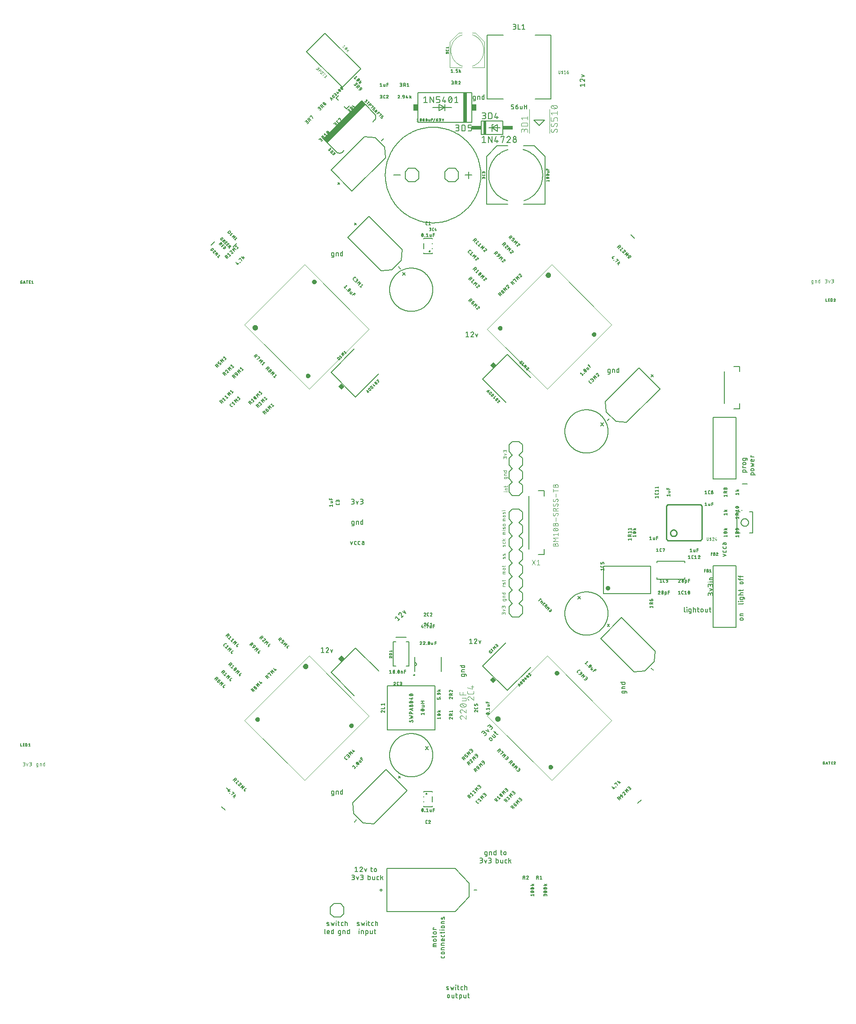
<source format=gbr>
G04 EAGLE Gerber RS-274X export*
G75*
%MOMM*%
%FSLAX34Y34*%
%LPD*%
%INSilkscreen Top*%
%IPPOS*%
%AMOC8*
5,1,8,0,0,1.08239X$1,22.5*%
G01*
%ADD10C,0.127000*%
%ADD11C,0.101600*%
%ADD12C,0.203200*%
%ADD13C,0.884400*%
%ADD14C,0.508000*%
%ADD15C,0.100000*%
%ADD16R,0.863600X0.762000*%
%ADD17C,0.152400*%
%ADD18C,0.254000*%
%ADD19C,0.200000*%
%ADD20R,10.160000X1.016000*%
%ADD21R,0.508000X2.540000*%
%ADD22R,1.905000X0.762000*%
%ADD23R,0.762000X5.588000*%
%ADD24R,0.889000X1.270000*%
%ADD25C,0.076200*%
%ADD26C,0.050800*%


D10*
X-137554Y-650311D02*
X-135084Y-648335D01*
X-135084Y-657225D01*
X-132615Y-657225D02*
X-137554Y-657225D01*
X-125693Y-648335D02*
X-125601Y-648337D01*
X-125509Y-648343D01*
X-125418Y-648352D01*
X-125327Y-648365D01*
X-125237Y-648382D01*
X-125147Y-648403D01*
X-125059Y-648427D01*
X-124971Y-648455D01*
X-124885Y-648487D01*
X-124800Y-648522D01*
X-124717Y-648561D01*
X-124635Y-648603D01*
X-124555Y-648648D01*
X-124477Y-648697D01*
X-124401Y-648749D01*
X-124328Y-648804D01*
X-124256Y-648862D01*
X-124187Y-648922D01*
X-124121Y-648986D01*
X-124057Y-649052D01*
X-123997Y-649121D01*
X-123939Y-649193D01*
X-123884Y-649266D01*
X-123832Y-649342D01*
X-123783Y-649420D01*
X-123738Y-649500D01*
X-123696Y-649582D01*
X-123657Y-649665D01*
X-123622Y-649750D01*
X-123590Y-649836D01*
X-123562Y-649924D01*
X-123538Y-650012D01*
X-123517Y-650102D01*
X-123500Y-650192D01*
X-123487Y-650283D01*
X-123478Y-650374D01*
X-123472Y-650466D01*
X-123470Y-650558D01*
X-125693Y-648335D02*
X-125799Y-648337D01*
X-125904Y-648343D01*
X-126009Y-648353D01*
X-126114Y-648366D01*
X-126218Y-648384D01*
X-126321Y-648405D01*
X-126424Y-648430D01*
X-126526Y-648459D01*
X-126626Y-648492D01*
X-126725Y-648528D01*
X-126823Y-648568D01*
X-126919Y-648612D01*
X-127014Y-648659D01*
X-127106Y-648709D01*
X-127197Y-648763D01*
X-127286Y-648821D01*
X-127372Y-648881D01*
X-127456Y-648945D01*
X-127538Y-649011D01*
X-127618Y-649081D01*
X-127694Y-649154D01*
X-127768Y-649229D01*
X-127839Y-649307D01*
X-127907Y-649388D01*
X-127973Y-649471D01*
X-128035Y-649557D01*
X-128093Y-649644D01*
X-128149Y-649734D01*
X-128201Y-649826D01*
X-128250Y-649920D01*
X-128295Y-650015D01*
X-128337Y-650112D01*
X-128375Y-650211D01*
X-128409Y-650310D01*
X-124212Y-652287D02*
X-124143Y-652218D01*
X-124077Y-652148D01*
X-124014Y-652074D01*
X-123955Y-651998D01*
X-123898Y-651920D01*
X-123844Y-651840D01*
X-123794Y-651757D01*
X-123747Y-651673D01*
X-123704Y-651586D01*
X-123664Y-651498D01*
X-123628Y-651409D01*
X-123595Y-651318D01*
X-123566Y-651226D01*
X-123541Y-651132D01*
X-123520Y-651038D01*
X-123502Y-650943D01*
X-123489Y-650847D01*
X-123479Y-650751D01*
X-123473Y-650655D01*
X-123471Y-650558D01*
X-124212Y-652286D02*
X-128410Y-657225D01*
X-123471Y-657225D01*
X-117711Y-657225D02*
X-119686Y-651298D01*
X-115735Y-651298D02*
X-117711Y-657225D01*
X-108009Y-651298D02*
X-105046Y-651298D01*
X-107022Y-648335D02*
X-107022Y-655743D01*
X-107020Y-655818D01*
X-107014Y-655893D01*
X-107005Y-655967D01*
X-106992Y-656041D01*
X-106975Y-656114D01*
X-106954Y-656187D01*
X-106930Y-656258D01*
X-106902Y-656327D01*
X-106871Y-656396D01*
X-106836Y-656462D01*
X-106798Y-656527D01*
X-106756Y-656590D01*
X-106712Y-656650D01*
X-106664Y-656708D01*
X-106614Y-656764D01*
X-106561Y-656817D01*
X-106505Y-656867D01*
X-106447Y-656915D01*
X-106387Y-656959D01*
X-106324Y-657001D01*
X-106259Y-657039D01*
X-106193Y-657074D01*
X-106124Y-657105D01*
X-106055Y-657133D01*
X-105984Y-657157D01*
X-105911Y-657178D01*
X-105838Y-657195D01*
X-105764Y-657208D01*
X-105690Y-657217D01*
X-105615Y-657223D01*
X-105540Y-657225D01*
X-105046Y-657225D01*
X-101398Y-655249D02*
X-101398Y-653274D01*
X-101399Y-653274D02*
X-101397Y-653187D01*
X-101391Y-653099D01*
X-101382Y-653012D01*
X-101368Y-652926D01*
X-101351Y-652840D01*
X-101330Y-652756D01*
X-101305Y-652672D01*
X-101276Y-652589D01*
X-101244Y-652508D01*
X-101209Y-652428D01*
X-101170Y-652350D01*
X-101127Y-652273D01*
X-101081Y-652199D01*
X-101032Y-652127D01*
X-100980Y-652057D01*
X-100924Y-651989D01*
X-100866Y-651924D01*
X-100805Y-651861D01*
X-100741Y-651802D01*
X-100674Y-651745D01*
X-100606Y-651691D01*
X-100534Y-651640D01*
X-100461Y-651593D01*
X-100386Y-651548D01*
X-100308Y-651507D01*
X-100229Y-651470D01*
X-100149Y-651436D01*
X-100067Y-651406D01*
X-99984Y-651379D01*
X-99899Y-651356D01*
X-99814Y-651337D01*
X-99728Y-651322D01*
X-99641Y-651310D01*
X-99554Y-651302D01*
X-99467Y-651298D01*
X-99379Y-651298D01*
X-99292Y-651302D01*
X-99205Y-651310D01*
X-99118Y-651322D01*
X-99032Y-651337D01*
X-98947Y-651356D01*
X-98862Y-651379D01*
X-98779Y-651406D01*
X-98697Y-651436D01*
X-98617Y-651470D01*
X-98538Y-651507D01*
X-98460Y-651548D01*
X-98385Y-651593D01*
X-98312Y-651640D01*
X-98240Y-651691D01*
X-98172Y-651745D01*
X-98105Y-651802D01*
X-98041Y-651861D01*
X-97980Y-651924D01*
X-97922Y-651989D01*
X-97866Y-652057D01*
X-97814Y-652127D01*
X-97765Y-652199D01*
X-97719Y-652273D01*
X-97676Y-652350D01*
X-97637Y-652428D01*
X-97602Y-652508D01*
X-97570Y-652589D01*
X-97541Y-652672D01*
X-97516Y-652756D01*
X-97495Y-652840D01*
X-97478Y-652926D01*
X-97464Y-653012D01*
X-97455Y-653099D01*
X-97449Y-653187D01*
X-97447Y-653274D01*
X-97447Y-655249D01*
X-97449Y-655336D01*
X-97455Y-655424D01*
X-97464Y-655511D01*
X-97478Y-655597D01*
X-97495Y-655683D01*
X-97516Y-655767D01*
X-97541Y-655851D01*
X-97570Y-655934D01*
X-97602Y-656015D01*
X-97637Y-656095D01*
X-97676Y-656173D01*
X-97719Y-656250D01*
X-97765Y-656324D01*
X-97814Y-656396D01*
X-97866Y-656466D01*
X-97922Y-656534D01*
X-97980Y-656599D01*
X-98041Y-656662D01*
X-98105Y-656721D01*
X-98172Y-656778D01*
X-98240Y-656832D01*
X-98312Y-656883D01*
X-98385Y-656930D01*
X-98460Y-656975D01*
X-98538Y-657016D01*
X-98617Y-657053D01*
X-98697Y-657087D01*
X-98779Y-657117D01*
X-98862Y-657144D01*
X-98947Y-657167D01*
X-99032Y-657186D01*
X-99118Y-657201D01*
X-99205Y-657213D01*
X-99292Y-657221D01*
X-99379Y-657225D01*
X-99467Y-657225D01*
X-99554Y-657221D01*
X-99641Y-657213D01*
X-99728Y-657201D01*
X-99814Y-657186D01*
X-99899Y-657167D01*
X-99984Y-657144D01*
X-100067Y-657117D01*
X-100149Y-657087D01*
X-100229Y-657053D01*
X-100308Y-657016D01*
X-100386Y-656975D01*
X-100461Y-656930D01*
X-100534Y-656883D01*
X-100606Y-656832D01*
X-100674Y-656778D01*
X-100741Y-656721D01*
X-100805Y-656662D01*
X-100866Y-656599D01*
X-100924Y-656534D01*
X-100980Y-656466D01*
X-101032Y-656396D01*
X-101081Y-656324D01*
X-101127Y-656250D01*
X-101170Y-656173D01*
X-101209Y-656095D01*
X-101244Y-656015D01*
X-101276Y-655934D01*
X-101305Y-655851D01*
X-101330Y-655767D01*
X-101351Y-655683D01*
X-101368Y-655597D01*
X-101382Y-655511D01*
X-101391Y-655424D01*
X-101397Y-655336D01*
X-101399Y-655249D01*
X-141097Y-672465D02*
X-143567Y-672465D01*
X-141097Y-672465D02*
X-140999Y-672463D01*
X-140901Y-672457D01*
X-140803Y-672447D01*
X-140706Y-672434D01*
X-140609Y-672416D01*
X-140513Y-672395D01*
X-140419Y-672370D01*
X-140325Y-672341D01*
X-140232Y-672309D01*
X-140141Y-672272D01*
X-140051Y-672233D01*
X-139963Y-672189D01*
X-139877Y-672142D01*
X-139792Y-672092D01*
X-139710Y-672039D01*
X-139630Y-671982D01*
X-139552Y-671922D01*
X-139477Y-671859D01*
X-139404Y-671793D01*
X-139334Y-671724D01*
X-139267Y-671653D01*
X-139202Y-671579D01*
X-139141Y-671502D01*
X-139082Y-671423D01*
X-139027Y-671342D01*
X-138975Y-671259D01*
X-138927Y-671173D01*
X-138882Y-671086D01*
X-138840Y-670997D01*
X-138802Y-670907D01*
X-138768Y-670815D01*
X-138737Y-670722D01*
X-138710Y-670627D01*
X-138687Y-670532D01*
X-138667Y-670435D01*
X-138652Y-670339D01*
X-138640Y-670241D01*
X-138632Y-670143D01*
X-138628Y-670045D01*
X-138628Y-669947D01*
X-138632Y-669849D01*
X-138640Y-669751D01*
X-138652Y-669653D01*
X-138667Y-669557D01*
X-138687Y-669460D01*
X-138710Y-669365D01*
X-138737Y-669270D01*
X-138768Y-669177D01*
X-138802Y-669085D01*
X-138840Y-668995D01*
X-138882Y-668906D01*
X-138927Y-668819D01*
X-138975Y-668733D01*
X-139027Y-668650D01*
X-139082Y-668569D01*
X-139141Y-668490D01*
X-139202Y-668413D01*
X-139267Y-668339D01*
X-139334Y-668268D01*
X-139404Y-668199D01*
X-139477Y-668133D01*
X-139552Y-668070D01*
X-139630Y-668010D01*
X-139710Y-667953D01*
X-139792Y-667900D01*
X-139877Y-667850D01*
X-139963Y-667803D01*
X-140051Y-667759D01*
X-140141Y-667720D01*
X-140232Y-667683D01*
X-140325Y-667651D01*
X-140419Y-667622D01*
X-140513Y-667597D01*
X-140609Y-667576D01*
X-140706Y-667558D01*
X-140803Y-667545D01*
X-140901Y-667535D01*
X-140999Y-667529D01*
X-141097Y-667527D01*
X-140603Y-663575D02*
X-143567Y-663575D01*
X-140603Y-663575D02*
X-140516Y-663577D01*
X-140428Y-663583D01*
X-140341Y-663592D01*
X-140255Y-663606D01*
X-140169Y-663623D01*
X-140085Y-663644D01*
X-140001Y-663669D01*
X-139918Y-663698D01*
X-139837Y-663730D01*
X-139757Y-663765D01*
X-139679Y-663804D01*
X-139602Y-663847D01*
X-139528Y-663893D01*
X-139456Y-663942D01*
X-139386Y-663994D01*
X-139318Y-664050D01*
X-139253Y-664108D01*
X-139190Y-664169D01*
X-139131Y-664233D01*
X-139074Y-664300D01*
X-139020Y-664368D01*
X-138969Y-664440D01*
X-138922Y-664513D01*
X-138877Y-664588D01*
X-138836Y-664666D01*
X-138799Y-664745D01*
X-138765Y-664825D01*
X-138735Y-664907D01*
X-138708Y-664990D01*
X-138685Y-665075D01*
X-138666Y-665160D01*
X-138651Y-665246D01*
X-138639Y-665333D01*
X-138631Y-665420D01*
X-138627Y-665507D01*
X-138627Y-665595D01*
X-138631Y-665682D01*
X-138639Y-665769D01*
X-138651Y-665856D01*
X-138666Y-665942D01*
X-138685Y-666027D01*
X-138708Y-666112D01*
X-138735Y-666195D01*
X-138765Y-666277D01*
X-138799Y-666357D01*
X-138836Y-666436D01*
X-138877Y-666514D01*
X-138922Y-666589D01*
X-138969Y-666662D01*
X-139020Y-666734D01*
X-139074Y-666802D01*
X-139131Y-666869D01*
X-139190Y-666933D01*
X-139253Y-666994D01*
X-139318Y-667052D01*
X-139386Y-667108D01*
X-139456Y-667160D01*
X-139528Y-667209D01*
X-139602Y-667255D01*
X-139679Y-667298D01*
X-139757Y-667337D01*
X-139837Y-667372D01*
X-139918Y-667404D01*
X-140001Y-667433D01*
X-140085Y-667458D01*
X-140169Y-667479D01*
X-140255Y-667496D01*
X-140341Y-667510D01*
X-140428Y-667519D01*
X-140516Y-667525D01*
X-140603Y-667527D01*
X-140603Y-667526D02*
X-142579Y-667526D01*
X-134843Y-666538D02*
X-132868Y-672465D01*
X-130892Y-666538D01*
X-127107Y-672465D02*
X-124638Y-672465D01*
X-124540Y-672463D01*
X-124442Y-672457D01*
X-124344Y-672447D01*
X-124247Y-672434D01*
X-124150Y-672416D01*
X-124054Y-672395D01*
X-123960Y-672370D01*
X-123866Y-672341D01*
X-123773Y-672309D01*
X-123682Y-672272D01*
X-123592Y-672233D01*
X-123504Y-672189D01*
X-123418Y-672142D01*
X-123333Y-672092D01*
X-123251Y-672039D01*
X-123171Y-671982D01*
X-123093Y-671922D01*
X-123018Y-671859D01*
X-122945Y-671793D01*
X-122875Y-671724D01*
X-122808Y-671653D01*
X-122743Y-671579D01*
X-122682Y-671502D01*
X-122623Y-671423D01*
X-122568Y-671342D01*
X-122516Y-671259D01*
X-122468Y-671173D01*
X-122423Y-671086D01*
X-122381Y-670997D01*
X-122343Y-670907D01*
X-122309Y-670815D01*
X-122278Y-670722D01*
X-122251Y-670627D01*
X-122228Y-670532D01*
X-122208Y-670435D01*
X-122193Y-670339D01*
X-122181Y-670241D01*
X-122173Y-670143D01*
X-122169Y-670045D01*
X-122169Y-669947D01*
X-122173Y-669849D01*
X-122181Y-669751D01*
X-122193Y-669653D01*
X-122208Y-669557D01*
X-122228Y-669460D01*
X-122251Y-669365D01*
X-122278Y-669270D01*
X-122309Y-669177D01*
X-122343Y-669085D01*
X-122381Y-668995D01*
X-122423Y-668906D01*
X-122468Y-668819D01*
X-122516Y-668733D01*
X-122568Y-668650D01*
X-122623Y-668569D01*
X-122682Y-668490D01*
X-122743Y-668413D01*
X-122808Y-668339D01*
X-122875Y-668268D01*
X-122945Y-668199D01*
X-123018Y-668133D01*
X-123093Y-668070D01*
X-123171Y-668010D01*
X-123251Y-667953D01*
X-123333Y-667900D01*
X-123418Y-667850D01*
X-123504Y-667803D01*
X-123592Y-667759D01*
X-123682Y-667720D01*
X-123773Y-667683D01*
X-123866Y-667651D01*
X-123960Y-667622D01*
X-124054Y-667597D01*
X-124150Y-667576D01*
X-124247Y-667558D01*
X-124344Y-667545D01*
X-124442Y-667535D01*
X-124540Y-667529D01*
X-124638Y-667527D01*
X-124144Y-663575D02*
X-127107Y-663575D01*
X-124144Y-663575D02*
X-124057Y-663577D01*
X-123969Y-663583D01*
X-123882Y-663592D01*
X-123796Y-663606D01*
X-123710Y-663623D01*
X-123626Y-663644D01*
X-123542Y-663669D01*
X-123459Y-663698D01*
X-123378Y-663730D01*
X-123298Y-663765D01*
X-123220Y-663804D01*
X-123143Y-663847D01*
X-123069Y-663893D01*
X-122997Y-663942D01*
X-122927Y-663994D01*
X-122859Y-664050D01*
X-122794Y-664108D01*
X-122731Y-664169D01*
X-122672Y-664233D01*
X-122615Y-664300D01*
X-122561Y-664368D01*
X-122510Y-664440D01*
X-122463Y-664513D01*
X-122418Y-664588D01*
X-122377Y-664666D01*
X-122340Y-664745D01*
X-122306Y-664825D01*
X-122276Y-664907D01*
X-122249Y-664990D01*
X-122226Y-665075D01*
X-122207Y-665160D01*
X-122192Y-665246D01*
X-122180Y-665333D01*
X-122172Y-665420D01*
X-122168Y-665507D01*
X-122168Y-665595D01*
X-122172Y-665682D01*
X-122180Y-665769D01*
X-122192Y-665856D01*
X-122207Y-665942D01*
X-122226Y-666027D01*
X-122249Y-666112D01*
X-122276Y-666195D01*
X-122306Y-666277D01*
X-122340Y-666357D01*
X-122377Y-666436D01*
X-122418Y-666514D01*
X-122463Y-666589D01*
X-122510Y-666662D01*
X-122561Y-666734D01*
X-122615Y-666802D01*
X-122672Y-666869D01*
X-122731Y-666933D01*
X-122794Y-666994D01*
X-122859Y-667052D01*
X-122927Y-667108D01*
X-122997Y-667160D01*
X-123069Y-667209D01*
X-123143Y-667255D01*
X-123220Y-667298D01*
X-123298Y-667337D01*
X-123378Y-667372D01*
X-123459Y-667404D01*
X-123542Y-667433D01*
X-123626Y-667458D01*
X-123710Y-667479D01*
X-123796Y-667496D01*
X-123882Y-667510D01*
X-123969Y-667519D01*
X-124057Y-667525D01*
X-124144Y-667527D01*
X-124144Y-667526D02*
X-126120Y-667526D01*
X-112837Y-663575D02*
X-112837Y-672465D01*
X-110368Y-672465D01*
X-110293Y-672463D01*
X-110218Y-672457D01*
X-110144Y-672448D01*
X-110070Y-672435D01*
X-109997Y-672418D01*
X-109924Y-672397D01*
X-109853Y-672373D01*
X-109784Y-672345D01*
X-109715Y-672314D01*
X-109649Y-672279D01*
X-109584Y-672241D01*
X-109521Y-672199D01*
X-109461Y-672155D01*
X-109403Y-672107D01*
X-109347Y-672057D01*
X-109294Y-672004D01*
X-109244Y-671948D01*
X-109196Y-671890D01*
X-109152Y-671830D01*
X-109110Y-671767D01*
X-109072Y-671702D01*
X-109037Y-671636D01*
X-109006Y-671567D01*
X-108978Y-671498D01*
X-108954Y-671427D01*
X-108933Y-671354D01*
X-108916Y-671281D01*
X-108903Y-671207D01*
X-108894Y-671133D01*
X-108888Y-671058D01*
X-108886Y-670983D01*
X-108886Y-668020D01*
X-108888Y-667945D01*
X-108894Y-667870D01*
X-108903Y-667796D01*
X-108916Y-667722D01*
X-108933Y-667649D01*
X-108954Y-667576D01*
X-108978Y-667505D01*
X-109006Y-667436D01*
X-109037Y-667367D01*
X-109072Y-667301D01*
X-109110Y-667236D01*
X-109152Y-667173D01*
X-109196Y-667113D01*
X-109244Y-667055D01*
X-109294Y-666999D01*
X-109347Y-666946D01*
X-109403Y-666896D01*
X-109461Y-666848D01*
X-109521Y-666804D01*
X-109584Y-666762D01*
X-109649Y-666724D01*
X-109715Y-666689D01*
X-109784Y-666658D01*
X-109853Y-666630D01*
X-109924Y-666606D01*
X-109997Y-666585D01*
X-110070Y-666568D01*
X-110144Y-666555D01*
X-110218Y-666546D01*
X-110293Y-666540D01*
X-110368Y-666538D01*
X-112837Y-666538D01*
X-104668Y-666538D02*
X-104668Y-670983D01*
X-104666Y-671058D01*
X-104660Y-671133D01*
X-104651Y-671207D01*
X-104638Y-671281D01*
X-104621Y-671354D01*
X-104600Y-671427D01*
X-104576Y-671498D01*
X-104548Y-671567D01*
X-104517Y-671636D01*
X-104482Y-671702D01*
X-104444Y-671767D01*
X-104402Y-671830D01*
X-104358Y-671890D01*
X-104310Y-671948D01*
X-104260Y-672004D01*
X-104207Y-672057D01*
X-104151Y-672107D01*
X-104093Y-672155D01*
X-104033Y-672199D01*
X-103970Y-672241D01*
X-103905Y-672279D01*
X-103839Y-672314D01*
X-103770Y-672345D01*
X-103701Y-672373D01*
X-103630Y-672397D01*
X-103557Y-672418D01*
X-103484Y-672435D01*
X-103410Y-672448D01*
X-103336Y-672457D01*
X-103261Y-672463D01*
X-103186Y-672465D01*
X-100717Y-672465D01*
X-100717Y-666538D01*
X-94943Y-672465D02*
X-92968Y-672465D01*
X-94943Y-672465D02*
X-95018Y-672463D01*
X-95093Y-672457D01*
X-95167Y-672448D01*
X-95241Y-672435D01*
X-95314Y-672418D01*
X-95387Y-672397D01*
X-95458Y-672373D01*
X-95527Y-672345D01*
X-95596Y-672314D01*
X-95662Y-672279D01*
X-95727Y-672241D01*
X-95790Y-672199D01*
X-95850Y-672155D01*
X-95908Y-672107D01*
X-95964Y-672057D01*
X-96017Y-672004D01*
X-96067Y-671948D01*
X-96115Y-671890D01*
X-96159Y-671830D01*
X-96201Y-671767D01*
X-96239Y-671702D01*
X-96274Y-671636D01*
X-96305Y-671567D01*
X-96333Y-671498D01*
X-96357Y-671427D01*
X-96378Y-671354D01*
X-96395Y-671281D01*
X-96408Y-671207D01*
X-96417Y-671133D01*
X-96423Y-671058D01*
X-96425Y-670983D01*
X-96425Y-668020D01*
X-96423Y-667945D01*
X-96417Y-667870D01*
X-96408Y-667796D01*
X-96395Y-667722D01*
X-96378Y-667649D01*
X-96357Y-667576D01*
X-96333Y-667505D01*
X-96305Y-667436D01*
X-96274Y-667367D01*
X-96239Y-667301D01*
X-96201Y-667236D01*
X-96159Y-667173D01*
X-96115Y-667113D01*
X-96067Y-667055D01*
X-96017Y-666999D01*
X-95964Y-666946D01*
X-95908Y-666896D01*
X-95850Y-666848D01*
X-95790Y-666804D01*
X-95727Y-666762D01*
X-95662Y-666724D01*
X-95596Y-666689D01*
X-95527Y-666658D01*
X-95458Y-666630D01*
X-95387Y-666606D01*
X-95314Y-666585D01*
X-95241Y-666568D01*
X-95167Y-666555D01*
X-95093Y-666546D01*
X-95018Y-666540D01*
X-94943Y-666538D01*
X-92968Y-666538D01*
X-88985Y-663575D02*
X-88985Y-672465D01*
X-88985Y-669502D02*
X-85033Y-666538D01*
X-87256Y-668267D02*
X-85033Y-672465D01*
X-187313Y-756356D02*
X-189782Y-755368D01*
X-189783Y-755368D02*
X-189848Y-755340D01*
X-189912Y-755308D01*
X-189973Y-755273D01*
X-190033Y-755234D01*
X-190090Y-755193D01*
X-190145Y-755147D01*
X-190198Y-755099D01*
X-190248Y-755049D01*
X-190294Y-754995D01*
X-190338Y-754939D01*
X-190379Y-754881D01*
X-190416Y-754820D01*
X-190450Y-754758D01*
X-190480Y-754693D01*
X-190507Y-754627D01*
X-190530Y-754560D01*
X-190549Y-754492D01*
X-190565Y-754422D01*
X-190576Y-754352D01*
X-190584Y-754282D01*
X-190588Y-754211D01*
X-190587Y-754139D01*
X-190583Y-754068D01*
X-190575Y-753998D01*
X-190563Y-753928D01*
X-190547Y-753858D01*
X-190528Y-753790D01*
X-190504Y-753723D01*
X-190477Y-753657D01*
X-190446Y-753593D01*
X-190412Y-753531D01*
X-190374Y-753471D01*
X-190333Y-753412D01*
X-190289Y-753357D01*
X-190242Y-753303D01*
X-190192Y-753253D01*
X-190139Y-753205D01*
X-190084Y-753161D01*
X-190026Y-753119D01*
X-189966Y-753081D01*
X-189905Y-753046D01*
X-189841Y-753014D01*
X-189775Y-752987D01*
X-189708Y-752963D01*
X-189640Y-752942D01*
X-189571Y-752926D01*
X-189501Y-752913D01*
X-189431Y-752904D01*
X-189360Y-752899D01*
X-189289Y-752898D01*
X-189289Y-752899D02*
X-189146Y-752902D01*
X-189002Y-752910D01*
X-188860Y-752921D01*
X-188717Y-752936D01*
X-188575Y-752954D01*
X-188433Y-752977D01*
X-188292Y-753002D01*
X-188152Y-753032D01*
X-188013Y-753064D01*
X-187874Y-753101D01*
X-187737Y-753141D01*
X-187600Y-753184D01*
X-187465Y-753231D01*
X-187330Y-753282D01*
X-187198Y-753335D01*
X-187066Y-753392D01*
X-187312Y-756356D02*
X-187247Y-756384D01*
X-187183Y-756416D01*
X-187122Y-756451D01*
X-187062Y-756490D01*
X-187005Y-756531D01*
X-186950Y-756577D01*
X-186897Y-756625D01*
X-186847Y-756675D01*
X-186801Y-756729D01*
X-186757Y-756785D01*
X-186716Y-756843D01*
X-186679Y-756904D01*
X-186645Y-756966D01*
X-186615Y-757031D01*
X-186588Y-757097D01*
X-186565Y-757164D01*
X-186546Y-757232D01*
X-186530Y-757302D01*
X-186519Y-757372D01*
X-186511Y-757442D01*
X-186507Y-757513D01*
X-186508Y-757585D01*
X-186512Y-757656D01*
X-186520Y-757726D01*
X-186532Y-757796D01*
X-186548Y-757866D01*
X-186567Y-757934D01*
X-186591Y-758001D01*
X-186618Y-758067D01*
X-186649Y-758131D01*
X-186683Y-758193D01*
X-186721Y-758253D01*
X-186762Y-758312D01*
X-186806Y-758367D01*
X-186853Y-758421D01*
X-186903Y-758471D01*
X-186956Y-758519D01*
X-187011Y-758563D01*
X-187069Y-758605D01*
X-187129Y-758643D01*
X-187190Y-758678D01*
X-187254Y-758710D01*
X-187320Y-758737D01*
X-187387Y-758761D01*
X-187455Y-758782D01*
X-187524Y-758798D01*
X-187594Y-758811D01*
X-187664Y-758820D01*
X-187735Y-758825D01*
X-187806Y-758826D01*
X-187807Y-758825D02*
X-188005Y-758820D01*
X-188203Y-758810D01*
X-188400Y-758796D01*
X-188597Y-758776D01*
X-188794Y-758753D01*
X-188990Y-758724D01*
X-189185Y-758691D01*
X-189380Y-758653D01*
X-189573Y-758611D01*
X-189766Y-758564D01*
X-189957Y-758512D01*
X-190147Y-758457D01*
X-190336Y-758396D01*
X-190523Y-758331D01*
X-181190Y-758825D02*
X-182672Y-752898D01*
X-179708Y-754874D02*
X-181190Y-758825D01*
X-178227Y-758825D02*
X-179708Y-754874D01*
X-176745Y-752898D02*
X-178227Y-758825D01*
X-173003Y-758825D02*
X-173003Y-752898D01*
X-173250Y-750429D02*
X-173250Y-749935D01*
X-172756Y-749935D01*
X-172756Y-750429D01*
X-173250Y-750429D01*
X-170007Y-752898D02*
X-167044Y-752898D01*
X-169020Y-749935D02*
X-169020Y-757343D01*
X-169018Y-757418D01*
X-169012Y-757493D01*
X-169003Y-757567D01*
X-168990Y-757641D01*
X-168973Y-757714D01*
X-168952Y-757787D01*
X-168928Y-757858D01*
X-168900Y-757927D01*
X-168869Y-757996D01*
X-168834Y-758062D01*
X-168796Y-758127D01*
X-168754Y-758190D01*
X-168710Y-758250D01*
X-168662Y-758308D01*
X-168612Y-758364D01*
X-168559Y-758417D01*
X-168503Y-758467D01*
X-168445Y-758515D01*
X-168385Y-758559D01*
X-168322Y-758601D01*
X-168257Y-758639D01*
X-168191Y-758674D01*
X-168122Y-758705D01*
X-168053Y-758733D01*
X-167982Y-758757D01*
X-167909Y-758778D01*
X-167836Y-758795D01*
X-167762Y-758808D01*
X-167688Y-758817D01*
X-167613Y-758823D01*
X-167538Y-758825D01*
X-167044Y-758825D01*
X-161901Y-758825D02*
X-159925Y-758825D01*
X-161901Y-758825D02*
X-161976Y-758823D01*
X-162051Y-758817D01*
X-162125Y-758808D01*
X-162199Y-758795D01*
X-162272Y-758778D01*
X-162345Y-758757D01*
X-162416Y-758733D01*
X-162485Y-758705D01*
X-162554Y-758674D01*
X-162620Y-758639D01*
X-162685Y-758601D01*
X-162748Y-758559D01*
X-162808Y-758515D01*
X-162866Y-758467D01*
X-162922Y-758417D01*
X-162975Y-758364D01*
X-163025Y-758308D01*
X-163073Y-758250D01*
X-163117Y-758190D01*
X-163159Y-758127D01*
X-163197Y-758062D01*
X-163232Y-757996D01*
X-163263Y-757927D01*
X-163291Y-757858D01*
X-163315Y-757787D01*
X-163336Y-757714D01*
X-163353Y-757641D01*
X-163366Y-757567D01*
X-163375Y-757493D01*
X-163381Y-757418D01*
X-163383Y-757343D01*
X-163383Y-754380D01*
X-163381Y-754305D01*
X-163375Y-754230D01*
X-163366Y-754156D01*
X-163353Y-754082D01*
X-163336Y-754009D01*
X-163315Y-753936D01*
X-163291Y-753865D01*
X-163263Y-753796D01*
X-163232Y-753727D01*
X-163197Y-753661D01*
X-163159Y-753596D01*
X-163117Y-753533D01*
X-163073Y-753473D01*
X-163025Y-753415D01*
X-162975Y-753359D01*
X-162922Y-753306D01*
X-162866Y-753256D01*
X-162808Y-753208D01*
X-162748Y-753164D01*
X-162685Y-753122D01*
X-162620Y-753084D01*
X-162554Y-753049D01*
X-162485Y-753018D01*
X-162416Y-752990D01*
X-162345Y-752966D01*
X-162272Y-752945D01*
X-162199Y-752928D01*
X-162125Y-752915D01*
X-162051Y-752906D01*
X-161976Y-752900D01*
X-161901Y-752898D01*
X-159925Y-752898D01*
X-156081Y-749935D02*
X-156081Y-758825D01*
X-156081Y-752898D02*
X-153612Y-752898D01*
X-153537Y-752900D01*
X-153462Y-752906D01*
X-153388Y-752915D01*
X-153314Y-752928D01*
X-153241Y-752945D01*
X-153168Y-752966D01*
X-153097Y-752990D01*
X-153028Y-753018D01*
X-152959Y-753049D01*
X-152893Y-753084D01*
X-152828Y-753122D01*
X-152765Y-753164D01*
X-152705Y-753208D01*
X-152647Y-753256D01*
X-152591Y-753306D01*
X-152538Y-753359D01*
X-152488Y-753415D01*
X-152440Y-753473D01*
X-152396Y-753533D01*
X-152354Y-753596D01*
X-152316Y-753661D01*
X-152281Y-753727D01*
X-152250Y-753796D01*
X-152222Y-753865D01*
X-152198Y-753936D01*
X-152177Y-754009D01*
X-152160Y-754082D01*
X-152147Y-754156D01*
X-152138Y-754230D01*
X-152132Y-754305D01*
X-152130Y-754380D01*
X-152130Y-758825D01*
X-194697Y-765175D02*
X-194697Y-772583D01*
X-194698Y-772583D02*
X-194696Y-772658D01*
X-194690Y-772733D01*
X-194681Y-772807D01*
X-194668Y-772881D01*
X-194651Y-772954D01*
X-194630Y-773027D01*
X-194606Y-773098D01*
X-194578Y-773167D01*
X-194547Y-773236D01*
X-194512Y-773302D01*
X-194474Y-773367D01*
X-194432Y-773430D01*
X-194388Y-773490D01*
X-194340Y-773548D01*
X-194290Y-773604D01*
X-194237Y-773657D01*
X-194181Y-773707D01*
X-194123Y-773755D01*
X-194063Y-773799D01*
X-194000Y-773841D01*
X-193935Y-773879D01*
X-193869Y-773914D01*
X-193800Y-773945D01*
X-193731Y-773973D01*
X-193660Y-773997D01*
X-193587Y-774018D01*
X-193514Y-774035D01*
X-193440Y-774048D01*
X-193366Y-774057D01*
X-193291Y-774063D01*
X-193216Y-774065D01*
X-188407Y-774065D02*
X-185937Y-774065D01*
X-188407Y-774065D02*
X-188482Y-774063D01*
X-188557Y-774057D01*
X-188631Y-774048D01*
X-188705Y-774035D01*
X-188778Y-774018D01*
X-188851Y-773997D01*
X-188922Y-773973D01*
X-188991Y-773945D01*
X-189060Y-773914D01*
X-189126Y-773879D01*
X-189191Y-773841D01*
X-189254Y-773799D01*
X-189314Y-773755D01*
X-189372Y-773707D01*
X-189428Y-773657D01*
X-189481Y-773604D01*
X-189531Y-773548D01*
X-189579Y-773490D01*
X-189623Y-773430D01*
X-189665Y-773367D01*
X-189703Y-773302D01*
X-189738Y-773236D01*
X-189769Y-773167D01*
X-189797Y-773098D01*
X-189821Y-773027D01*
X-189842Y-772954D01*
X-189859Y-772881D01*
X-189872Y-772807D01*
X-189881Y-772733D01*
X-189887Y-772658D01*
X-189889Y-772583D01*
X-189888Y-772583D02*
X-189888Y-770114D01*
X-189889Y-770114D02*
X-189887Y-770027D01*
X-189881Y-769939D01*
X-189872Y-769852D01*
X-189858Y-769766D01*
X-189841Y-769680D01*
X-189820Y-769596D01*
X-189795Y-769512D01*
X-189766Y-769429D01*
X-189734Y-769348D01*
X-189699Y-769268D01*
X-189660Y-769190D01*
X-189617Y-769113D01*
X-189571Y-769039D01*
X-189522Y-768967D01*
X-189470Y-768897D01*
X-189414Y-768829D01*
X-189356Y-768764D01*
X-189295Y-768701D01*
X-189231Y-768642D01*
X-189164Y-768585D01*
X-189096Y-768531D01*
X-189024Y-768480D01*
X-188951Y-768433D01*
X-188876Y-768388D01*
X-188798Y-768347D01*
X-188719Y-768310D01*
X-188639Y-768276D01*
X-188557Y-768246D01*
X-188474Y-768219D01*
X-188389Y-768196D01*
X-188304Y-768177D01*
X-188218Y-768162D01*
X-188131Y-768150D01*
X-188044Y-768142D01*
X-187957Y-768138D01*
X-187869Y-768138D01*
X-187782Y-768142D01*
X-187695Y-768150D01*
X-187608Y-768162D01*
X-187522Y-768177D01*
X-187437Y-768196D01*
X-187352Y-768219D01*
X-187269Y-768246D01*
X-187187Y-768276D01*
X-187107Y-768310D01*
X-187028Y-768347D01*
X-186950Y-768388D01*
X-186875Y-768433D01*
X-186802Y-768480D01*
X-186730Y-768531D01*
X-186662Y-768585D01*
X-186595Y-768642D01*
X-186531Y-768701D01*
X-186470Y-768764D01*
X-186412Y-768829D01*
X-186356Y-768897D01*
X-186304Y-768967D01*
X-186255Y-769039D01*
X-186209Y-769113D01*
X-186166Y-769190D01*
X-186127Y-769268D01*
X-186092Y-769348D01*
X-186060Y-769429D01*
X-186031Y-769512D01*
X-186006Y-769596D01*
X-185985Y-769680D01*
X-185968Y-769766D01*
X-185954Y-769852D01*
X-185945Y-769939D01*
X-185939Y-770027D01*
X-185937Y-770114D01*
X-185937Y-771102D01*
X-189888Y-771102D01*
X-178073Y-774065D02*
X-178073Y-765175D01*
X-178073Y-774065D02*
X-180542Y-774065D01*
X-180617Y-774063D01*
X-180692Y-774057D01*
X-180766Y-774048D01*
X-180840Y-774035D01*
X-180913Y-774018D01*
X-180986Y-773997D01*
X-181057Y-773973D01*
X-181126Y-773945D01*
X-181195Y-773914D01*
X-181261Y-773879D01*
X-181326Y-773841D01*
X-181389Y-773799D01*
X-181449Y-773755D01*
X-181507Y-773707D01*
X-181563Y-773657D01*
X-181616Y-773604D01*
X-181666Y-773548D01*
X-181714Y-773490D01*
X-181758Y-773430D01*
X-181800Y-773367D01*
X-181838Y-773302D01*
X-181873Y-773236D01*
X-181904Y-773167D01*
X-181932Y-773098D01*
X-181956Y-773027D01*
X-181977Y-772954D01*
X-181994Y-772881D01*
X-182007Y-772807D01*
X-182016Y-772733D01*
X-182022Y-772658D01*
X-182024Y-772583D01*
X-182024Y-769620D01*
X-182022Y-769545D01*
X-182016Y-769470D01*
X-182007Y-769396D01*
X-181994Y-769322D01*
X-181977Y-769249D01*
X-181956Y-769176D01*
X-181932Y-769105D01*
X-181904Y-769036D01*
X-181873Y-768967D01*
X-181838Y-768901D01*
X-181800Y-768836D01*
X-181758Y-768773D01*
X-181714Y-768713D01*
X-181666Y-768655D01*
X-181616Y-768599D01*
X-181563Y-768546D01*
X-181507Y-768496D01*
X-181449Y-768448D01*
X-181389Y-768404D01*
X-181326Y-768362D01*
X-181261Y-768324D01*
X-181195Y-768289D01*
X-181126Y-768258D01*
X-181057Y-768230D01*
X-180986Y-768206D01*
X-180913Y-768185D01*
X-180840Y-768168D01*
X-180766Y-768155D01*
X-180692Y-768146D01*
X-180617Y-768140D01*
X-180542Y-768138D01*
X-178073Y-768138D01*
X-167436Y-774065D02*
X-164966Y-774065D01*
X-167436Y-774065D02*
X-167511Y-774063D01*
X-167586Y-774057D01*
X-167660Y-774048D01*
X-167734Y-774035D01*
X-167807Y-774018D01*
X-167880Y-773997D01*
X-167951Y-773973D01*
X-168020Y-773945D01*
X-168089Y-773914D01*
X-168155Y-773879D01*
X-168220Y-773841D01*
X-168283Y-773799D01*
X-168343Y-773755D01*
X-168401Y-773707D01*
X-168457Y-773657D01*
X-168510Y-773604D01*
X-168560Y-773548D01*
X-168608Y-773490D01*
X-168652Y-773430D01*
X-168694Y-773367D01*
X-168732Y-773302D01*
X-168767Y-773236D01*
X-168798Y-773167D01*
X-168826Y-773098D01*
X-168850Y-773027D01*
X-168871Y-772954D01*
X-168888Y-772881D01*
X-168901Y-772807D01*
X-168910Y-772733D01*
X-168916Y-772658D01*
X-168918Y-772583D01*
X-168918Y-769620D01*
X-168916Y-769545D01*
X-168910Y-769470D01*
X-168901Y-769396D01*
X-168888Y-769322D01*
X-168871Y-769249D01*
X-168850Y-769176D01*
X-168826Y-769105D01*
X-168798Y-769036D01*
X-168767Y-768967D01*
X-168732Y-768901D01*
X-168694Y-768836D01*
X-168652Y-768773D01*
X-168608Y-768713D01*
X-168560Y-768655D01*
X-168510Y-768599D01*
X-168457Y-768546D01*
X-168401Y-768496D01*
X-168343Y-768448D01*
X-168283Y-768404D01*
X-168220Y-768362D01*
X-168155Y-768324D01*
X-168089Y-768289D01*
X-168020Y-768258D01*
X-167951Y-768230D01*
X-167880Y-768206D01*
X-167807Y-768185D01*
X-167734Y-768168D01*
X-167660Y-768155D01*
X-167586Y-768146D01*
X-167511Y-768140D01*
X-167436Y-768138D01*
X-164966Y-768138D01*
X-164966Y-775547D01*
X-164968Y-775622D01*
X-164974Y-775697D01*
X-164983Y-775771D01*
X-164996Y-775845D01*
X-165013Y-775918D01*
X-165034Y-775991D01*
X-165058Y-776062D01*
X-165086Y-776131D01*
X-165117Y-776200D01*
X-165152Y-776266D01*
X-165190Y-776331D01*
X-165232Y-776394D01*
X-165276Y-776454D01*
X-165324Y-776512D01*
X-165374Y-776568D01*
X-165427Y-776621D01*
X-165483Y-776671D01*
X-165541Y-776719D01*
X-165601Y-776763D01*
X-165664Y-776805D01*
X-165729Y-776843D01*
X-165795Y-776878D01*
X-165864Y-776909D01*
X-165933Y-776937D01*
X-166004Y-776961D01*
X-166077Y-776982D01*
X-166150Y-776999D01*
X-166224Y-777012D01*
X-166298Y-777021D01*
X-166373Y-777027D01*
X-166448Y-777029D01*
X-166448Y-777028D02*
X-168424Y-777028D01*
X-160323Y-774065D02*
X-160323Y-768138D01*
X-157853Y-768138D01*
X-157778Y-768140D01*
X-157703Y-768146D01*
X-157629Y-768155D01*
X-157555Y-768168D01*
X-157482Y-768185D01*
X-157409Y-768206D01*
X-157338Y-768230D01*
X-157269Y-768258D01*
X-157200Y-768289D01*
X-157134Y-768324D01*
X-157069Y-768362D01*
X-157006Y-768404D01*
X-156946Y-768448D01*
X-156888Y-768496D01*
X-156832Y-768546D01*
X-156779Y-768599D01*
X-156729Y-768655D01*
X-156681Y-768713D01*
X-156637Y-768773D01*
X-156595Y-768836D01*
X-156557Y-768901D01*
X-156522Y-768967D01*
X-156491Y-769036D01*
X-156463Y-769105D01*
X-156439Y-769176D01*
X-156418Y-769249D01*
X-156401Y-769322D01*
X-156388Y-769396D01*
X-156379Y-769470D01*
X-156373Y-769545D01*
X-156371Y-769620D01*
X-156372Y-769620D02*
X-156372Y-774065D01*
X-148203Y-774065D02*
X-148203Y-765175D01*
X-148203Y-774065D02*
X-150672Y-774065D01*
X-150747Y-774063D01*
X-150822Y-774057D01*
X-150896Y-774048D01*
X-150970Y-774035D01*
X-151043Y-774018D01*
X-151116Y-773997D01*
X-151187Y-773973D01*
X-151256Y-773945D01*
X-151325Y-773914D01*
X-151391Y-773879D01*
X-151456Y-773841D01*
X-151519Y-773799D01*
X-151579Y-773755D01*
X-151637Y-773707D01*
X-151693Y-773657D01*
X-151746Y-773604D01*
X-151796Y-773548D01*
X-151844Y-773490D01*
X-151888Y-773430D01*
X-151930Y-773367D01*
X-151968Y-773302D01*
X-152003Y-773236D01*
X-152034Y-773167D01*
X-152062Y-773098D01*
X-152086Y-773027D01*
X-152107Y-772954D01*
X-152124Y-772881D01*
X-152137Y-772807D01*
X-152146Y-772733D01*
X-152152Y-772658D01*
X-152154Y-772583D01*
X-152154Y-769620D01*
X-152152Y-769545D01*
X-152146Y-769470D01*
X-152137Y-769396D01*
X-152124Y-769322D01*
X-152107Y-769249D01*
X-152086Y-769176D01*
X-152062Y-769105D01*
X-152034Y-769036D01*
X-152003Y-768967D01*
X-151968Y-768901D01*
X-151930Y-768836D01*
X-151888Y-768773D01*
X-151844Y-768713D01*
X-151796Y-768655D01*
X-151746Y-768599D01*
X-151693Y-768546D01*
X-151637Y-768496D01*
X-151579Y-768448D01*
X-151519Y-768404D01*
X-151456Y-768362D01*
X-151391Y-768324D01*
X-151325Y-768289D01*
X-151256Y-768258D01*
X-151187Y-768230D01*
X-151116Y-768206D01*
X-151043Y-768185D01*
X-150970Y-768168D01*
X-150896Y-768155D01*
X-150822Y-768146D01*
X-150747Y-768140D01*
X-150672Y-768138D01*
X-148203Y-768138D01*
X-132632Y-755368D02*
X-130163Y-756356D01*
X-132633Y-755368D02*
X-132698Y-755340D01*
X-132762Y-755308D01*
X-132823Y-755273D01*
X-132883Y-755234D01*
X-132940Y-755193D01*
X-132995Y-755147D01*
X-133048Y-755099D01*
X-133098Y-755049D01*
X-133144Y-754995D01*
X-133188Y-754939D01*
X-133229Y-754881D01*
X-133266Y-754820D01*
X-133300Y-754758D01*
X-133330Y-754693D01*
X-133357Y-754627D01*
X-133380Y-754560D01*
X-133399Y-754492D01*
X-133415Y-754422D01*
X-133426Y-754352D01*
X-133434Y-754282D01*
X-133438Y-754211D01*
X-133437Y-754139D01*
X-133433Y-754068D01*
X-133425Y-753998D01*
X-133413Y-753928D01*
X-133397Y-753858D01*
X-133378Y-753790D01*
X-133354Y-753723D01*
X-133327Y-753657D01*
X-133296Y-753593D01*
X-133262Y-753531D01*
X-133224Y-753471D01*
X-133183Y-753412D01*
X-133139Y-753357D01*
X-133092Y-753303D01*
X-133042Y-753253D01*
X-132989Y-753205D01*
X-132934Y-753161D01*
X-132876Y-753119D01*
X-132816Y-753081D01*
X-132755Y-753046D01*
X-132691Y-753014D01*
X-132625Y-752987D01*
X-132558Y-752963D01*
X-132490Y-752942D01*
X-132421Y-752926D01*
X-132351Y-752913D01*
X-132281Y-752904D01*
X-132210Y-752899D01*
X-132139Y-752898D01*
X-132139Y-752899D02*
X-131996Y-752902D01*
X-131852Y-752910D01*
X-131710Y-752921D01*
X-131567Y-752936D01*
X-131425Y-752954D01*
X-131283Y-752977D01*
X-131142Y-753002D01*
X-131002Y-753032D01*
X-130863Y-753064D01*
X-130724Y-753101D01*
X-130587Y-753141D01*
X-130450Y-753184D01*
X-130315Y-753231D01*
X-130180Y-753282D01*
X-130048Y-753335D01*
X-129916Y-753392D01*
X-130162Y-756356D02*
X-130097Y-756384D01*
X-130033Y-756416D01*
X-129972Y-756451D01*
X-129912Y-756490D01*
X-129855Y-756531D01*
X-129800Y-756577D01*
X-129747Y-756625D01*
X-129697Y-756675D01*
X-129651Y-756729D01*
X-129607Y-756785D01*
X-129566Y-756843D01*
X-129529Y-756904D01*
X-129495Y-756966D01*
X-129465Y-757031D01*
X-129438Y-757097D01*
X-129415Y-757164D01*
X-129396Y-757232D01*
X-129380Y-757302D01*
X-129369Y-757372D01*
X-129361Y-757442D01*
X-129357Y-757513D01*
X-129358Y-757585D01*
X-129362Y-757656D01*
X-129370Y-757726D01*
X-129382Y-757796D01*
X-129398Y-757866D01*
X-129417Y-757934D01*
X-129441Y-758001D01*
X-129468Y-758067D01*
X-129499Y-758131D01*
X-129533Y-758193D01*
X-129571Y-758253D01*
X-129612Y-758312D01*
X-129656Y-758367D01*
X-129703Y-758421D01*
X-129753Y-758471D01*
X-129806Y-758519D01*
X-129861Y-758563D01*
X-129919Y-758605D01*
X-129979Y-758643D01*
X-130040Y-758678D01*
X-130104Y-758710D01*
X-130170Y-758737D01*
X-130237Y-758761D01*
X-130305Y-758782D01*
X-130374Y-758798D01*
X-130444Y-758811D01*
X-130514Y-758820D01*
X-130585Y-758825D01*
X-130656Y-758826D01*
X-130657Y-758825D02*
X-130855Y-758820D01*
X-131053Y-758810D01*
X-131250Y-758796D01*
X-131447Y-758776D01*
X-131644Y-758753D01*
X-131840Y-758724D01*
X-132035Y-758691D01*
X-132230Y-758653D01*
X-132423Y-758611D01*
X-132616Y-758564D01*
X-132807Y-758512D01*
X-132997Y-758457D01*
X-133186Y-758396D01*
X-133373Y-758331D01*
X-124040Y-758825D02*
X-125522Y-752898D01*
X-122558Y-754874D02*
X-124040Y-758825D01*
X-121077Y-758825D02*
X-122558Y-754874D01*
X-119595Y-752898D02*
X-121077Y-758825D01*
X-115853Y-758825D02*
X-115853Y-752898D01*
X-116100Y-750429D02*
X-116100Y-749935D01*
X-115606Y-749935D01*
X-115606Y-750429D01*
X-116100Y-750429D01*
X-112857Y-752898D02*
X-109894Y-752898D01*
X-111870Y-749935D02*
X-111870Y-757343D01*
X-111868Y-757418D01*
X-111862Y-757493D01*
X-111853Y-757567D01*
X-111840Y-757641D01*
X-111823Y-757714D01*
X-111802Y-757787D01*
X-111778Y-757858D01*
X-111750Y-757927D01*
X-111719Y-757996D01*
X-111684Y-758062D01*
X-111646Y-758127D01*
X-111604Y-758190D01*
X-111560Y-758250D01*
X-111512Y-758308D01*
X-111462Y-758364D01*
X-111409Y-758417D01*
X-111353Y-758467D01*
X-111295Y-758515D01*
X-111235Y-758559D01*
X-111172Y-758601D01*
X-111107Y-758639D01*
X-111041Y-758674D01*
X-110972Y-758705D01*
X-110903Y-758733D01*
X-110832Y-758757D01*
X-110759Y-758778D01*
X-110686Y-758795D01*
X-110612Y-758808D01*
X-110538Y-758817D01*
X-110463Y-758823D01*
X-110388Y-758825D01*
X-109894Y-758825D01*
X-104751Y-758825D02*
X-102775Y-758825D01*
X-104751Y-758825D02*
X-104826Y-758823D01*
X-104901Y-758817D01*
X-104975Y-758808D01*
X-105049Y-758795D01*
X-105122Y-758778D01*
X-105195Y-758757D01*
X-105266Y-758733D01*
X-105335Y-758705D01*
X-105404Y-758674D01*
X-105470Y-758639D01*
X-105535Y-758601D01*
X-105598Y-758559D01*
X-105658Y-758515D01*
X-105716Y-758467D01*
X-105772Y-758417D01*
X-105825Y-758364D01*
X-105875Y-758308D01*
X-105923Y-758250D01*
X-105967Y-758190D01*
X-106009Y-758127D01*
X-106047Y-758062D01*
X-106082Y-757996D01*
X-106113Y-757927D01*
X-106141Y-757858D01*
X-106165Y-757787D01*
X-106186Y-757714D01*
X-106203Y-757641D01*
X-106216Y-757567D01*
X-106225Y-757493D01*
X-106231Y-757418D01*
X-106233Y-757343D01*
X-106233Y-754380D01*
X-106231Y-754305D01*
X-106225Y-754230D01*
X-106216Y-754156D01*
X-106203Y-754082D01*
X-106186Y-754009D01*
X-106165Y-753936D01*
X-106141Y-753865D01*
X-106113Y-753796D01*
X-106082Y-753727D01*
X-106047Y-753661D01*
X-106009Y-753596D01*
X-105967Y-753533D01*
X-105923Y-753473D01*
X-105875Y-753415D01*
X-105825Y-753359D01*
X-105772Y-753306D01*
X-105716Y-753256D01*
X-105658Y-753208D01*
X-105598Y-753164D01*
X-105535Y-753122D01*
X-105470Y-753084D01*
X-105404Y-753049D01*
X-105335Y-753018D01*
X-105266Y-752990D01*
X-105195Y-752966D01*
X-105122Y-752945D01*
X-105049Y-752928D01*
X-104975Y-752915D01*
X-104901Y-752906D01*
X-104826Y-752900D01*
X-104751Y-752898D01*
X-102775Y-752898D01*
X-98931Y-749935D02*
X-98931Y-758825D01*
X-98931Y-752898D02*
X-96462Y-752898D01*
X-96387Y-752900D01*
X-96312Y-752906D01*
X-96238Y-752915D01*
X-96164Y-752928D01*
X-96091Y-752945D01*
X-96018Y-752966D01*
X-95947Y-752990D01*
X-95878Y-753018D01*
X-95809Y-753049D01*
X-95743Y-753084D01*
X-95678Y-753122D01*
X-95615Y-753164D01*
X-95555Y-753208D01*
X-95497Y-753256D01*
X-95441Y-753306D01*
X-95388Y-753359D01*
X-95338Y-753415D01*
X-95290Y-753473D01*
X-95246Y-753533D01*
X-95204Y-753596D01*
X-95166Y-753661D01*
X-95131Y-753727D01*
X-95100Y-753796D01*
X-95072Y-753865D01*
X-95048Y-753936D01*
X-95027Y-754009D01*
X-95010Y-754082D01*
X-94997Y-754156D01*
X-94988Y-754230D01*
X-94982Y-754305D01*
X-94980Y-754380D01*
X-94980Y-758825D01*
X-129805Y-768138D02*
X-129805Y-774065D01*
X-130052Y-765669D02*
X-130052Y-765175D01*
X-129558Y-765175D01*
X-129558Y-765669D01*
X-130052Y-765669D01*
X-125685Y-768138D02*
X-125685Y-774065D01*
X-125685Y-768138D02*
X-123215Y-768138D01*
X-123140Y-768140D01*
X-123065Y-768146D01*
X-122991Y-768155D01*
X-122917Y-768168D01*
X-122844Y-768185D01*
X-122771Y-768206D01*
X-122700Y-768230D01*
X-122631Y-768258D01*
X-122562Y-768289D01*
X-122496Y-768324D01*
X-122431Y-768362D01*
X-122368Y-768404D01*
X-122308Y-768448D01*
X-122250Y-768496D01*
X-122194Y-768546D01*
X-122141Y-768599D01*
X-122091Y-768655D01*
X-122043Y-768713D01*
X-121999Y-768773D01*
X-121957Y-768836D01*
X-121919Y-768901D01*
X-121884Y-768967D01*
X-121853Y-769036D01*
X-121825Y-769105D01*
X-121801Y-769176D01*
X-121780Y-769249D01*
X-121763Y-769322D01*
X-121750Y-769396D01*
X-121741Y-769470D01*
X-121735Y-769545D01*
X-121733Y-769620D01*
X-121734Y-769620D02*
X-121734Y-774065D01*
X-117090Y-777028D02*
X-117090Y-768138D01*
X-114621Y-768138D01*
X-114546Y-768140D01*
X-114471Y-768146D01*
X-114397Y-768155D01*
X-114323Y-768168D01*
X-114250Y-768185D01*
X-114177Y-768206D01*
X-114106Y-768230D01*
X-114037Y-768258D01*
X-113968Y-768289D01*
X-113902Y-768324D01*
X-113837Y-768362D01*
X-113774Y-768404D01*
X-113714Y-768448D01*
X-113656Y-768496D01*
X-113600Y-768546D01*
X-113547Y-768599D01*
X-113497Y-768655D01*
X-113449Y-768713D01*
X-113405Y-768773D01*
X-113363Y-768836D01*
X-113325Y-768901D01*
X-113290Y-768967D01*
X-113259Y-769036D01*
X-113231Y-769105D01*
X-113207Y-769176D01*
X-113186Y-769249D01*
X-113169Y-769322D01*
X-113156Y-769396D01*
X-113147Y-769470D01*
X-113141Y-769545D01*
X-113139Y-769620D01*
X-113139Y-772583D01*
X-113141Y-772658D01*
X-113147Y-772733D01*
X-113156Y-772807D01*
X-113169Y-772881D01*
X-113186Y-772954D01*
X-113207Y-773027D01*
X-113231Y-773098D01*
X-113259Y-773167D01*
X-113290Y-773236D01*
X-113325Y-773302D01*
X-113363Y-773367D01*
X-113405Y-773430D01*
X-113449Y-773490D01*
X-113497Y-773548D01*
X-113547Y-773604D01*
X-113600Y-773657D01*
X-113656Y-773707D01*
X-113714Y-773755D01*
X-113774Y-773799D01*
X-113837Y-773841D01*
X-113902Y-773879D01*
X-113968Y-773914D01*
X-114037Y-773945D01*
X-114106Y-773973D01*
X-114177Y-773997D01*
X-114250Y-774018D01*
X-114323Y-774035D01*
X-114397Y-774048D01*
X-114471Y-774057D01*
X-114546Y-774063D01*
X-114621Y-774065D01*
X-117090Y-774065D01*
X-108921Y-772583D02*
X-108921Y-768138D01*
X-108921Y-772583D02*
X-108919Y-772658D01*
X-108913Y-772733D01*
X-108904Y-772807D01*
X-108891Y-772881D01*
X-108874Y-772954D01*
X-108853Y-773027D01*
X-108829Y-773098D01*
X-108801Y-773167D01*
X-108770Y-773236D01*
X-108735Y-773302D01*
X-108697Y-773367D01*
X-108655Y-773430D01*
X-108611Y-773490D01*
X-108563Y-773548D01*
X-108513Y-773604D01*
X-108460Y-773657D01*
X-108404Y-773707D01*
X-108346Y-773755D01*
X-108286Y-773799D01*
X-108223Y-773841D01*
X-108158Y-773879D01*
X-108092Y-773914D01*
X-108023Y-773945D01*
X-107954Y-773973D01*
X-107883Y-773997D01*
X-107810Y-774018D01*
X-107737Y-774035D01*
X-107663Y-774048D01*
X-107589Y-774057D01*
X-107514Y-774063D01*
X-107439Y-774065D01*
X-104970Y-774065D01*
X-104970Y-768138D01*
X-101511Y-768138D02*
X-98548Y-768138D01*
X-100524Y-765175D02*
X-100524Y-772583D01*
X-100522Y-772658D01*
X-100516Y-772733D01*
X-100507Y-772807D01*
X-100494Y-772881D01*
X-100477Y-772954D01*
X-100456Y-773027D01*
X-100432Y-773098D01*
X-100404Y-773167D01*
X-100373Y-773236D01*
X-100338Y-773302D01*
X-100300Y-773367D01*
X-100258Y-773430D01*
X-100214Y-773490D01*
X-100166Y-773548D01*
X-100116Y-773604D01*
X-100063Y-773657D01*
X-100007Y-773707D01*
X-99949Y-773755D01*
X-99889Y-773799D01*
X-99826Y-773841D01*
X-99761Y-773879D01*
X-99695Y-773914D01*
X-99626Y-773945D01*
X-99557Y-773973D01*
X-99486Y-773997D01*
X-99413Y-774018D01*
X-99340Y-774035D01*
X-99266Y-774048D01*
X-99192Y-774057D01*
X-99117Y-774063D01*
X-99042Y-774065D01*
X-98548Y-774065D01*
X108645Y-625475D02*
X111115Y-625475D01*
X108645Y-625475D02*
X108570Y-625473D01*
X108495Y-625467D01*
X108421Y-625458D01*
X108347Y-625445D01*
X108274Y-625428D01*
X108201Y-625407D01*
X108130Y-625383D01*
X108061Y-625355D01*
X107992Y-625324D01*
X107926Y-625289D01*
X107861Y-625251D01*
X107798Y-625209D01*
X107738Y-625165D01*
X107680Y-625117D01*
X107624Y-625067D01*
X107571Y-625014D01*
X107521Y-624958D01*
X107473Y-624900D01*
X107429Y-624840D01*
X107387Y-624777D01*
X107349Y-624712D01*
X107314Y-624646D01*
X107283Y-624577D01*
X107255Y-624508D01*
X107231Y-624437D01*
X107210Y-624364D01*
X107193Y-624291D01*
X107180Y-624217D01*
X107171Y-624143D01*
X107165Y-624068D01*
X107163Y-623993D01*
X107164Y-623993D02*
X107164Y-621030D01*
X107163Y-621030D02*
X107165Y-620955D01*
X107171Y-620880D01*
X107180Y-620806D01*
X107193Y-620732D01*
X107210Y-620659D01*
X107231Y-620586D01*
X107255Y-620515D01*
X107283Y-620446D01*
X107314Y-620377D01*
X107349Y-620311D01*
X107387Y-620246D01*
X107429Y-620183D01*
X107473Y-620123D01*
X107521Y-620065D01*
X107571Y-620009D01*
X107624Y-619956D01*
X107680Y-619906D01*
X107738Y-619858D01*
X107798Y-619814D01*
X107861Y-619772D01*
X107926Y-619734D01*
X107992Y-619699D01*
X108061Y-619668D01*
X108130Y-619640D01*
X108201Y-619616D01*
X108274Y-619595D01*
X108347Y-619578D01*
X108421Y-619565D01*
X108495Y-619556D01*
X108570Y-619550D01*
X108645Y-619548D01*
X111115Y-619548D01*
X111115Y-626957D01*
X111113Y-627032D01*
X111107Y-627107D01*
X111098Y-627181D01*
X111085Y-627255D01*
X111068Y-627328D01*
X111047Y-627401D01*
X111023Y-627472D01*
X110995Y-627541D01*
X110964Y-627610D01*
X110929Y-627676D01*
X110891Y-627741D01*
X110849Y-627804D01*
X110805Y-627864D01*
X110757Y-627922D01*
X110707Y-627978D01*
X110654Y-628031D01*
X110598Y-628081D01*
X110540Y-628129D01*
X110480Y-628173D01*
X110417Y-628215D01*
X110352Y-628253D01*
X110286Y-628288D01*
X110217Y-628319D01*
X110148Y-628347D01*
X110077Y-628371D01*
X110004Y-628392D01*
X109931Y-628409D01*
X109857Y-628422D01*
X109783Y-628431D01*
X109708Y-628437D01*
X109633Y-628439D01*
X109633Y-628438D02*
X107657Y-628438D01*
X115758Y-625475D02*
X115758Y-619548D01*
X118228Y-619548D01*
X118303Y-619550D01*
X118378Y-619556D01*
X118452Y-619565D01*
X118526Y-619578D01*
X118599Y-619595D01*
X118672Y-619616D01*
X118743Y-619640D01*
X118812Y-619668D01*
X118881Y-619699D01*
X118947Y-619734D01*
X119012Y-619772D01*
X119075Y-619814D01*
X119135Y-619858D01*
X119193Y-619906D01*
X119249Y-619956D01*
X119302Y-620009D01*
X119352Y-620065D01*
X119400Y-620123D01*
X119444Y-620183D01*
X119486Y-620246D01*
X119524Y-620311D01*
X119559Y-620377D01*
X119590Y-620446D01*
X119618Y-620515D01*
X119642Y-620586D01*
X119663Y-620659D01*
X119680Y-620732D01*
X119693Y-620806D01*
X119702Y-620880D01*
X119708Y-620955D01*
X119710Y-621030D01*
X119709Y-621030D02*
X119709Y-625475D01*
X127879Y-625475D02*
X127879Y-616585D01*
X127879Y-625475D02*
X125409Y-625475D01*
X125334Y-625473D01*
X125259Y-625467D01*
X125185Y-625458D01*
X125111Y-625445D01*
X125038Y-625428D01*
X124965Y-625407D01*
X124894Y-625383D01*
X124825Y-625355D01*
X124756Y-625324D01*
X124690Y-625289D01*
X124625Y-625251D01*
X124562Y-625209D01*
X124502Y-625165D01*
X124444Y-625117D01*
X124388Y-625067D01*
X124335Y-625014D01*
X124285Y-624958D01*
X124237Y-624900D01*
X124193Y-624840D01*
X124151Y-624777D01*
X124113Y-624712D01*
X124078Y-624646D01*
X124047Y-624577D01*
X124019Y-624508D01*
X123995Y-624437D01*
X123974Y-624364D01*
X123957Y-624291D01*
X123944Y-624217D01*
X123935Y-624143D01*
X123929Y-624068D01*
X123927Y-623993D01*
X123927Y-621030D01*
X123929Y-620955D01*
X123935Y-620880D01*
X123944Y-620806D01*
X123957Y-620732D01*
X123974Y-620659D01*
X123995Y-620586D01*
X124019Y-620515D01*
X124047Y-620446D01*
X124078Y-620377D01*
X124113Y-620311D01*
X124151Y-620246D01*
X124193Y-620183D01*
X124237Y-620123D01*
X124285Y-620065D01*
X124335Y-620009D01*
X124388Y-619956D01*
X124444Y-619906D01*
X124502Y-619858D01*
X124562Y-619814D01*
X124625Y-619772D01*
X124690Y-619734D01*
X124756Y-619699D01*
X124825Y-619668D01*
X124894Y-619640D01*
X124965Y-619616D01*
X125038Y-619595D01*
X125111Y-619578D01*
X125185Y-619565D01*
X125259Y-619556D01*
X125334Y-619550D01*
X125409Y-619548D01*
X127879Y-619548D01*
X136274Y-619548D02*
X139238Y-619548D01*
X137262Y-616585D02*
X137262Y-623993D01*
X137264Y-624068D01*
X137270Y-624143D01*
X137279Y-624217D01*
X137292Y-624291D01*
X137309Y-624364D01*
X137330Y-624437D01*
X137354Y-624508D01*
X137382Y-624577D01*
X137413Y-624646D01*
X137448Y-624712D01*
X137486Y-624777D01*
X137528Y-624840D01*
X137572Y-624900D01*
X137620Y-624958D01*
X137670Y-625014D01*
X137723Y-625067D01*
X137779Y-625117D01*
X137837Y-625165D01*
X137897Y-625209D01*
X137960Y-625251D01*
X138025Y-625289D01*
X138091Y-625324D01*
X138160Y-625355D01*
X138229Y-625383D01*
X138300Y-625407D01*
X138373Y-625428D01*
X138446Y-625445D01*
X138520Y-625458D01*
X138594Y-625467D01*
X138669Y-625473D01*
X138744Y-625475D01*
X139238Y-625475D01*
X142885Y-623499D02*
X142885Y-621524D01*
X142887Y-621437D01*
X142893Y-621349D01*
X142902Y-621262D01*
X142916Y-621176D01*
X142933Y-621090D01*
X142954Y-621006D01*
X142979Y-620922D01*
X143008Y-620839D01*
X143040Y-620758D01*
X143075Y-620678D01*
X143114Y-620600D01*
X143157Y-620523D01*
X143203Y-620449D01*
X143252Y-620377D01*
X143304Y-620307D01*
X143360Y-620239D01*
X143418Y-620174D01*
X143479Y-620111D01*
X143543Y-620052D01*
X143610Y-619995D01*
X143678Y-619941D01*
X143750Y-619890D01*
X143823Y-619843D01*
X143898Y-619798D01*
X143976Y-619757D01*
X144055Y-619720D01*
X144135Y-619686D01*
X144217Y-619656D01*
X144300Y-619629D01*
X144385Y-619606D01*
X144470Y-619587D01*
X144556Y-619572D01*
X144643Y-619560D01*
X144730Y-619552D01*
X144817Y-619548D01*
X144905Y-619548D01*
X144992Y-619552D01*
X145079Y-619560D01*
X145166Y-619572D01*
X145252Y-619587D01*
X145337Y-619606D01*
X145422Y-619629D01*
X145505Y-619656D01*
X145587Y-619686D01*
X145667Y-619720D01*
X145746Y-619757D01*
X145824Y-619798D01*
X145899Y-619843D01*
X145972Y-619890D01*
X146044Y-619941D01*
X146112Y-619995D01*
X146179Y-620052D01*
X146243Y-620111D01*
X146304Y-620174D01*
X146362Y-620239D01*
X146418Y-620307D01*
X146470Y-620377D01*
X146519Y-620449D01*
X146565Y-620523D01*
X146608Y-620600D01*
X146647Y-620678D01*
X146682Y-620758D01*
X146714Y-620839D01*
X146743Y-620922D01*
X146768Y-621006D01*
X146789Y-621090D01*
X146806Y-621176D01*
X146820Y-621262D01*
X146829Y-621349D01*
X146835Y-621437D01*
X146837Y-621524D01*
X146836Y-621524D02*
X146836Y-623499D01*
X146837Y-623499D02*
X146835Y-623586D01*
X146829Y-623674D01*
X146820Y-623761D01*
X146806Y-623847D01*
X146789Y-623933D01*
X146768Y-624017D01*
X146743Y-624101D01*
X146714Y-624184D01*
X146682Y-624265D01*
X146647Y-624345D01*
X146608Y-624423D01*
X146565Y-624500D01*
X146519Y-624574D01*
X146470Y-624646D01*
X146418Y-624716D01*
X146362Y-624784D01*
X146304Y-624849D01*
X146243Y-624912D01*
X146179Y-624971D01*
X146112Y-625028D01*
X146044Y-625082D01*
X145972Y-625133D01*
X145899Y-625180D01*
X145824Y-625225D01*
X145746Y-625266D01*
X145667Y-625303D01*
X145587Y-625337D01*
X145505Y-625367D01*
X145422Y-625394D01*
X145337Y-625417D01*
X145252Y-625436D01*
X145166Y-625451D01*
X145079Y-625463D01*
X144992Y-625471D01*
X144905Y-625475D01*
X144817Y-625475D01*
X144730Y-625471D01*
X144643Y-625463D01*
X144556Y-625451D01*
X144470Y-625436D01*
X144385Y-625417D01*
X144300Y-625394D01*
X144217Y-625367D01*
X144135Y-625337D01*
X144055Y-625303D01*
X143976Y-625266D01*
X143898Y-625225D01*
X143823Y-625180D01*
X143750Y-625133D01*
X143678Y-625082D01*
X143610Y-625028D01*
X143543Y-624971D01*
X143479Y-624912D01*
X143418Y-624849D01*
X143360Y-624784D01*
X143304Y-624716D01*
X143252Y-624646D01*
X143203Y-624574D01*
X143157Y-624500D01*
X143114Y-624423D01*
X143075Y-624345D01*
X143040Y-624265D01*
X143008Y-624184D01*
X142979Y-624101D01*
X142954Y-624017D01*
X142933Y-623933D01*
X142916Y-623847D01*
X142902Y-623761D01*
X142893Y-623674D01*
X142887Y-623586D01*
X142885Y-623499D01*
X100203Y-640715D02*
X97733Y-640715D01*
X100203Y-640715D02*
X100301Y-640713D01*
X100399Y-640707D01*
X100497Y-640697D01*
X100594Y-640684D01*
X100691Y-640666D01*
X100787Y-640645D01*
X100881Y-640620D01*
X100975Y-640591D01*
X101068Y-640559D01*
X101159Y-640522D01*
X101249Y-640483D01*
X101337Y-640439D01*
X101423Y-640392D01*
X101508Y-640342D01*
X101590Y-640289D01*
X101670Y-640232D01*
X101748Y-640172D01*
X101823Y-640109D01*
X101896Y-640043D01*
X101966Y-639974D01*
X102033Y-639903D01*
X102098Y-639829D01*
X102159Y-639752D01*
X102218Y-639673D01*
X102273Y-639592D01*
X102325Y-639509D01*
X102373Y-639423D01*
X102418Y-639336D01*
X102460Y-639247D01*
X102498Y-639157D01*
X102532Y-639065D01*
X102563Y-638972D01*
X102590Y-638877D01*
X102613Y-638782D01*
X102633Y-638685D01*
X102648Y-638589D01*
X102660Y-638491D01*
X102668Y-638393D01*
X102672Y-638295D01*
X102672Y-638197D01*
X102668Y-638099D01*
X102660Y-638001D01*
X102648Y-637903D01*
X102633Y-637807D01*
X102613Y-637710D01*
X102590Y-637615D01*
X102563Y-637520D01*
X102532Y-637427D01*
X102498Y-637335D01*
X102460Y-637245D01*
X102418Y-637156D01*
X102373Y-637069D01*
X102325Y-636983D01*
X102273Y-636900D01*
X102218Y-636819D01*
X102159Y-636740D01*
X102098Y-636663D01*
X102033Y-636589D01*
X101966Y-636518D01*
X101896Y-636449D01*
X101823Y-636383D01*
X101748Y-636320D01*
X101670Y-636260D01*
X101590Y-636203D01*
X101508Y-636150D01*
X101423Y-636100D01*
X101337Y-636053D01*
X101249Y-636009D01*
X101159Y-635970D01*
X101068Y-635933D01*
X100975Y-635901D01*
X100881Y-635872D01*
X100787Y-635847D01*
X100691Y-635826D01*
X100594Y-635808D01*
X100497Y-635795D01*
X100399Y-635785D01*
X100301Y-635779D01*
X100203Y-635777D01*
X100697Y-631825D02*
X97733Y-631825D01*
X100697Y-631825D02*
X100784Y-631827D01*
X100872Y-631833D01*
X100959Y-631842D01*
X101045Y-631856D01*
X101131Y-631873D01*
X101215Y-631894D01*
X101299Y-631919D01*
X101382Y-631948D01*
X101463Y-631980D01*
X101543Y-632015D01*
X101621Y-632054D01*
X101698Y-632097D01*
X101772Y-632143D01*
X101844Y-632192D01*
X101914Y-632244D01*
X101982Y-632300D01*
X102047Y-632358D01*
X102110Y-632419D01*
X102169Y-632483D01*
X102226Y-632550D01*
X102280Y-632618D01*
X102331Y-632690D01*
X102378Y-632763D01*
X102423Y-632838D01*
X102464Y-632916D01*
X102501Y-632995D01*
X102535Y-633075D01*
X102565Y-633157D01*
X102592Y-633240D01*
X102615Y-633325D01*
X102634Y-633410D01*
X102649Y-633496D01*
X102661Y-633583D01*
X102669Y-633670D01*
X102673Y-633757D01*
X102673Y-633845D01*
X102669Y-633932D01*
X102661Y-634019D01*
X102649Y-634106D01*
X102634Y-634192D01*
X102615Y-634277D01*
X102592Y-634362D01*
X102565Y-634445D01*
X102535Y-634527D01*
X102501Y-634607D01*
X102464Y-634686D01*
X102423Y-634764D01*
X102378Y-634839D01*
X102331Y-634912D01*
X102280Y-634984D01*
X102226Y-635052D01*
X102169Y-635119D01*
X102110Y-635183D01*
X102047Y-635244D01*
X101982Y-635302D01*
X101914Y-635358D01*
X101844Y-635410D01*
X101772Y-635459D01*
X101698Y-635505D01*
X101621Y-635548D01*
X101543Y-635587D01*
X101463Y-635622D01*
X101382Y-635654D01*
X101299Y-635683D01*
X101215Y-635708D01*
X101131Y-635729D01*
X101045Y-635746D01*
X100959Y-635760D01*
X100872Y-635769D01*
X100784Y-635775D01*
X100697Y-635777D01*
X100697Y-635776D02*
X98721Y-635776D01*
X106457Y-634788D02*
X108432Y-640715D01*
X110408Y-634788D01*
X114193Y-640715D02*
X116662Y-640715D01*
X116760Y-640713D01*
X116858Y-640707D01*
X116956Y-640697D01*
X117053Y-640684D01*
X117150Y-640666D01*
X117246Y-640645D01*
X117340Y-640620D01*
X117434Y-640591D01*
X117527Y-640559D01*
X117618Y-640522D01*
X117708Y-640483D01*
X117796Y-640439D01*
X117882Y-640392D01*
X117967Y-640342D01*
X118049Y-640289D01*
X118129Y-640232D01*
X118207Y-640172D01*
X118282Y-640109D01*
X118355Y-640043D01*
X118425Y-639974D01*
X118492Y-639903D01*
X118557Y-639829D01*
X118618Y-639752D01*
X118677Y-639673D01*
X118732Y-639592D01*
X118784Y-639509D01*
X118832Y-639423D01*
X118877Y-639336D01*
X118919Y-639247D01*
X118957Y-639157D01*
X118991Y-639065D01*
X119022Y-638972D01*
X119049Y-638877D01*
X119072Y-638782D01*
X119092Y-638685D01*
X119107Y-638589D01*
X119119Y-638491D01*
X119127Y-638393D01*
X119131Y-638295D01*
X119131Y-638197D01*
X119127Y-638099D01*
X119119Y-638001D01*
X119107Y-637903D01*
X119092Y-637807D01*
X119072Y-637710D01*
X119049Y-637615D01*
X119022Y-637520D01*
X118991Y-637427D01*
X118957Y-637335D01*
X118919Y-637245D01*
X118877Y-637156D01*
X118832Y-637069D01*
X118784Y-636983D01*
X118732Y-636900D01*
X118677Y-636819D01*
X118618Y-636740D01*
X118557Y-636663D01*
X118492Y-636589D01*
X118425Y-636518D01*
X118355Y-636449D01*
X118282Y-636383D01*
X118207Y-636320D01*
X118129Y-636260D01*
X118049Y-636203D01*
X117967Y-636150D01*
X117882Y-636100D01*
X117796Y-636053D01*
X117708Y-636009D01*
X117618Y-635970D01*
X117527Y-635933D01*
X117434Y-635901D01*
X117340Y-635872D01*
X117246Y-635847D01*
X117150Y-635826D01*
X117053Y-635808D01*
X116956Y-635795D01*
X116858Y-635785D01*
X116760Y-635779D01*
X116662Y-635777D01*
X117156Y-631825D02*
X114193Y-631825D01*
X117156Y-631825D02*
X117243Y-631827D01*
X117331Y-631833D01*
X117418Y-631842D01*
X117504Y-631856D01*
X117590Y-631873D01*
X117674Y-631894D01*
X117758Y-631919D01*
X117841Y-631948D01*
X117922Y-631980D01*
X118002Y-632015D01*
X118080Y-632054D01*
X118157Y-632097D01*
X118231Y-632143D01*
X118303Y-632192D01*
X118373Y-632244D01*
X118441Y-632300D01*
X118506Y-632358D01*
X118569Y-632419D01*
X118628Y-632483D01*
X118685Y-632550D01*
X118739Y-632618D01*
X118790Y-632690D01*
X118837Y-632763D01*
X118882Y-632838D01*
X118923Y-632916D01*
X118960Y-632995D01*
X118994Y-633075D01*
X119024Y-633157D01*
X119051Y-633240D01*
X119074Y-633325D01*
X119093Y-633410D01*
X119108Y-633496D01*
X119120Y-633583D01*
X119128Y-633670D01*
X119132Y-633757D01*
X119132Y-633845D01*
X119128Y-633932D01*
X119120Y-634019D01*
X119108Y-634106D01*
X119093Y-634192D01*
X119074Y-634277D01*
X119051Y-634362D01*
X119024Y-634445D01*
X118994Y-634527D01*
X118960Y-634607D01*
X118923Y-634686D01*
X118882Y-634764D01*
X118837Y-634839D01*
X118790Y-634912D01*
X118739Y-634984D01*
X118685Y-635052D01*
X118628Y-635119D01*
X118569Y-635183D01*
X118506Y-635244D01*
X118441Y-635302D01*
X118373Y-635358D01*
X118303Y-635410D01*
X118231Y-635459D01*
X118157Y-635505D01*
X118080Y-635548D01*
X118002Y-635587D01*
X117922Y-635622D01*
X117841Y-635654D01*
X117758Y-635683D01*
X117674Y-635708D01*
X117590Y-635729D01*
X117504Y-635746D01*
X117418Y-635760D01*
X117331Y-635769D01*
X117243Y-635775D01*
X117156Y-635777D01*
X117156Y-635776D02*
X115180Y-635776D01*
X128463Y-631825D02*
X128463Y-640715D01*
X130932Y-640715D01*
X131007Y-640713D01*
X131082Y-640707D01*
X131156Y-640698D01*
X131230Y-640685D01*
X131303Y-640668D01*
X131376Y-640647D01*
X131447Y-640623D01*
X131516Y-640595D01*
X131585Y-640564D01*
X131651Y-640529D01*
X131716Y-640491D01*
X131779Y-640449D01*
X131839Y-640405D01*
X131897Y-640357D01*
X131953Y-640307D01*
X132006Y-640254D01*
X132056Y-640198D01*
X132104Y-640140D01*
X132148Y-640080D01*
X132190Y-640017D01*
X132228Y-639952D01*
X132263Y-639886D01*
X132294Y-639817D01*
X132322Y-639748D01*
X132346Y-639677D01*
X132367Y-639604D01*
X132384Y-639531D01*
X132397Y-639457D01*
X132406Y-639383D01*
X132412Y-639308D01*
X132414Y-639233D01*
X132414Y-636270D01*
X132412Y-636195D01*
X132406Y-636120D01*
X132397Y-636046D01*
X132384Y-635972D01*
X132367Y-635899D01*
X132346Y-635826D01*
X132322Y-635755D01*
X132294Y-635686D01*
X132263Y-635617D01*
X132228Y-635551D01*
X132190Y-635486D01*
X132148Y-635423D01*
X132104Y-635363D01*
X132056Y-635305D01*
X132006Y-635249D01*
X131953Y-635196D01*
X131897Y-635146D01*
X131839Y-635098D01*
X131779Y-635054D01*
X131716Y-635012D01*
X131651Y-634974D01*
X131585Y-634939D01*
X131516Y-634908D01*
X131447Y-634880D01*
X131376Y-634856D01*
X131303Y-634835D01*
X131230Y-634818D01*
X131156Y-634805D01*
X131082Y-634796D01*
X131007Y-634790D01*
X130932Y-634788D01*
X128463Y-634788D01*
X136632Y-634788D02*
X136632Y-639233D01*
X136634Y-639308D01*
X136640Y-639383D01*
X136649Y-639457D01*
X136662Y-639531D01*
X136679Y-639604D01*
X136700Y-639677D01*
X136724Y-639748D01*
X136752Y-639817D01*
X136783Y-639886D01*
X136818Y-639952D01*
X136856Y-640017D01*
X136898Y-640080D01*
X136942Y-640140D01*
X136990Y-640198D01*
X137040Y-640254D01*
X137093Y-640307D01*
X137149Y-640357D01*
X137207Y-640405D01*
X137267Y-640449D01*
X137330Y-640491D01*
X137395Y-640529D01*
X137461Y-640564D01*
X137530Y-640595D01*
X137599Y-640623D01*
X137670Y-640647D01*
X137743Y-640668D01*
X137816Y-640685D01*
X137890Y-640698D01*
X137964Y-640707D01*
X138039Y-640713D01*
X138114Y-640715D01*
X140583Y-640715D01*
X140583Y-634788D01*
X146357Y-640715D02*
X148332Y-640715D01*
X146357Y-640715D02*
X146282Y-640713D01*
X146207Y-640707D01*
X146133Y-640698D01*
X146059Y-640685D01*
X145986Y-640668D01*
X145913Y-640647D01*
X145842Y-640623D01*
X145773Y-640595D01*
X145704Y-640564D01*
X145638Y-640529D01*
X145573Y-640491D01*
X145510Y-640449D01*
X145450Y-640405D01*
X145392Y-640357D01*
X145336Y-640307D01*
X145283Y-640254D01*
X145233Y-640198D01*
X145185Y-640140D01*
X145141Y-640080D01*
X145099Y-640017D01*
X145061Y-639952D01*
X145026Y-639886D01*
X144995Y-639817D01*
X144967Y-639748D01*
X144943Y-639677D01*
X144922Y-639604D01*
X144905Y-639531D01*
X144892Y-639457D01*
X144883Y-639383D01*
X144877Y-639308D01*
X144875Y-639233D01*
X144875Y-636270D01*
X144877Y-636195D01*
X144883Y-636120D01*
X144892Y-636046D01*
X144905Y-635972D01*
X144922Y-635899D01*
X144943Y-635826D01*
X144967Y-635755D01*
X144995Y-635686D01*
X145026Y-635617D01*
X145061Y-635551D01*
X145099Y-635486D01*
X145141Y-635423D01*
X145185Y-635363D01*
X145233Y-635305D01*
X145283Y-635249D01*
X145336Y-635196D01*
X145392Y-635146D01*
X145450Y-635098D01*
X145510Y-635054D01*
X145573Y-635012D01*
X145638Y-634974D01*
X145704Y-634939D01*
X145773Y-634908D01*
X145842Y-634880D01*
X145913Y-634856D01*
X145986Y-634835D01*
X146059Y-634818D01*
X146133Y-634805D01*
X146207Y-634796D01*
X146282Y-634790D01*
X146357Y-634788D01*
X148332Y-634788D01*
X152316Y-631825D02*
X152316Y-640715D01*
X152316Y-637752D02*
X156267Y-634788D01*
X154044Y-636517D02*
X156267Y-640715D01*
X37934Y-877006D02*
X35465Y-876018D01*
X35464Y-876018D02*
X35399Y-875990D01*
X35335Y-875958D01*
X35274Y-875923D01*
X35214Y-875884D01*
X35157Y-875843D01*
X35102Y-875797D01*
X35049Y-875749D01*
X34999Y-875699D01*
X34953Y-875645D01*
X34909Y-875589D01*
X34868Y-875531D01*
X34831Y-875470D01*
X34797Y-875408D01*
X34767Y-875343D01*
X34740Y-875277D01*
X34717Y-875210D01*
X34698Y-875142D01*
X34682Y-875072D01*
X34671Y-875002D01*
X34663Y-874932D01*
X34659Y-874861D01*
X34660Y-874789D01*
X34664Y-874718D01*
X34672Y-874648D01*
X34684Y-874578D01*
X34700Y-874508D01*
X34719Y-874440D01*
X34743Y-874373D01*
X34770Y-874307D01*
X34801Y-874243D01*
X34835Y-874181D01*
X34873Y-874121D01*
X34914Y-874062D01*
X34958Y-874007D01*
X35005Y-873953D01*
X35055Y-873903D01*
X35108Y-873855D01*
X35163Y-873811D01*
X35221Y-873769D01*
X35281Y-873731D01*
X35342Y-873696D01*
X35406Y-873664D01*
X35472Y-873637D01*
X35539Y-873613D01*
X35607Y-873592D01*
X35676Y-873576D01*
X35746Y-873563D01*
X35816Y-873554D01*
X35887Y-873549D01*
X35958Y-873548D01*
X35959Y-873549D02*
X36102Y-873552D01*
X36246Y-873560D01*
X36388Y-873571D01*
X36531Y-873586D01*
X36673Y-873604D01*
X36815Y-873627D01*
X36956Y-873652D01*
X37096Y-873682D01*
X37235Y-873714D01*
X37374Y-873751D01*
X37511Y-873791D01*
X37648Y-873834D01*
X37783Y-873881D01*
X37918Y-873932D01*
X38050Y-873985D01*
X38182Y-874042D01*
X37935Y-877006D02*
X38000Y-877034D01*
X38064Y-877066D01*
X38125Y-877101D01*
X38185Y-877140D01*
X38242Y-877181D01*
X38297Y-877227D01*
X38350Y-877275D01*
X38400Y-877325D01*
X38446Y-877379D01*
X38490Y-877435D01*
X38531Y-877493D01*
X38568Y-877554D01*
X38602Y-877616D01*
X38632Y-877681D01*
X38659Y-877747D01*
X38682Y-877814D01*
X38701Y-877882D01*
X38717Y-877952D01*
X38728Y-878022D01*
X38736Y-878092D01*
X38740Y-878163D01*
X38739Y-878235D01*
X38735Y-878306D01*
X38727Y-878376D01*
X38715Y-878446D01*
X38699Y-878516D01*
X38680Y-878584D01*
X38656Y-878651D01*
X38629Y-878717D01*
X38598Y-878781D01*
X38564Y-878843D01*
X38526Y-878903D01*
X38485Y-878962D01*
X38441Y-879017D01*
X38394Y-879071D01*
X38344Y-879121D01*
X38291Y-879169D01*
X38236Y-879213D01*
X38178Y-879255D01*
X38118Y-879293D01*
X38057Y-879328D01*
X37993Y-879360D01*
X37927Y-879387D01*
X37860Y-879411D01*
X37792Y-879432D01*
X37723Y-879448D01*
X37653Y-879461D01*
X37583Y-879470D01*
X37512Y-879475D01*
X37441Y-879476D01*
X37440Y-879475D02*
X37242Y-879470D01*
X37044Y-879460D01*
X36847Y-879446D01*
X36650Y-879426D01*
X36453Y-879403D01*
X36257Y-879374D01*
X36062Y-879341D01*
X35867Y-879303D01*
X35674Y-879261D01*
X35481Y-879214D01*
X35290Y-879162D01*
X35100Y-879107D01*
X34911Y-879046D01*
X34724Y-878981D01*
X44057Y-879475D02*
X42575Y-873548D01*
X45539Y-875524D02*
X44057Y-879475D01*
X47020Y-879475D02*
X45539Y-875524D01*
X48502Y-873548D02*
X47020Y-879475D01*
X52244Y-879475D02*
X52244Y-873548D01*
X51997Y-871079D02*
X51997Y-870585D01*
X52491Y-870585D01*
X52491Y-871079D01*
X51997Y-871079D01*
X55240Y-873548D02*
X58203Y-873548D01*
X56228Y-870585D02*
X56228Y-877993D01*
X56227Y-877993D02*
X56229Y-878068D01*
X56235Y-878143D01*
X56244Y-878217D01*
X56257Y-878291D01*
X56274Y-878364D01*
X56295Y-878437D01*
X56319Y-878508D01*
X56347Y-878577D01*
X56378Y-878646D01*
X56413Y-878712D01*
X56451Y-878777D01*
X56493Y-878840D01*
X56537Y-878900D01*
X56585Y-878958D01*
X56635Y-879014D01*
X56688Y-879067D01*
X56744Y-879117D01*
X56802Y-879165D01*
X56862Y-879209D01*
X56925Y-879251D01*
X56990Y-879289D01*
X57056Y-879324D01*
X57125Y-879355D01*
X57194Y-879383D01*
X57265Y-879407D01*
X57338Y-879428D01*
X57411Y-879445D01*
X57485Y-879458D01*
X57559Y-879467D01*
X57634Y-879473D01*
X57709Y-879475D01*
X58203Y-879475D01*
X63346Y-879475D02*
X65322Y-879475D01*
X63346Y-879475D02*
X63271Y-879473D01*
X63196Y-879467D01*
X63122Y-879458D01*
X63048Y-879445D01*
X62975Y-879428D01*
X62902Y-879407D01*
X62831Y-879383D01*
X62762Y-879355D01*
X62693Y-879324D01*
X62627Y-879289D01*
X62562Y-879251D01*
X62499Y-879209D01*
X62439Y-879165D01*
X62381Y-879117D01*
X62325Y-879067D01*
X62272Y-879014D01*
X62222Y-878958D01*
X62174Y-878900D01*
X62130Y-878840D01*
X62088Y-878777D01*
X62050Y-878712D01*
X62015Y-878646D01*
X61984Y-878577D01*
X61956Y-878508D01*
X61932Y-878437D01*
X61911Y-878364D01*
X61894Y-878291D01*
X61881Y-878217D01*
X61872Y-878143D01*
X61866Y-878068D01*
X61864Y-877993D01*
X61865Y-877993D02*
X61865Y-875030D01*
X61864Y-875030D02*
X61866Y-874955D01*
X61872Y-874880D01*
X61881Y-874806D01*
X61894Y-874732D01*
X61911Y-874659D01*
X61932Y-874586D01*
X61956Y-874515D01*
X61984Y-874446D01*
X62015Y-874377D01*
X62050Y-874311D01*
X62088Y-874246D01*
X62130Y-874183D01*
X62174Y-874123D01*
X62222Y-874065D01*
X62272Y-874009D01*
X62325Y-873956D01*
X62381Y-873906D01*
X62439Y-873858D01*
X62499Y-873814D01*
X62562Y-873772D01*
X62627Y-873734D01*
X62693Y-873699D01*
X62762Y-873668D01*
X62831Y-873640D01*
X62902Y-873616D01*
X62975Y-873595D01*
X63048Y-873578D01*
X63122Y-873565D01*
X63196Y-873556D01*
X63271Y-873550D01*
X63346Y-873548D01*
X65322Y-873548D01*
X69166Y-870585D02*
X69166Y-879475D01*
X69166Y-873548D02*
X71636Y-873548D01*
X71711Y-873550D01*
X71786Y-873556D01*
X71860Y-873565D01*
X71934Y-873578D01*
X72007Y-873595D01*
X72080Y-873616D01*
X72151Y-873640D01*
X72220Y-873668D01*
X72289Y-873699D01*
X72355Y-873734D01*
X72420Y-873772D01*
X72483Y-873814D01*
X72543Y-873858D01*
X72601Y-873906D01*
X72657Y-873956D01*
X72710Y-874009D01*
X72760Y-874065D01*
X72808Y-874123D01*
X72852Y-874183D01*
X72894Y-874246D01*
X72932Y-874311D01*
X72967Y-874377D01*
X72998Y-874446D01*
X73026Y-874515D01*
X73050Y-874586D01*
X73071Y-874659D01*
X73088Y-874732D01*
X73101Y-874806D01*
X73110Y-874880D01*
X73116Y-874955D01*
X73118Y-875030D01*
X73117Y-875030D02*
X73117Y-879475D01*
X36571Y-890764D02*
X36571Y-892739D01*
X36571Y-890764D02*
X36573Y-890677D01*
X36579Y-890589D01*
X36588Y-890502D01*
X36602Y-890416D01*
X36619Y-890330D01*
X36640Y-890246D01*
X36665Y-890162D01*
X36694Y-890079D01*
X36726Y-889998D01*
X36761Y-889918D01*
X36800Y-889840D01*
X36843Y-889763D01*
X36889Y-889689D01*
X36938Y-889617D01*
X36990Y-889547D01*
X37046Y-889479D01*
X37104Y-889414D01*
X37165Y-889351D01*
X37229Y-889292D01*
X37296Y-889235D01*
X37364Y-889181D01*
X37436Y-889130D01*
X37509Y-889083D01*
X37584Y-889038D01*
X37662Y-888997D01*
X37741Y-888960D01*
X37821Y-888926D01*
X37903Y-888896D01*
X37986Y-888869D01*
X38071Y-888846D01*
X38156Y-888827D01*
X38242Y-888812D01*
X38329Y-888800D01*
X38416Y-888792D01*
X38503Y-888788D01*
X38591Y-888788D01*
X38678Y-888792D01*
X38765Y-888800D01*
X38852Y-888812D01*
X38938Y-888827D01*
X39023Y-888846D01*
X39108Y-888869D01*
X39191Y-888896D01*
X39273Y-888926D01*
X39353Y-888960D01*
X39432Y-888997D01*
X39510Y-889038D01*
X39585Y-889083D01*
X39658Y-889130D01*
X39730Y-889181D01*
X39798Y-889235D01*
X39865Y-889292D01*
X39929Y-889351D01*
X39990Y-889414D01*
X40048Y-889479D01*
X40104Y-889547D01*
X40156Y-889617D01*
X40205Y-889689D01*
X40251Y-889763D01*
X40294Y-889840D01*
X40333Y-889918D01*
X40368Y-889998D01*
X40400Y-890079D01*
X40429Y-890162D01*
X40454Y-890246D01*
X40475Y-890330D01*
X40492Y-890416D01*
X40506Y-890502D01*
X40515Y-890589D01*
X40521Y-890677D01*
X40523Y-890764D01*
X40522Y-890764D02*
X40522Y-892739D01*
X40523Y-892739D02*
X40521Y-892826D01*
X40515Y-892914D01*
X40506Y-893001D01*
X40492Y-893087D01*
X40475Y-893173D01*
X40454Y-893257D01*
X40429Y-893341D01*
X40400Y-893424D01*
X40368Y-893505D01*
X40333Y-893585D01*
X40294Y-893663D01*
X40251Y-893740D01*
X40205Y-893814D01*
X40156Y-893886D01*
X40104Y-893956D01*
X40048Y-894024D01*
X39990Y-894089D01*
X39929Y-894152D01*
X39865Y-894211D01*
X39798Y-894268D01*
X39730Y-894322D01*
X39658Y-894373D01*
X39585Y-894420D01*
X39510Y-894465D01*
X39432Y-894506D01*
X39353Y-894543D01*
X39273Y-894577D01*
X39191Y-894607D01*
X39108Y-894634D01*
X39023Y-894657D01*
X38938Y-894676D01*
X38852Y-894691D01*
X38765Y-894703D01*
X38678Y-894711D01*
X38591Y-894715D01*
X38503Y-894715D01*
X38416Y-894711D01*
X38329Y-894703D01*
X38242Y-894691D01*
X38156Y-894676D01*
X38071Y-894657D01*
X37986Y-894634D01*
X37903Y-894607D01*
X37821Y-894577D01*
X37741Y-894543D01*
X37662Y-894506D01*
X37584Y-894465D01*
X37509Y-894420D01*
X37436Y-894373D01*
X37364Y-894322D01*
X37296Y-894268D01*
X37229Y-894211D01*
X37165Y-894152D01*
X37104Y-894089D01*
X37046Y-894024D01*
X36990Y-893956D01*
X36938Y-893886D01*
X36889Y-893814D01*
X36843Y-893740D01*
X36800Y-893663D01*
X36761Y-893585D01*
X36726Y-893505D01*
X36694Y-893424D01*
X36665Y-893341D01*
X36640Y-893257D01*
X36619Y-893173D01*
X36602Y-893087D01*
X36588Y-893001D01*
X36579Y-892914D01*
X36573Y-892826D01*
X36571Y-892739D01*
X44801Y-893233D02*
X44801Y-888788D01*
X44800Y-893233D02*
X44802Y-893308D01*
X44808Y-893383D01*
X44817Y-893457D01*
X44830Y-893531D01*
X44847Y-893604D01*
X44868Y-893677D01*
X44892Y-893748D01*
X44920Y-893817D01*
X44951Y-893886D01*
X44986Y-893952D01*
X45024Y-894017D01*
X45066Y-894080D01*
X45110Y-894140D01*
X45158Y-894198D01*
X45208Y-894254D01*
X45261Y-894307D01*
X45317Y-894357D01*
X45375Y-894405D01*
X45435Y-894449D01*
X45498Y-894491D01*
X45563Y-894529D01*
X45629Y-894564D01*
X45698Y-894595D01*
X45767Y-894623D01*
X45838Y-894647D01*
X45911Y-894668D01*
X45984Y-894685D01*
X46058Y-894698D01*
X46132Y-894707D01*
X46207Y-894713D01*
X46282Y-894715D01*
X48752Y-894715D01*
X48752Y-888788D01*
X52210Y-888788D02*
X55174Y-888788D01*
X53198Y-885825D02*
X53198Y-893233D01*
X53200Y-893308D01*
X53206Y-893383D01*
X53215Y-893457D01*
X53228Y-893531D01*
X53245Y-893604D01*
X53266Y-893677D01*
X53290Y-893748D01*
X53318Y-893817D01*
X53349Y-893886D01*
X53384Y-893952D01*
X53422Y-894017D01*
X53464Y-894080D01*
X53508Y-894140D01*
X53556Y-894198D01*
X53606Y-894254D01*
X53659Y-894307D01*
X53715Y-894357D01*
X53773Y-894405D01*
X53833Y-894449D01*
X53896Y-894491D01*
X53961Y-894529D01*
X54027Y-894564D01*
X54096Y-894595D01*
X54165Y-894623D01*
X54236Y-894647D01*
X54309Y-894668D01*
X54382Y-894685D01*
X54456Y-894698D01*
X54530Y-894707D01*
X54605Y-894713D01*
X54680Y-894715D01*
X55174Y-894715D01*
X59187Y-897678D02*
X59187Y-888788D01*
X61656Y-888788D01*
X61731Y-888790D01*
X61806Y-888796D01*
X61880Y-888805D01*
X61954Y-888818D01*
X62027Y-888835D01*
X62100Y-888856D01*
X62171Y-888880D01*
X62240Y-888908D01*
X62309Y-888939D01*
X62375Y-888974D01*
X62440Y-889012D01*
X62503Y-889054D01*
X62563Y-889098D01*
X62621Y-889146D01*
X62677Y-889196D01*
X62730Y-889249D01*
X62780Y-889305D01*
X62828Y-889363D01*
X62872Y-889423D01*
X62914Y-889486D01*
X62952Y-889551D01*
X62987Y-889617D01*
X63018Y-889686D01*
X63046Y-889755D01*
X63070Y-889826D01*
X63091Y-889899D01*
X63108Y-889972D01*
X63121Y-890046D01*
X63130Y-890120D01*
X63136Y-890195D01*
X63138Y-890270D01*
X63138Y-893233D01*
X63136Y-893308D01*
X63130Y-893383D01*
X63121Y-893457D01*
X63108Y-893531D01*
X63091Y-893604D01*
X63070Y-893677D01*
X63046Y-893748D01*
X63018Y-893817D01*
X62987Y-893886D01*
X62952Y-893952D01*
X62914Y-894017D01*
X62872Y-894080D01*
X62828Y-894140D01*
X62780Y-894198D01*
X62730Y-894254D01*
X62677Y-894307D01*
X62621Y-894357D01*
X62563Y-894405D01*
X62503Y-894449D01*
X62440Y-894491D01*
X62375Y-894529D01*
X62309Y-894564D01*
X62240Y-894595D01*
X62171Y-894623D01*
X62100Y-894647D01*
X62027Y-894668D01*
X61954Y-894685D01*
X61880Y-894698D01*
X61806Y-894707D01*
X61731Y-894713D01*
X61656Y-894715D01*
X59187Y-894715D01*
X67356Y-893233D02*
X67356Y-888788D01*
X67356Y-893233D02*
X67358Y-893308D01*
X67364Y-893383D01*
X67373Y-893457D01*
X67386Y-893531D01*
X67403Y-893604D01*
X67424Y-893677D01*
X67448Y-893748D01*
X67476Y-893817D01*
X67507Y-893886D01*
X67542Y-893952D01*
X67580Y-894017D01*
X67622Y-894080D01*
X67666Y-894140D01*
X67714Y-894198D01*
X67764Y-894254D01*
X67817Y-894307D01*
X67873Y-894357D01*
X67931Y-894405D01*
X67991Y-894449D01*
X68054Y-894491D01*
X68119Y-894529D01*
X68185Y-894564D01*
X68254Y-894595D01*
X68323Y-894623D01*
X68394Y-894647D01*
X68467Y-894668D01*
X68540Y-894685D01*
X68614Y-894698D01*
X68688Y-894707D01*
X68763Y-894713D01*
X68838Y-894715D01*
X71307Y-894715D01*
X71307Y-888788D01*
X74765Y-888788D02*
X77729Y-888788D01*
X75753Y-885825D02*
X75753Y-893233D01*
X75755Y-893308D01*
X75761Y-893383D01*
X75770Y-893457D01*
X75783Y-893531D01*
X75800Y-893604D01*
X75821Y-893677D01*
X75845Y-893748D01*
X75873Y-893817D01*
X75904Y-893886D01*
X75939Y-893952D01*
X75977Y-894017D01*
X76019Y-894080D01*
X76063Y-894140D01*
X76111Y-894198D01*
X76161Y-894254D01*
X76214Y-894307D01*
X76270Y-894357D01*
X76328Y-894405D01*
X76388Y-894449D01*
X76451Y-894491D01*
X76516Y-894529D01*
X76582Y-894564D01*
X76651Y-894595D01*
X76720Y-894623D01*
X76791Y-894647D01*
X76864Y-894668D01*
X76937Y-894685D01*
X77011Y-894698D01*
X77085Y-894707D01*
X77160Y-894713D01*
X77235Y-894715D01*
X77729Y-894715D01*
X15875Y-798757D02*
X9948Y-798757D01*
X9948Y-794312D01*
X9950Y-794237D01*
X9956Y-794162D01*
X9965Y-794088D01*
X9978Y-794014D01*
X9995Y-793941D01*
X10016Y-793868D01*
X10040Y-793797D01*
X10068Y-793728D01*
X10099Y-793659D01*
X10134Y-793593D01*
X10172Y-793528D01*
X10214Y-793465D01*
X10258Y-793405D01*
X10306Y-793347D01*
X10356Y-793291D01*
X10409Y-793238D01*
X10465Y-793188D01*
X10523Y-793140D01*
X10583Y-793096D01*
X10646Y-793054D01*
X10711Y-793016D01*
X10777Y-792981D01*
X10846Y-792950D01*
X10915Y-792922D01*
X10986Y-792898D01*
X11059Y-792877D01*
X11132Y-792860D01*
X11206Y-792847D01*
X11280Y-792838D01*
X11355Y-792832D01*
X11430Y-792830D01*
X15875Y-792830D01*
X15875Y-795793D02*
X9948Y-795793D01*
X11924Y-788320D02*
X13899Y-788320D01*
X11924Y-788321D02*
X11837Y-788319D01*
X11749Y-788313D01*
X11662Y-788304D01*
X11576Y-788290D01*
X11490Y-788273D01*
X11406Y-788252D01*
X11322Y-788227D01*
X11239Y-788198D01*
X11158Y-788166D01*
X11078Y-788131D01*
X11000Y-788092D01*
X10923Y-788049D01*
X10849Y-788003D01*
X10777Y-787954D01*
X10707Y-787902D01*
X10639Y-787846D01*
X10574Y-787788D01*
X10511Y-787727D01*
X10452Y-787663D01*
X10395Y-787596D01*
X10341Y-787528D01*
X10290Y-787456D01*
X10243Y-787383D01*
X10198Y-787308D01*
X10157Y-787230D01*
X10120Y-787151D01*
X10086Y-787071D01*
X10056Y-786989D01*
X10029Y-786906D01*
X10006Y-786821D01*
X9987Y-786736D01*
X9972Y-786650D01*
X9960Y-786563D01*
X9952Y-786476D01*
X9948Y-786389D01*
X9948Y-786301D01*
X9952Y-786214D01*
X9960Y-786127D01*
X9972Y-786040D01*
X9987Y-785954D01*
X10006Y-785869D01*
X10029Y-785784D01*
X10056Y-785701D01*
X10086Y-785619D01*
X10120Y-785539D01*
X10157Y-785460D01*
X10198Y-785382D01*
X10243Y-785307D01*
X10290Y-785234D01*
X10341Y-785162D01*
X10395Y-785094D01*
X10452Y-785027D01*
X10511Y-784963D01*
X10574Y-784902D01*
X10639Y-784844D01*
X10707Y-784788D01*
X10777Y-784736D01*
X10849Y-784687D01*
X10923Y-784641D01*
X11000Y-784598D01*
X11078Y-784559D01*
X11158Y-784524D01*
X11239Y-784492D01*
X11322Y-784463D01*
X11406Y-784438D01*
X11490Y-784417D01*
X11576Y-784400D01*
X11662Y-784386D01*
X11749Y-784377D01*
X11837Y-784371D01*
X11924Y-784369D01*
X13899Y-784369D01*
X13986Y-784371D01*
X14074Y-784377D01*
X14161Y-784386D01*
X14247Y-784400D01*
X14333Y-784417D01*
X14417Y-784438D01*
X14501Y-784463D01*
X14584Y-784492D01*
X14665Y-784524D01*
X14745Y-784559D01*
X14823Y-784598D01*
X14900Y-784641D01*
X14974Y-784687D01*
X15046Y-784736D01*
X15116Y-784788D01*
X15184Y-784844D01*
X15249Y-784902D01*
X15312Y-784963D01*
X15371Y-785027D01*
X15428Y-785094D01*
X15482Y-785162D01*
X15533Y-785234D01*
X15580Y-785307D01*
X15625Y-785382D01*
X15666Y-785460D01*
X15703Y-785539D01*
X15737Y-785619D01*
X15767Y-785701D01*
X15794Y-785784D01*
X15817Y-785869D01*
X15836Y-785954D01*
X15851Y-786040D01*
X15863Y-786127D01*
X15871Y-786214D01*
X15875Y-786301D01*
X15875Y-786389D01*
X15871Y-786476D01*
X15863Y-786563D01*
X15851Y-786650D01*
X15836Y-786736D01*
X15817Y-786821D01*
X15794Y-786906D01*
X15767Y-786989D01*
X15737Y-787071D01*
X15703Y-787151D01*
X15666Y-787230D01*
X15625Y-787308D01*
X15580Y-787383D01*
X15533Y-787456D01*
X15482Y-787528D01*
X15428Y-787596D01*
X15371Y-787663D01*
X15312Y-787727D01*
X15249Y-787788D01*
X15184Y-787846D01*
X15116Y-787902D01*
X15046Y-787954D01*
X14974Y-788003D01*
X14900Y-788049D01*
X14823Y-788092D01*
X14745Y-788131D01*
X14665Y-788166D01*
X14584Y-788198D01*
X14501Y-788227D01*
X14417Y-788252D01*
X14333Y-788273D01*
X14247Y-788290D01*
X14161Y-788304D01*
X14074Y-788313D01*
X13986Y-788319D01*
X13899Y-788321D01*
X9948Y-781215D02*
X9948Y-778252D01*
X6985Y-780228D02*
X14393Y-780228D01*
X14468Y-780226D01*
X14543Y-780220D01*
X14617Y-780211D01*
X14691Y-780198D01*
X14764Y-780181D01*
X14837Y-780160D01*
X14908Y-780136D01*
X14977Y-780108D01*
X15046Y-780077D01*
X15112Y-780042D01*
X15177Y-780004D01*
X15240Y-779962D01*
X15300Y-779918D01*
X15358Y-779870D01*
X15414Y-779820D01*
X15467Y-779767D01*
X15517Y-779711D01*
X15565Y-779653D01*
X15609Y-779593D01*
X15651Y-779530D01*
X15689Y-779465D01*
X15724Y-779399D01*
X15755Y-779330D01*
X15783Y-779261D01*
X15807Y-779190D01*
X15828Y-779117D01*
X15845Y-779044D01*
X15858Y-778970D01*
X15867Y-778896D01*
X15873Y-778821D01*
X15875Y-778746D01*
X15875Y-778252D01*
X13899Y-774604D02*
X11924Y-774604D01*
X11924Y-774605D02*
X11837Y-774603D01*
X11749Y-774597D01*
X11662Y-774588D01*
X11576Y-774574D01*
X11490Y-774557D01*
X11406Y-774536D01*
X11322Y-774511D01*
X11239Y-774482D01*
X11158Y-774450D01*
X11078Y-774415D01*
X11000Y-774376D01*
X10923Y-774333D01*
X10849Y-774287D01*
X10777Y-774238D01*
X10707Y-774186D01*
X10639Y-774130D01*
X10574Y-774072D01*
X10511Y-774011D01*
X10452Y-773947D01*
X10395Y-773880D01*
X10341Y-773812D01*
X10290Y-773740D01*
X10243Y-773667D01*
X10198Y-773592D01*
X10157Y-773514D01*
X10120Y-773435D01*
X10086Y-773355D01*
X10056Y-773273D01*
X10029Y-773190D01*
X10006Y-773105D01*
X9987Y-773020D01*
X9972Y-772934D01*
X9960Y-772847D01*
X9952Y-772760D01*
X9948Y-772673D01*
X9948Y-772585D01*
X9952Y-772498D01*
X9960Y-772411D01*
X9972Y-772324D01*
X9987Y-772238D01*
X10006Y-772153D01*
X10029Y-772068D01*
X10056Y-771985D01*
X10086Y-771903D01*
X10120Y-771823D01*
X10157Y-771744D01*
X10198Y-771666D01*
X10243Y-771591D01*
X10290Y-771518D01*
X10341Y-771446D01*
X10395Y-771378D01*
X10452Y-771311D01*
X10511Y-771247D01*
X10574Y-771186D01*
X10639Y-771128D01*
X10707Y-771072D01*
X10777Y-771020D01*
X10849Y-770971D01*
X10923Y-770925D01*
X11000Y-770882D01*
X11078Y-770843D01*
X11158Y-770808D01*
X11239Y-770776D01*
X11322Y-770747D01*
X11406Y-770722D01*
X11490Y-770701D01*
X11576Y-770684D01*
X11662Y-770670D01*
X11749Y-770661D01*
X11837Y-770655D01*
X11924Y-770653D01*
X13899Y-770653D01*
X13986Y-770655D01*
X14074Y-770661D01*
X14161Y-770670D01*
X14247Y-770684D01*
X14333Y-770701D01*
X14417Y-770722D01*
X14501Y-770747D01*
X14584Y-770776D01*
X14665Y-770808D01*
X14745Y-770843D01*
X14823Y-770882D01*
X14900Y-770925D01*
X14974Y-770971D01*
X15046Y-771020D01*
X15116Y-771072D01*
X15184Y-771128D01*
X15249Y-771186D01*
X15312Y-771247D01*
X15371Y-771311D01*
X15428Y-771378D01*
X15482Y-771446D01*
X15533Y-771518D01*
X15580Y-771591D01*
X15625Y-771666D01*
X15666Y-771744D01*
X15703Y-771823D01*
X15737Y-771903D01*
X15767Y-771985D01*
X15794Y-772068D01*
X15817Y-772153D01*
X15836Y-772238D01*
X15851Y-772324D01*
X15863Y-772411D01*
X15871Y-772498D01*
X15875Y-772585D01*
X15875Y-772673D01*
X15871Y-772760D01*
X15863Y-772847D01*
X15851Y-772934D01*
X15836Y-773020D01*
X15817Y-773105D01*
X15794Y-773190D01*
X15767Y-773273D01*
X15737Y-773355D01*
X15703Y-773435D01*
X15666Y-773514D01*
X15625Y-773592D01*
X15580Y-773667D01*
X15533Y-773740D01*
X15482Y-773812D01*
X15428Y-773880D01*
X15371Y-773947D01*
X15312Y-774011D01*
X15249Y-774072D01*
X15184Y-774130D01*
X15116Y-774186D01*
X15046Y-774238D01*
X14974Y-774287D01*
X14900Y-774333D01*
X14823Y-774376D01*
X14745Y-774415D01*
X14665Y-774450D01*
X14584Y-774482D01*
X14501Y-774511D01*
X14417Y-774536D01*
X14333Y-774557D01*
X14247Y-774574D01*
X14161Y-774588D01*
X14074Y-774597D01*
X13986Y-774603D01*
X13899Y-774605D01*
X15875Y-766307D02*
X9948Y-766307D01*
X9948Y-763343D01*
X10936Y-763343D01*
X31115Y-816108D02*
X31115Y-818084D01*
X31113Y-818159D01*
X31107Y-818234D01*
X31098Y-818308D01*
X31085Y-818382D01*
X31068Y-818455D01*
X31047Y-818528D01*
X31023Y-818599D01*
X30995Y-818668D01*
X30964Y-818737D01*
X30929Y-818803D01*
X30891Y-818868D01*
X30849Y-818931D01*
X30805Y-818991D01*
X30757Y-819049D01*
X30707Y-819105D01*
X30654Y-819158D01*
X30598Y-819208D01*
X30540Y-819256D01*
X30480Y-819300D01*
X30417Y-819342D01*
X30352Y-819380D01*
X30286Y-819415D01*
X30217Y-819446D01*
X30148Y-819474D01*
X30077Y-819498D01*
X30004Y-819519D01*
X29931Y-819536D01*
X29857Y-819549D01*
X29783Y-819558D01*
X29708Y-819564D01*
X29633Y-819566D01*
X26670Y-819566D01*
X26595Y-819564D01*
X26520Y-819558D01*
X26446Y-819549D01*
X26372Y-819536D01*
X26299Y-819519D01*
X26226Y-819498D01*
X26155Y-819474D01*
X26086Y-819446D01*
X26017Y-819415D01*
X25951Y-819380D01*
X25886Y-819342D01*
X25823Y-819300D01*
X25763Y-819256D01*
X25705Y-819208D01*
X25649Y-819158D01*
X25596Y-819105D01*
X25546Y-819049D01*
X25498Y-818991D01*
X25454Y-818931D01*
X25412Y-818868D01*
X25374Y-818803D01*
X25339Y-818737D01*
X25308Y-818668D01*
X25280Y-818599D01*
X25256Y-818528D01*
X25235Y-818455D01*
X25218Y-818382D01*
X25205Y-818308D01*
X25196Y-818234D01*
X25190Y-818159D01*
X25188Y-818084D01*
X25188Y-816108D01*
X27164Y-812569D02*
X29139Y-812569D01*
X27164Y-812569D02*
X27077Y-812567D01*
X26989Y-812561D01*
X26902Y-812552D01*
X26816Y-812538D01*
X26730Y-812521D01*
X26646Y-812500D01*
X26562Y-812475D01*
X26479Y-812446D01*
X26398Y-812414D01*
X26318Y-812379D01*
X26240Y-812340D01*
X26163Y-812297D01*
X26089Y-812251D01*
X26017Y-812202D01*
X25947Y-812150D01*
X25879Y-812094D01*
X25814Y-812036D01*
X25751Y-811975D01*
X25692Y-811911D01*
X25635Y-811844D01*
X25581Y-811776D01*
X25530Y-811704D01*
X25483Y-811631D01*
X25438Y-811556D01*
X25397Y-811478D01*
X25360Y-811399D01*
X25326Y-811319D01*
X25296Y-811237D01*
X25269Y-811154D01*
X25246Y-811069D01*
X25227Y-810984D01*
X25212Y-810898D01*
X25200Y-810811D01*
X25192Y-810724D01*
X25188Y-810637D01*
X25188Y-810549D01*
X25192Y-810462D01*
X25200Y-810375D01*
X25212Y-810288D01*
X25227Y-810202D01*
X25246Y-810117D01*
X25269Y-810032D01*
X25296Y-809949D01*
X25326Y-809867D01*
X25360Y-809787D01*
X25397Y-809708D01*
X25438Y-809630D01*
X25483Y-809555D01*
X25530Y-809482D01*
X25581Y-809410D01*
X25635Y-809342D01*
X25692Y-809275D01*
X25751Y-809211D01*
X25814Y-809150D01*
X25879Y-809092D01*
X25947Y-809036D01*
X26017Y-808984D01*
X26089Y-808935D01*
X26163Y-808889D01*
X26240Y-808846D01*
X26318Y-808807D01*
X26398Y-808772D01*
X26479Y-808740D01*
X26562Y-808711D01*
X26646Y-808686D01*
X26730Y-808665D01*
X26816Y-808648D01*
X26902Y-808634D01*
X26989Y-808625D01*
X27077Y-808619D01*
X27164Y-808617D01*
X27164Y-808618D02*
X29139Y-808618D01*
X29139Y-808617D02*
X29226Y-808619D01*
X29314Y-808625D01*
X29401Y-808634D01*
X29487Y-808648D01*
X29573Y-808665D01*
X29657Y-808686D01*
X29741Y-808711D01*
X29824Y-808740D01*
X29905Y-808772D01*
X29985Y-808807D01*
X30063Y-808846D01*
X30140Y-808889D01*
X30214Y-808935D01*
X30286Y-808984D01*
X30356Y-809036D01*
X30424Y-809092D01*
X30489Y-809150D01*
X30552Y-809211D01*
X30611Y-809275D01*
X30668Y-809342D01*
X30722Y-809410D01*
X30773Y-809482D01*
X30820Y-809555D01*
X30865Y-809630D01*
X30906Y-809708D01*
X30943Y-809787D01*
X30977Y-809867D01*
X31007Y-809949D01*
X31034Y-810032D01*
X31057Y-810117D01*
X31076Y-810202D01*
X31091Y-810288D01*
X31103Y-810375D01*
X31111Y-810462D01*
X31115Y-810549D01*
X31115Y-810637D01*
X31111Y-810724D01*
X31103Y-810811D01*
X31091Y-810898D01*
X31076Y-810984D01*
X31057Y-811069D01*
X31034Y-811154D01*
X31007Y-811237D01*
X30977Y-811319D01*
X30943Y-811399D01*
X30906Y-811478D01*
X30865Y-811556D01*
X30820Y-811631D01*
X30773Y-811704D01*
X30722Y-811776D01*
X30668Y-811844D01*
X30611Y-811911D01*
X30552Y-811975D01*
X30489Y-812036D01*
X30424Y-812094D01*
X30356Y-812150D01*
X30286Y-812202D01*
X30214Y-812251D01*
X30140Y-812297D01*
X30063Y-812340D01*
X29985Y-812379D01*
X29905Y-812414D01*
X29824Y-812446D01*
X29741Y-812475D01*
X29657Y-812500D01*
X29573Y-812521D01*
X29487Y-812538D01*
X29401Y-812552D01*
X29314Y-812561D01*
X29226Y-812567D01*
X29139Y-812569D01*
X31115Y-804339D02*
X25188Y-804339D01*
X25188Y-801870D01*
X25190Y-801795D01*
X25196Y-801720D01*
X25205Y-801646D01*
X25218Y-801572D01*
X25235Y-801499D01*
X25256Y-801426D01*
X25280Y-801355D01*
X25308Y-801286D01*
X25339Y-801217D01*
X25374Y-801151D01*
X25412Y-801086D01*
X25454Y-801023D01*
X25498Y-800963D01*
X25546Y-800905D01*
X25596Y-800849D01*
X25649Y-800796D01*
X25705Y-800746D01*
X25763Y-800698D01*
X25823Y-800654D01*
X25886Y-800612D01*
X25951Y-800574D01*
X26017Y-800539D01*
X26086Y-800508D01*
X26155Y-800480D01*
X26226Y-800456D01*
X26299Y-800435D01*
X26372Y-800418D01*
X26446Y-800405D01*
X26520Y-800396D01*
X26595Y-800390D01*
X26670Y-800388D01*
X31115Y-800388D01*
X31115Y-795805D02*
X25188Y-795805D01*
X25188Y-793336D01*
X25190Y-793261D01*
X25196Y-793186D01*
X25205Y-793112D01*
X25218Y-793038D01*
X25235Y-792965D01*
X25256Y-792892D01*
X25280Y-792821D01*
X25308Y-792752D01*
X25339Y-792683D01*
X25374Y-792617D01*
X25412Y-792552D01*
X25454Y-792489D01*
X25498Y-792429D01*
X25546Y-792371D01*
X25596Y-792315D01*
X25649Y-792262D01*
X25705Y-792212D01*
X25763Y-792164D01*
X25823Y-792120D01*
X25886Y-792078D01*
X25951Y-792040D01*
X26017Y-792005D01*
X26086Y-791974D01*
X26155Y-791946D01*
X26226Y-791922D01*
X26299Y-791901D01*
X26372Y-791884D01*
X26446Y-791871D01*
X26520Y-791862D01*
X26595Y-791856D01*
X26670Y-791854D01*
X31115Y-791854D01*
X31115Y-786094D02*
X31115Y-783624D01*
X31115Y-786094D02*
X31113Y-786169D01*
X31107Y-786244D01*
X31098Y-786318D01*
X31085Y-786392D01*
X31068Y-786465D01*
X31047Y-786538D01*
X31023Y-786609D01*
X30995Y-786678D01*
X30964Y-786747D01*
X30929Y-786813D01*
X30891Y-786878D01*
X30849Y-786941D01*
X30805Y-787001D01*
X30757Y-787059D01*
X30707Y-787115D01*
X30654Y-787168D01*
X30598Y-787218D01*
X30540Y-787266D01*
X30480Y-787310D01*
X30417Y-787352D01*
X30352Y-787390D01*
X30286Y-787425D01*
X30217Y-787456D01*
X30148Y-787484D01*
X30077Y-787508D01*
X30004Y-787529D01*
X29931Y-787546D01*
X29857Y-787559D01*
X29783Y-787568D01*
X29708Y-787574D01*
X29633Y-787576D01*
X29633Y-787575D02*
X27164Y-787575D01*
X27164Y-787576D02*
X27077Y-787574D01*
X26989Y-787568D01*
X26902Y-787559D01*
X26816Y-787545D01*
X26730Y-787528D01*
X26646Y-787507D01*
X26562Y-787482D01*
X26479Y-787453D01*
X26398Y-787421D01*
X26318Y-787386D01*
X26240Y-787347D01*
X26163Y-787304D01*
X26089Y-787258D01*
X26017Y-787209D01*
X25947Y-787157D01*
X25879Y-787101D01*
X25814Y-787043D01*
X25751Y-786982D01*
X25692Y-786918D01*
X25635Y-786851D01*
X25581Y-786783D01*
X25530Y-786711D01*
X25483Y-786638D01*
X25438Y-786563D01*
X25397Y-786485D01*
X25360Y-786406D01*
X25326Y-786326D01*
X25296Y-786244D01*
X25269Y-786161D01*
X25246Y-786076D01*
X25227Y-785991D01*
X25212Y-785905D01*
X25200Y-785818D01*
X25192Y-785731D01*
X25188Y-785644D01*
X25188Y-785556D01*
X25192Y-785469D01*
X25200Y-785382D01*
X25212Y-785295D01*
X25227Y-785209D01*
X25246Y-785124D01*
X25269Y-785039D01*
X25296Y-784956D01*
X25326Y-784874D01*
X25360Y-784794D01*
X25397Y-784715D01*
X25438Y-784637D01*
X25483Y-784562D01*
X25530Y-784489D01*
X25581Y-784417D01*
X25635Y-784349D01*
X25692Y-784282D01*
X25751Y-784218D01*
X25814Y-784157D01*
X25879Y-784099D01*
X25947Y-784043D01*
X26017Y-783991D01*
X26089Y-783942D01*
X26163Y-783896D01*
X26240Y-783853D01*
X26318Y-783814D01*
X26398Y-783779D01*
X26479Y-783747D01*
X26562Y-783718D01*
X26646Y-783693D01*
X26730Y-783672D01*
X26816Y-783655D01*
X26902Y-783641D01*
X26989Y-783632D01*
X27077Y-783626D01*
X27164Y-783624D01*
X28152Y-783624D01*
X28152Y-787575D01*
X31115Y-778155D02*
X31115Y-776180D01*
X31115Y-778155D02*
X31113Y-778230D01*
X31107Y-778305D01*
X31098Y-778379D01*
X31085Y-778453D01*
X31068Y-778526D01*
X31047Y-778599D01*
X31023Y-778670D01*
X30995Y-778739D01*
X30964Y-778808D01*
X30929Y-778874D01*
X30891Y-778939D01*
X30849Y-779002D01*
X30805Y-779062D01*
X30757Y-779120D01*
X30707Y-779176D01*
X30654Y-779229D01*
X30598Y-779279D01*
X30540Y-779327D01*
X30480Y-779371D01*
X30417Y-779413D01*
X30352Y-779451D01*
X30286Y-779486D01*
X30217Y-779517D01*
X30148Y-779545D01*
X30077Y-779569D01*
X30004Y-779590D01*
X29931Y-779607D01*
X29857Y-779620D01*
X29783Y-779629D01*
X29708Y-779635D01*
X29633Y-779637D01*
X26670Y-779637D01*
X26595Y-779635D01*
X26520Y-779629D01*
X26446Y-779620D01*
X26372Y-779607D01*
X26299Y-779590D01*
X26226Y-779569D01*
X26155Y-779545D01*
X26086Y-779517D01*
X26017Y-779486D01*
X25951Y-779451D01*
X25886Y-779413D01*
X25823Y-779371D01*
X25763Y-779327D01*
X25705Y-779279D01*
X25649Y-779229D01*
X25596Y-779176D01*
X25546Y-779120D01*
X25498Y-779062D01*
X25454Y-779002D01*
X25412Y-778939D01*
X25374Y-778874D01*
X25339Y-778808D01*
X25308Y-778739D01*
X25280Y-778670D01*
X25256Y-778599D01*
X25235Y-778526D01*
X25218Y-778453D01*
X25205Y-778379D01*
X25196Y-778305D01*
X25190Y-778230D01*
X25188Y-778155D01*
X25188Y-776180D01*
X25188Y-773460D02*
X25188Y-770497D01*
X22225Y-772473D02*
X29633Y-772473D01*
X29708Y-772471D01*
X29783Y-772465D01*
X29857Y-772456D01*
X29931Y-772443D01*
X30004Y-772426D01*
X30077Y-772405D01*
X30148Y-772381D01*
X30217Y-772353D01*
X30286Y-772322D01*
X30352Y-772287D01*
X30417Y-772249D01*
X30480Y-772207D01*
X30540Y-772163D01*
X30598Y-772115D01*
X30654Y-772065D01*
X30707Y-772012D01*
X30757Y-771956D01*
X30805Y-771898D01*
X30849Y-771838D01*
X30891Y-771775D01*
X30929Y-771710D01*
X30964Y-771644D01*
X30995Y-771575D01*
X31023Y-771506D01*
X31047Y-771435D01*
X31068Y-771362D01*
X31085Y-771289D01*
X31098Y-771215D01*
X31107Y-771141D01*
X31113Y-771066D01*
X31115Y-770991D01*
X31115Y-770497D01*
X31115Y-767007D02*
X25188Y-767007D01*
X22719Y-767254D02*
X22225Y-767254D01*
X22225Y-766760D01*
X22719Y-766760D01*
X22719Y-767254D01*
X27164Y-763192D02*
X29139Y-763192D01*
X27164Y-763192D02*
X27077Y-763190D01*
X26989Y-763184D01*
X26902Y-763175D01*
X26816Y-763161D01*
X26730Y-763144D01*
X26646Y-763123D01*
X26562Y-763098D01*
X26479Y-763069D01*
X26398Y-763037D01*
X26318Y-763002D01*
X26240Y-762963D01*
X26163Y-762920D01*
X26089Y-762874D01*
X26017Y-762825D01*
X25947Y-762773D01*
X25879Y-762717D01*
X25814Y-762659D01*
X25751Y-762598D01*
X25692Y-762534D01*
X25635Y-762467D01*
X25581Y-762399D01*
X25530Y-762327D01*
X25483Y-762254D01*
X25438Y-762179D01*
X25397Y-762101D01*
X25360Y-762022D01*
X25326Y-761942D01*
X25296Y-761860D01*
X25269Y-761777D01*
X25246Y-761692D01*
X25227Y-761607D01*
X25212Y-761521D01*
X25200Y-761434D01*
X25192Y-761347D01*
X25188Y-761260D01*
X25188Y-761172D01*
X25192Y-761085D01*
X25200Y-760998D01*
X25212Y-760911D01*
X25227Y-760825D01*
X25246Y-760740D01*
X25269Y-760655D01*
X25296Y-760572D01*
X25326Y-760490D01*
X25360Y-760410D01*
X25397Y-760331D01*
X25438Y-760253D01*
X25483Y-760178D01*
X25530Y-760105D01*
X25581Y-760033D01*
X25635Y-759965D01*
X25692Y-759898D01*
X25751Y-759834D01*
X25814Y-759773D01*
X25879Y-759715D01*
X25947Y-759659D01*
X26017Y-759607D01*
X26089Y-759558D01*
X26163Y-759512D01*
X26240Y-759469D01*
X26318Y-759430D01*
X26398Y-759395D01*
X26479Y-759363D01*
X26562Y-759334D01*
X26646Y-759309D01*
X26730Y-759288D01*
X26816Y-759271D01*
X26902Y-759257D01*
X26989Y-759248D01*
X27077Y-759242D01*
X27164Y-759240D01*
X29139Y-759240D01*
X29226Y-759242D01*
X29314Y-759248D01*
X29401Y-759257D01*
X29487Y-759271D01*
X29573Y-759288D01*
X29657Y-759309D01*
X29741Y-759334D01*
X29824Y-759363D01*
X29905Y-759395D01*
X29985Y-759430D01*
X30063Y-759469D01*
X30140Y-759512D01*
X30214Y-759558D01*
X30286Y-759607D01*
X30356Y-759659D01*
X30424Y-759715D01*
X30489Y-759773D01*
X30552Y-759834D01*
X30611Y-759898D01*
X30668Y-759965D01*
X30722Y-760033D01*
X30773Y-760105D01*
X30820Y-760178D01*
X30865Y-760253D01*
X30906Y-760331D01*
X30943Y-760410D01*
X30977Y-760490D01*
X31007Y-760572D01*
X31034Y-760655D01*
X31057Y-760740D01*
X31076Y-760825D01*
X31091Y-760911D01*
X31103Y-760998D01*
X31111Y-761085D01*
X31115Y-761172D01*
X31115Y-761260D01*
X31111Y-761347D01*
X31103Y-761434D01*
X31091Y-761521D01*
X31076Y-761607D01*
X31057Y-761692D01*
X31034Y-761777D01*
X31007Y-761860D01*
X30977Y-761942D01*
X30943Y-762022D01*
X30906Y-762101D01*
X30865Y-762179D01*
X30820Y-762254D01*
X30773Y-762327D01*
X30722Y-762399D01*
X30668Y-762467D01*
X30611Y-762534D01*
X30552Y-762598D01*
X30489Y-762659D01*
X30424Y-762717D01*
X30356Y-762773D01*
X30286Y-762825D01*
X30214Y-762874D01*
X30140Y-762920D01*
X30063Y-762963D01*
X29985Y-763002D01*
X29905Y-763037D01*
X29824Y-763069D01*
X29741Y-763098D01*
X29657Y-763123D01*
X29573Y-763144D01*
X29487Y-763161D01*
X29401Y-763175D01*
X29314Y-763184D01*
X29226Y-763190D01*
X29139Y-763192D01*
X31115Y-754962D02*
X25188Y-754962D01*
X25188Y-752493D01*
X25190Y-752418D01*
X25196Y-752343D01*
X25205Y-752269D01*
X25218Y-752195D01*
X25235Y-752122D01*
X25256Y-752049D01*
X25280Y-751978D01*
X25308Y-751909D01*
X25339Y-751840D01*
X25374Y-751774D01*
X25412Y-751709D01*
X25454Y-751646D01*
X25498Y-751586D01*
X25546Y-751528D01*
X25596Y-751472D01*
X25649Y-751419D01*
X25705Y-751369D01*
X25763Y-751321D01*
X25823Y-751277D01*
X25886Y-751235D01*
X25951Y-751197D01*
X26017Y-751162D01*
X26086Y-751131D01*
X26155Y-751103D01*
X26226Y-751079D01*
X26299Y-751058D01*
X26372Y-751041D01*
X26446Y-751028D01*
X26520Y-751019D01*
X26595Y-751013D01*
X26670Y-751011D01*
X31115Y-751011D01*
X27658Y-745992D02*
X28646Y-743522D01*
X27658Y-745992D02*
X27630Y-746057D01*
X27598Y-746121D01*
X27563Y-746182D01*
X27524Y-746242D01*
X27483Y-746299D01*
X27437Y-746354D01*
X27389Y-746407D01*
X27339Y-746457D01*
X27285Y-746503D01*
X27229Y-746547D01*
X27171Y-746588D01*
X27110Y-746625D01*
X27048Y-746659D01*
X26983Y-746689D01*
X26917Y-746716D01*
X26850Y-746739D01*
X26782Y-746758D01*
X26712Y-746774D01*
X26642Y-746785D01*
X26572Y-746793D01*
X26501Y-746797D01*
X26429Y-746796D01*
X26358Y-746792D01*
X26288Y-746784D01*
X26218Y-746772D01*
X26148Y-746756D01*
X26080Y-746737D01*
X26013Y-746713D01*
X25947Y-746686D01*
X25883Y-746655D01*
X25821Y-746621D01*
X25761Y-746583D01*
X25702Y-746542D01*
X25647Y-746498D01*
X25593Y-746451D01*
X25543Y-746401D01*
X25495Y-746348D01*
X25451Y-746293D01*
X25409Y-746235D01*
X25371Y-746175D01*
X25336Y-746114D01*
X25304Y-746050D01*
X25277Y-745984D01*
X25253Y-745917D01*
X25232Y-745849D01*
X25216Y-745780D01*
X25203Y-745710D01*
X25194Y-745640D01*
X25189Y-745569D01*
X25188Y-745498D01*
X25189Y-745498D02*
X25192Y-745355D01*
X25200Y-745211D01*
X25211Y-745069D01*
X25226Y-744926D01*
X25244Y-744784D01*
X25267Y-744642D01*
X25292Y-744501D01*
X25322Y-744361D01*
X25354Y-744222D01*
X25391Y-744083D01*
X25431Y-743946D01*
X25474Y-743809D01*
X25521Y-743674D01*
X25572Y-743539D01*
X25625Y-743407D01*
X25682Y-743275D01*
X28646Y-743522D02*
X28674Y-743457D01*
X28706Y-743393D01*
X28741Y-743332D01*
X28780Y-743272D01*
X28821Y-743215D01*
X28867Y-743160D01*
X28915Y-743107D01*
X28965Y-743057D01*
X29019Y-743011D01*
X29075Y-742967D01*
X29133Y-742926D01*
X29194Y-742889D01*
X29256Y-742855D01*
X29321Y-742825D01*
X29387Y-742798D01*
X29454Y-742775D01*
X29522Y-742756D01*
X29592Y-742740D01*
X29662Y-742729D01*
X29732Y-742721D01*
X29803Y-742717D01*
X29875Y-742718D01*
X29946Y-742722D01*
X30016Y-742730D01*
X30086Y-742742D01*
X30156Y-742758D01*
X30224Y-742777D01*
X30291Y-742801D01*
X30357Y-742828D01*
X30421Y-742859D01*
X30483Y-742893D01*
X30543Y-742931D01*
X30602Y-742972D01*
X30657Y-743016D01*
X30711Y-743063D01*
X30761Y-743113D01*
X30809Y-743166D01*
X30853Y-743221D01*
X30895Y-743279D01*
X30933Y-743339D01*
X30968Y-743400D01*
X31000Y-743464D01*
X31027Y-743530D01*
X31051Y-743597D01*
X31072Y-743665D01*
X31088Y-743734D01*
X31101Y-743804D01*
X31110Y-743874D01*
X31115Y-743945D01*
X31116Y-744016D01*
X31115Y-744016D02*
X31110Y-744214D01*
X31100Y-744412D01*
X31086Y-744609D01*
X31066Y-744806D01*
X31043Y-745003D01*
X31014Y-745199D01*
X30981Y-745394D01*
X30943Y-745589D01*
X30901Y-745782D01*
X30854Y-745975D01*
X30802Y-746166D01*
X30747Y-746356D01*
X30686Y-746545D01*
X30621Y-746732D01*
D11*
X-761822Y-457962D02*
X-763657Y-457962D01*
X-761822Y-457962D02*
X-761737Y-457960D01*
X-761653Y-457954D01*
X-761569Y-457944D01*
X-761485Y-457931D01*
X-761402Y-457913D01*
X-761320Y-457892D01*
X-761239Y-457867D01*
X-761159Y-457838D01*
X-761081Y-457806D01*
X-761005Y-457770D01*
X-760930Y-457730D01*
X-760857Y-457687D01*
X-760786Y-457641D01*
X-760717Y-457592D01*
X-760650Y-457539D01*
X-760586Y-457483D01*
X-760525Y-457425D01*
X-760467Y-457364D01*
X-760411Y-457300D01*
X-760358Y-457233D01*
X-760309Y-457164D01*
X-760263Y-457093D01*
X-760220Y-457020D01*
X-760180Y-456945D01*
X-760144Y-456869D01*
X-760112Y-456791D01*
X-760083Y-456711D01*
X-760058Y-456630D01*
X-760037Y-456548D01*
X-760019Y-456465D01*
X-760006Y-456381D01*
X-759996Y-456297D01*
X-759990Y-456213D01*
X-759988Y-456128D01*
X-759990Y-456043D01*
X-759996Y-455959D01*
X-760006Y-455875D01*
X-760019Y-455791D01*
X-760037Y-455708D01*
X-760058Y-455626D01*
X-760083Y-455545D01*
X-760112Y-455465D01*
X-760144Y-455387D01*
X-760180Y-455311D01*
X-760220Y-455236D01*
X-760263Y-455163D01*
X-760309Y-455092D01*
X-760358Y-455023D01*
X-760411Y-454956D01*
X-760467Y-454892D01*
X-760525Y-454831D01*
X-760586Y-454773D01*
X-760650Y-454717D01*
X-760717Y-454664D01*
X-760786Y-454615D01*
X-760857Y-454569D01*
X-760930Y-454526D01*
X-761005Y-454486D01*
X-761081Y-454450D01*
X-761159Y-454418D01*
X-761239Y-454389D01*
X-761320Y-454364D01*
X-761402Y-454343D01*
X-761485Y-454325D01*
X-761569Y-454312D01*
X-761653Y-454302D01*
X-761737Y-454296D01*
X-761822Y-454294D01*
X-761455Y-451358D02*
X-763657Y-451358D01*
X-761455Y-451358D02*
X-761379Y-451360D01*
X-761304Y-451366D01*
X-761229Y-451375D01*
X-761155Y-451389D01*
X-761081Y-451406D01*
X-761009Y-451428D01*
X-760937Y-451452D01*
X-760867Y-451481D01*
X-760799Y-451513D01*
X-760732Y-451548D01*
X-760667Y-451587D01*
X-760604Y-451630D01*
X-760544Y-451675D01*
X-760486Y-451723D01*
X-760430Y-451775D01*
X-760378Y-451829D01*
X-760328Y-451886D01*
X-760281Y-451945D01*
X-760237Y-452006D01*
X-760196Y-452070D01*
X-760159Y-452136D01*
X-760125Y-452204D01*
X-760095Y-452273D01*
X-760068Y-452344D01*
X-760045Y-452416D01*
X-760026Y-452489D01*
X-760011Y-452563D01*
X-759999Y-452638D01*
X-759991Y-452713D01*
X-759987Y-452788D01*
X-759987Y-452864D01*
X-759991Y-452939D01*
X-759999Y-453014D01*
X-760011Y-453089D01*
X-760026Y-453163D01*
X-760045Y-453236D01*
X-760068Y-453308D01*
X-760095Y-453379D01*
X-760125Y-453448D01*
X-760159Y-453516D01*
X-760196Y-453582D01*
X-760237Y-453646D01*
X-760281Y-453707D01*
X-760328Y-453766D01*
X-760378Y-453823D01*
X-760430Y-453877D01*
X-760486Y-453929D01*
X-760544Y-453977D01*
X-760604Y-454022D01*
X-760667Y-454065D01*
X-760732Y-454104D01*
X-760799Y-454139D01*
X-760867Y-454171D01*
X-760937Y-454200D01*
X-761009Y-454224D01*
X-761081Y-454246D01*
X-761155Y-454263D01*
X-761229Y-454277D01*
X-761304Y-454286D01*
X-761379Y-454292D01*
X-761455Y-454294D01*
X-761455Y-454293D02*
X-762923Y-454293D01*
X-757118Y-453559D02*
X-755650Y-457962D01*
X-754182Y-453559D01*
X-751312Y-457962D02*
X-749478Y-457962D01*
X-749393Y-457960D01*
X-749309Y-457954D01*
X-749225Y-457944D01*
X-749141Y-457931D01*
X-749058Y-457913D01*
X-748976Y-457892D01*
X-748895Y-457867D01*
X-748815Y-457838D01*
X-748737Y-457806D01*
X-748661Y-457770D01*
X-748586Y-457730D01*
X-748513Y-457687D01*
X-748442Y-457641D01*
X-748373Y-457592D01*
X-748306Y-457539D01*
X-748242Y-457483D01*
X-748181Y-457425D01*
X-748123Y-457364D01*
X-748067Y-457300D01*
X-748014Y-457233D01*
X-747965Y-457164D01*
X-747919Y-457093D01*
X-747876Y-457020D01*
X-747836Y-456945D01*
X-747800Y-456869D01*
X-747768Y-456791D01*
X-747739Y-456711D01*
X-747714Y-456630D01*
X-747693Y-456548D01*
X-747675Y-456465D01*
X-747662Y-456381D01*
X-747652Y-456297D01*
X-747646Y-456213D01*
X-747644Y-456128D01*
X-747646Y-456043D01*
X-747652Y-455959D01*
X-747662Y-455875D01*
X-747675Y-455791D01*
X-747693Y-455708D01*
X-747714Y-455626D01*
X-747739Y-455545D01*
X-747768Y-455465D01*
X-747800Y-455387D01*
X-747836Y-455311D01*
X-747876Y-455236D01*
X-747919Y-455163D01*
X-747965Y-455092D01*
X-748014Y-455023D01*
X-748067Y-454956D01*
X-748123Y-454892D01*
X-748181Y-454831D01*
X-748242Y-454773D01*
X-748306Y-454717D01*
X-748373Y-454664D01*
X-748442Y-454615D01*
X-748513Y-454569D01*
X-748586Y-454526D01*
X-748661Y-454486D01*
X-748737Y-454450D01*
X-748815Y-454418D01*
X-748895Y-454389D01*
X-748976Y-454364D01*
X-749058Y-454343D01*
X-749141Y-454325D01*
X-749225Y-454312D01*
X-749309Y-454302D01*
X-749393Y-454296D01*
X-749478Y-454294D01*
X-749111Y-451358D02*
X-751312Y-451358D01*
X-749111Y-451358D02*
X-749035Y-451360D01*
X-748960Y-451366D01*
X-748885Y-451375D01*
X-748811Y-451389D01*
X-748737Y-451406D01*
X-748665Y-451428D01*
X-748593Y-451452D01*
X-748523Y-451481D01*
X-748455Y-451513D01*
X-748388Y-451548D01*
X-748323Y-451587D01*
X-748260Y-451630D01*
X-748200Y-451675D01*
X-748142Y-451723D01*
X-748086Y-451775D01*
X-748034Y-451829D01*
X-747984Y-451886D01*
X-747937Y-451945D01*
X-747893Y-452006D01*
X-747852Y-452070D01*
X-747815Y-452136D01*
X-747781Y-452204D01*
X-747751Y-452273D01*
X-747724Y-452344D01*
X-747701Y-452416D01*
X-747682Y-452489D01*
X-747667Y-452563D01*
X-747655Y-452638D01*
X-747647Y-452713D01*
X-747643Y-452788D01*
X-747643Y-452864D01*
X-747647Y-452939D01*
X-747655Y-453014D01*
X-747667Y-453089D01*
X-747682Y-453163D01*
X-747701Y-453236D01*
X-747724Y-453308D01*
X-747751Y-453379D01*
X-747781Y-453448D01*
X-747815Y-453516D01*
X-747852Y-453582D01*
X-747893Y-453646D01*
X-747937Y-453707D01*
X-747984Y-453766D01*
X-748034Y-453823D01*
X-748086Y-453877D01*
X-748142Y-453929D01*
X-748200Y-453977D01*
X-748260Y-454022D01*
X-748323Y-454065D01*
X-748388Y-454104D01*
X-748455Y-454139D01*
X-748523Y-454171D01*
X-748593Y-454200D01*
X-748665Y-454224D01*
X-748737Y-454246D01*
X-748811Y-454263D01*
X-748885Y-454277D01*
X-748960Y-454286D01*
X-749035Y-454292D01*
X-749111Y-454294D01*
X-749111Y-454293D02*
X-750579Y-454293D01*
X-736903Y-457962D02*
X-735069Y-457962D01*
X-736903Y-457962D02*
X-736967Y-457960D01*
X-737031Y-457955D01*
X-737094Y-457945D01*
X-737157Y-457932D01*
X-737219Y-457916D01*
X-737280Y-457896D01*
X-737339Y-457872D01*
X-737397Y-457845D01*
X-737454Y-457814D01*
X-737508Y-457781D01*
X-737560Y-457744D01*
X-737611Y-457704D01*
X-737659Y-457662D01*
X-737704Y-457617D01*
X-737746Y-457569D01*
X-737786Y-457518D01*
X-737823Y-457466D01*
X-737856Y-457412D01*
X-737887Y-457355D01*
X-737914Y-457297D01*
X-737938Y-457238D01*
X-737958Y-457177D01*
X-737974Y-457115D01*
X-737987Y-457052D01*
X-737997Y-456989D01*
X-738002Y-456925D01*
X-738004Y-456861D01*
X-738004Y-454660D01*
X-738002Y-454596D01*
X-737997Y-454532D01*
X-737987Y-454469D01*
X-737974Y-454406D01*
X-737958Y-454344D01*
X-737938Y-454283D01*
X-737914Y-454224D01*
X-737887Y-454166D01*
X-737856Y-454110D01*
X-737823Y-454055D01*
X-737786Y-454003D01*
X-737746Y-453952D01*
X-737704Y-453904D01*
X-737659Y-453859D01*
X-737611Y-453817D01*
X-737560Y-453777D01*
X-737508Y-453740D01*
X-737454Y-453707D01*
X-737397Y-453676D01*
X-737339Y-453649D01*
X-737280Y-453625D01*
X-737219Y-453605D01*
X-737157Y-453589D01*
X-737094Y-453576D01*
X-737031Y-453566D01*
X-736967Y-453561D01*
X-736903Y-453559D01*
X-735069Y-453559D01*
X-735069Y-459063D01*
X-735071Y-459127D01*
X-735076Y-459191D01*
X-735086Y-459254D01*
X-735099Y-459317D01*
X-735115Y-459379D01*
X-735135Y-459440D01*
X-735159Y-459499D01*
X-735186Y-459557D01*
X-735217Y-459614D01*
X-735250Y-459668D01*
X-735287Y-459720D01*
X-735327Y-459771D01*
X-735369Y-459819D01*
X-735414Y-459864D01*
X-735462Y-459906D01*
X-735513Y-459946D01*
X-735565Y-459983D01*
X-735620Y-460017D01*
X-735676Y-460047D01*
X-735734Y-460074D01*
X-735793Y-460098D01*
X-735854Y-460118D01*
X-735916Y-460134D01*
X-735979Y-460147D01*
X-736042Y-460157D01*
X-736106Y-460162D01*
X-736170Y-460164D01*
X-736170Y-460163D02*
X-737637Y-460163D01*
X-731556Y-457962D02*
X-731556Y-453559D01*
X-729722Y-453559D01*
X-729658Y-453561D01*
X-729594Y-453566D01*
X-729531Y-453576D01*
X-729468Y-453589D01*
X-729406Y-453605D01*
X-729345Y-453625D01*
X-729286Y-453649D01*
X-729228Y-453676D01*
X-729172Y-453707D01*
X-729117Y-453740D01*
X-729065Y-453777D01*
X-729014Y-453817D01*
X-728966Y-453859D01*
X-728921Y-453904D01*
X-728879Y-453952D01*
X-728839Y-454003D01*
X-728802Y-454055D01*
X-728769Y-454110D01*
X-728738Y-454166D01*
X-728711Y-454224D01*
X-728687Y-454283D01*
X-728667Y-454344D01*
X-728651Y-454406D01*
X-728638Y-454469D01*
X-728628Y-454532D01*
X-728623Y-454596D01*
X-728621Y-454660D01*
X-728621Y-457962D01*
X-722496Y-457962D02*
X-722496Y-451358D01*
X-722496Y-457962D02*
X-724330Y-457962D01*
X-724394Y-457960D01*
X-724458Y-457955D01*
X-724521Y-457945D01*
X-724584Y-457932D01*
X-724646Y-457916D01*
X-724707Y-457896D01*
X-724766Y-457872D01*
X-724824Y-457845D01*
X-724881Y-457814D01*
X-724935Y-457781D01*
X-724987Y-457744D01*
X-725038Y-457704D01*
X-725086Y-457662D01*
X-725131Y-457617D01*
X-725173Y-457569D01*
X-725213Y-457518D01*
X-725250Y-457466D01*
X-725283Y-457412D01*
X-725314Y-457355D01*
X-725341Y-457297D01*
X-725365Y-457238D01*
X-725385Y-457177D01*
X-725401Y-457115D01*
X-725414Y-457052D01*
X-725424Y-456989D01*
X-725429Y-456925D01*
X-725431Y-456861D01*
X-725431Y-454660D01*
X-725429Y-454596D01*
X-725424Y-454532D01*
X-725414Y-454469D01*
X-725401Y-454406D01*
X-725385Y-454344D01*
X-725365Y-454283D01*
X-725341Y-454224D01*
X-725314Y-454166D01*
X-725283Y-454110D01*
X-725250Y-454055D01*
X-725213Y-454003D01*
X-725173Y-453952D01*
X-725131Y-453904D01*
X-725086Y-453859D01*
X-725038Y-453817D01*
X-724987Y-453777D01*
X-724935Y-453740D01*
X-724881Y-453707D01*
X-724824Y-453676D01*
X-724766Y-453649D01*
X-724707Y-453625D01*
X-724646Y-453605D01*
X-724584Y-453589D01*
X-724521Y-453576D01*
X-724458Y-453566D01*
X-724394Y-453561D01*
X-724330Y-453559D01*
X-722496Y-453559D01*
X723597Y451358D02*
X725431Y451358D01*
X723597Y451358D02*
X723533Y451360D01*
X723469Y451365D01*
X723406Y451375D01*
X723343Y451388D01*
X723281Y451404D01*
X723220Y451424D01*
X723161Y451448D01*
X723103Y451475D01*
X723047Y451506D01*
X722992Y451539D01*
X722940Y451576D01*
X722889Y451616D01*
X722841Y451658D01*
X722796Y451703D01*
X722754Y451751D01*
X722714Y451802D01*
X722677Y451854D01*
X722644Y451909D01*
X722613Y451965D01*
X722586Y452023D01*
X722562Y452082D01*
X722542Y452143D01*
X722526Y452205D01*
X722513Y452268D01*
X722503Y452331D01*
X722498Y452395D01*
X722496Y452459D01*
X722496Y454660D01*
X722498Y454724D01*
X722503Y454788D01*
X722513Y454851D01*
X722526Y454914D01*
X722542Y454976D01*
X722562Y455037D01*
X722586Y455096D01*
X722613Y455154D01*
X722644Y455211D01*
X722677Y455265D01*
X722714Y455317D01*
X722754Y455368D01*
X722796Y455416D01*
X722841Y455461D01*
X722889Y455503D01*
X722940Y455543D01*
X722992Y455580D01*
X723047Y455614D01*
X723103Y455644D01*
X723161Y455671D01*
X723220Y455695D01*
X723281Y455715D01*
X723343Y455731D01*
X723406Y455744D01*
X723469Y455754D01*
X723533Y455759D01*
X723597Y455761D01*
X725431Y455761D01*
X725431Y450257D01*
X725429Y450193D01*
X725424Y450129D01*
X725414Y450066D01*
X725401Y450003D01*
X725385Y449941D01*
X725365Y449880D01*
X725341Y449821D01*
X725314Y449763D01*
X725283Y449707D01*
X725250Y449652D01*
X725213Y449600D01*
X725173Y449549D01*
X725131Y449501D01*
X725086Y449456D01*
X725038Y449414D01*
X724987Y449374D01*
X724935Y449337D01*
X724881Y449304D01*
X724824Y449273D01*
X724766Y449246D01*
X724707Y449222D01*
X724646Y449202D01*
X724584Y449186D01*
X724521Y449173D01*
X724458Y449163D01*
X724394Y449158D01*
X724330Y449156D01*
X724330Y449157D02*
X722863Y449157D01*
X728944Y451358D02*
X728944Y455761D01*
X730778Y455761D01*
X730842Y455759D01*
X730906Y455754D01*
X730969Y455744D01*
X731032Y455731D01*
X731094Y455715D01*
X731155Y455695D01*
X731214Y455671D01*
X731272Y455644D01*
X731329Y455613D01*
X731383Y455580D01*
X731435Y455543D01*
X731486Y455503D01*
X731534Y455461D01*
X731579Y455416D01*
X731621Y455368D01*
X731661Y455317D01*
X731698Y455265D01*
X731731Y455211D01*
X731762Y455154D01*
X731789Y455096D01*
X731813Y455037D01*
X731833Y454976D01*
X731849Y454914D01*
X731862Y454851D01*
X731872Y454788D01*
X731877Y454724D01*
X731879Y454660D01*
X731879Y451358D01*
X738004Y451358D02*
X738004Y457962D01*
X738004Y451358D02*
X736170Y451358D01*
X736106Y451360D01*
X736042Y451365D01*
X735979Y451375D01*
X735916Y451388D01*
X735854Y451404D01*
X735793Y451424D01*
X735734Y451448D01*
X735676Y451475D01*
X735620Y451506D01*
X735565Y451539D01*
X735513Y451576D01*
X735462Y451616D01*
X735414Y451658D01*
X735369Y451703D01*
X735327Y451751D01*
X735287Y451802D01*
X735250Y451854D01*
X735217Y451909D01*
X735186Y451965D01*
X735159Y452023D01*
X735135Y452082D01*
X735115Y452143D01*
X735099Y452205D01*
X735086Y452268D01*
X735076Y452331D01*
X735071Y452395D01*
X735069Y452459D01*
X735069Y454660D01*
X735071Y454724D01*
X735076Y454788D01*
X735086Y454851D01*
X735099Y454914D01*
X735115Y454976D01*
X735135Y455037D01*
X735159Y455096D01*
X735186Y455154D01*
X735217Y455211D01*
X735250Y455265D01*
X735287Y455317D01*
X735327Y455368D01*
X735369Y455416D01*
X735414Y455461D01*
X735462Y455503D01*
X735513Y455543D01*
X735565Y455580D01*
X735620Y455614D01*
X735676Y455644D01*
X735734Y455671D01*
X735793Y455695D01*
X735854Y455715D01*
X735916Y455731D01*
X735979Y455744D01*
X736042Y455754D01*
X736106Y455759D01*
X736170Y455761D01*
X738004Y455761D01*
X747643Y451358D02*
X749478Y451358D01*
X749563Y451360D01*
X749647Y451366D01*
X749731Y451376D01*
X749815Y451389D01*
X749898Y451407D01*
X749980Y451428D01*
X750061Y451453D01*
X750141Y451482D01*
X750219Y451514D01*
X750295Y451550D01*
X750370Y451590D01*
X750443Y451633D01*
X750514Y451679D01*
X750583Y451728D01*
X750650Y451781D01*
X750714Y451837D01*
X750775Y451895D01*
X750833Y451956D01*
X750889Y452020D01*
X750942Y452087D01*
X750991Y452156D01*
X751037Y452227D01*
X751080Y452300D01*
X751120Y452375D01*
X751156Y452451D01*
X751188Y452529D01*
X751217Y452609D01*
X751242Y452690D01*
X751263Y452772D01*
X751281Y452855D01*
X751294Y452939D01*
X751304Y453023D01*
X751310Y453107D01*
X751312Y453192D01*
X751310Y453277D01*
X751304Y453361D01*
X751294Y453445D01*
X751281Y453529D01*
X751263Y453612D01*
X751242Y453694D01*
X751217Y453775D01*
X751188Y453855D01*
X751156Y453933D01*
X751120Y454009D01*
X751080Y454084D01*
X751037Y454157D01*
X750991Y454228D01*
X750942Y454297D01*
X750889Y454364D01*
X750833Y454428D01*
X750775Y454489D01*
X750714Y454547D01*
X750650Y454603D01*
X750583Y454656D01*
X750514Y454705D01*
X750443Y454751D01*
X750370Y454794D01*
X750295Y454834D01*
X750219Y454870D01*
X750141Y454902D01*
X750061Y454931D01*
X749980Y454956D01*
X749898Y454977D01*
X749815Y454995D01*
X749731Y455008D01*
X749647Y455018D01*
X749563Y455024D01*
X749478Y455026D01*
X749845Y457962D02*
X747643Y457962D01*
X749845Y457962D02*
X749921Y457960D01*
X749996Y457954D01*
X750071Y457945D01*
X750145Y457931D01*
X750219Y457914D01*
X750291Y457892D01*
X750363Y457868D01*
X750433Y457839D01*
X750501Y457807D01*
X750568Y457772D01*
X750633Y457733D01*
X750696Y457690D01*
X750756Y457645D01*
X750814Y457597D01*
X750870Y457545D01*
X750922Y457491D01*
X750972Y457434D01*
X751019Y457375D01*
X751063Y457314D01*
X751104Y457250D01*
X751141Y457184D01*
X751175Y457116D01*
X751205Y457047D01*
X751232Y456976D01*
X751255Y456904D01*
X751274Y456831D01*
X751289Y456757D01*
X751301Y456682D01*
X751309Y456607D01*
X751313Y456532D01*
X751313Y456456D01*
X751309Y456381D01*
X751301Y456306D01*
X751289Y456231D01*
X751274Y456157D01*
X751255Y456084D01*
X751232Y456012D01*
X751205Y455941D01*
X751175Y455872D01*
X751141Y455804D01*
X751104Y455738D01*
X751063Y455674D01*
X751019Y455613D01*
X750972Y455554D01*
X750922Y455497D01*
X750870Y455443D01*
X750814Y455391D01*
X750756Y455343D01*
X750696Y455298D01*
X750633Y455255D01*
X750568Y455216D01*
X750501Y455181D01*
X750433Y455149D01*
X750363Y455120D01*
X750291Y455096D01*
X750219Y455074D01*
X750145Y455057D01*
X750071Y455043D01*
X749996Y455034D01*
X749921Y455028D01*
X749845Y455026D01*
X749845Y455027D02*
X748377Y455027D01*
X754182Y455761D02*
X755650Y451358D01*
X757118Y455761D01*
X759988Y451358D02*
X761822Y451358D01*
X761907Y451360D01*
X761991Y451366D01*
X762075Y451376D01*
X762159Y451389D01*
X762242Y451407D01*
X762324Y451428D01*
X762405Y451453D01*
X762485Y451482D01*
X762563Y451514D01*
X762639Y451550D01*
X762714Y451590D01*
X762787Y451633D01*
X762858Y451679D01*
X762927Y451728D01*
X762994Y451781D01*
X763058Y451837D01*
X763119Y451895D01*
X763177Y451956D01*
X763233Y452020D01*
X763286Y452087D01*
X763335Y452156D01*
X763381Y452227D01*
X763424Y452300D01*
X763464Y452375D01*
X763500Y452451D01*
X763532Y452529D01*
X763561Y452609D01*
X763586Y452690D01*
X763607Y452772D01*
X763625Y452855D01*
X763638Y452939D01*
X763648Y453023D01*
X763654Y453107D01*
X763656Y453192D01*
X763654Y453277D01*
X763648Y453361D01*
X763638Y453445D01*
X763625Y453529D01*
X763607Y453612D01*
X763586Y453694D01*
X763561Y453775D01*
X763532Y453855D01*
X763500Y453933D01*
X763464Y454009D01*
X763424Y454084D01*
X763381Y454157D01*
X763335Y454228D01*
X763286Y454297D01*
X763233Y454364D01*
X763177Y454428D01*
X763119Y454489D01*
X763058Y454547D01*
X762994Y454603D01*
X762927Y454656D01*
X762858Y454705D01*
X762787Y454751D01*
X762714Y454794D01*
X762639Y454834D01*
X762563Y454870D01*
X762485Y454902D01*
X762405Y454931D01*
X762324Y454956D01*
X762242Y454977D01*
X762159Y454995D01*
X762075Y455008D01*
X761991Y455018D01*
X761907Y455024D01*
X761822Y455026D01*
X762189Y457962D02*
X759988Y457962D01*
X762189Y457962D02*
X762265Y457960D01*
X762340Y457954D01*
X762415Y457945D01*
X762489Y457931D01*
X762563Y457914D01*
X762635Y457892D01*
X762707Y457868D01*
X762777Y457839D01*
X762845Y457807D01*
X762912Y457772D01*
X762977Y457733D01*
X763040Y457690D01*
X763100Y457645D01*
X763158Y457597D01*
X763214Y457545D01*
X763266Y457491D01*
X763316Y457434D01*
X763363Y457375D01*
X763407Y457314D01*
X763448Y457250D01*
X763485Y457184D01*
X763519Y457116D01*
X763549Y457047D01*
X763576Y456976D01*
X763599Y456904D01*
X763618Y456831D01*
X763633Y456757D01*
X763645Y456682D01*
X763653Y456607D01*
X763657Y456532D01*
X763657Y456456D01*
X763653Y456381D01*
X763645Y456306D01*
X763633Y456231D01*
X763618Y456157D01*
X763599Y456084D01*
X763576Y456012D01*
X763549Y455941D01*
X763519Y455872D01*
X763485Y455804D01*
X763448Y455738D01*
X763407Y455674D01*
X763363Y455613D01*
X763316Y455554D01*
X763266Y455497D01*
X763214Y455443D01*
X763158Y455391D01*
X763100Y455343D01*
X763040Y455298D01*
X762977Y455255D01*
X762912Y455216D01*
X762845Y455181D01*
X762777Y455149D01*
X762707Y455120D01*
X762635Y455096D01*
X762563Y455074D01*
X762489Y455057D01*
X762415Y455043D01*
X762340Y455034D01*
X762265Y455028D01*
X762189Y455026D01*
X762189Y455027D02*
X760722Y455027D01*
D10*
X69215Y-285806D02*
X69215Y-288276D01*
X69213Y-288351D01*
X69207Y-288426D01*
X69198Y-288500D01*
X69185Y-288574D01*
X69168Y-288647D01*
X69147Y-288720D01*
X69123Y-288791D01*
X69095Y-288860D01*
X69064Y-288929D01*
X69029Y-288995D01*
X68991Y-289060D01*
X68949Y-289123D01*
X68905Y-289183D01*
X68857Y-289241D01*
X68807Y-289297D01*
X68754Y-289350D01*
X68698Y-289400D01*
X68640Y-289448D01*
X68580Y-289492D01*
X68517Y-289534D01*
X68452Y-289572D01*
X68386Y-289607D01*
X68317Y-289638D01*
X68248Y-289666D01*
X68177Y-289690D01*
X68104Y-289711D01*
X68031Y-289728D01*
X67957Y-289741D01*
X67883Y-289750D01*
X67808Y-289756D01*
X67733Y-289758D01*
X64770Y-289758D01*
X64695Y-289756D01*
X64620Y-289750D01*
X64546Y-289741D01*
X64472Y-289728D01*
X64399Y-289711D01*
X64326Y-289690D01*
X64255Y-289666D01*
X64186Y-289638D01*
X64117Y-289607D01*
X64051Y-289572D01*
X63986Y-289534D01*
X63923Y-289492D01*
X63863Y-289448D01*
X63805Y-289400D01*
X63749Y-289350D01*
X63696Y-289297D01*
X63646Y-289241D01*
X63598Y-289183D01*
X63554Y-289123D01*
X63512Y-289060D01*
X63474Y-288995D01*
X63439Y-288929D01*
X63408Y-288860D01*
X63380Y-288791D01*
X63356Y-288720D01*
X63335Y-288647D01*
X63318Y-288574D01*
X63305Y-288500D01*
X63296Y-288426D01*
X63290Y-288351D01*
X63288Y-288276D01*
X63288Y-285806D01*
X70697Y-285806D01*
X70772Y-285808D01*
X70847Y-285814D01*
X70921Y-285823D01*
X70995Y-285836D01*
X71068Y-285853D01*
X71141Y-285874D01*
X71212Y-285898D01*
X71281Y-285926D01*
X71350Y-285957D01*
X71416Y-285992D01*
X71481Y-286030D01*
X71544Y-286072D01*
X71604Y-286116D01*
X71662Y-286164D01*
X71718Y-286214D01*
X71771Y-286267D01*
X71821Y-286323D01*
X71869Y-286381D01*
X71913Y-286441D01*
X71955Y-286504D01*
X71993Y-286569D01*
X72028Y-286635D01*
X72059Y-286704D01*
X72087Y-286773D01*
X72111Y-286844D01*
X72132Y-286917D01*
X72149Y-286990D01*
X72162Y-287064D01*
X72171Y-287138D01*
X72177Y-287213D01*
X72179Y-287288D01*
X72178Y-287288D02*
X72178Y-289264D01*
X69215Y-281163D02*
X63288Y-281163D01*
X63288Y-278693D01*
X63290Y-278618D01*
X63296Y-278543D01*
X63305Y-278469D01*
X63318Y-278395D01*
X63335Y-278322D01*
X63356Y-278249D01*
X63380Y-278178D01*
X63408Y-278109D01*
X63439Y-278040D01*
X63474Y-277974D01*
X63512Y-277909D01*
X63554Y-277846D01*
X63598Y-277786D01*
X63646Y-277728D01*
X63696Y-277672D01*
X63749Y-277619D01*
X63805Y-277569D01*
X63863Y-277521D01*
X63923Y-277477D01*
X63986Y-277435D01*
X64051Y-277397D01*
X64117Y-277362D01*
X64186Y-277331D01*
X64255Y-277303D01*
X64326Y-277279D01*
X64399Y-277258D01*
X64472Y-277241D01*
X64546Y-277228D01*
X64620Y-277219D01*
X64695Y-277213D01*
X64770Y-277211D01*
X64770Y-277212D02*
X69215Y-277212D01*
X69215Y-269043D02*
X60325Y-269043D01*
X69215Y-269043D02*
X69215Y-271512D01*
X69213Y-271587D01*
X69207Y-271662D01*
X69198Y-271736D01*
X69185Y-271810D01*
X69168Y-271883D01*
X69147Y-271956D01*
X69123Y-272027D01*
X69095Y-272096D01*
X69064Y-272165D01*
X69029Y-272231D01*
X68991Y-272296D01*
X68949Y-272359D01*
X68905Y-272419D01*
X68857Y-272477D01*
X68807Y-272533D01*
X68754Y-272586D01*
X68698Y-272636D01*
X68640Y-272684D01*
X68580Y-272728D01*
X68517Y-272770D01*
X68452Y-272808D01*
X68386Y-272843D01*
X68317Y-272874D01*
X68248Y-272902D01*
X68177Y-272926D01*
X68104Y-272947D01*
X68031Y-272964D01*
X67957Y-272977D01*
X67883Y-272986D01*
X67808Y-272992D01*
X67733Y-272994D01*
X64770Y-272994D01*
X64695Y-272992D01*
X64620Y-272986D01*
X64546Y-272977D01*
X64472Y-272964D01*
X64399Y-272947D01*
X64326Y-272926D01*
X64255Y-272902D01*
X64186Y-272874D01*
X64117Y-272843D01*
X64051Y-272808D01*
X63986Y-272770D01*
X63923Y-272728D01*
X63863Y-272684D01*
X63805Y-272636D01*
X63749Y-272586D01*
X63696Y-272533D01*
X63646Y-272477D01*
X63598Y-272419D01*
X63554Y-272359D01*
X63512Y-272296D01*
X63474Y-272231D01*
X63439Y-272165D01*
X63408Y-272096D01*
X63380Y-272027D01*
X63356Y-271956D01*
X63335Y-271883D01*
X63318Y-271810D01*
X63305Y-271736D01*
X63296Y-271662D01*
X63290Y-271587D01*
X63288Y-271512D01*
X63288Y-269043D01*
X-61312Y-180176D02*
X-60963Y-177033D01*
X-54677Y-183319D01*
X-56423Y-185065D02*
X-52931Y-181573D01*
X-54322Y-170393D02*
X-54256Y-170329D01*
X-54187Y-170268D01*
X-54116Y-170211D01*
X-54042Y-170156D01*
X-53966Y-170104D01*
X-53888Y-170055D01*
X-53809Y-170010D01*
X-53727Y-169968D01*
X-53644Y-169929D01*
X-53559Y-169894D01*
X-53472Y-169862D01*
X-53385Y-169834D01*
X-53296Y-169810D01*
X-53207Y-169789D01*
X-53117Y-169772D01*
X-53026Y-169759D01*
X-52935Y-169750D01*
X-52843Y-169744D01*
X-52751Y-169742D01*
X-52659Y-169744D01*
X-52568Y-169750D01*
X-52476Y-169759D01*
X-52385Y-169772D01*
X-52295Y-169789D01*
X-52206Y-169810D01*
X-52117Y-169834D01*
X-52030Y-169862D01*
X-51943Y-169894D01*
X-51858Y-169929D01*
X-51775Y-169968D01*
X-51693Y-170010D01*
X-51614Y-170055D01*
X-51536Y-170104D01*
X-51460Y-170156D01*
X-51386Y-170211D01*
X-51315Y-170268D01*
X-51246Y-170329D01*
X-51180Y-170393D01*
X-54323Y-170392D02*
X-54396Y-170468D01*
X-54466Y-170547D01*
X-54534Y-170628D01*
X-54598Y-170712D01*
X-54660Y-170798D01*
X-54718Y-170886D01*
X-54772Y-170976D01*
X-54824Y-171069D01*
X-54872Y-171163D01*
X-54916Y-171259D01*
X-54957Y-171356D01*
X-54994Y-171455D01*
X-55028Y-171555D01*
X-55057Y-171656D01*
X-55083Y-171759D01*
X-55106Y-171862D01*
X-55124Y-171966D01*
X-55139Y-172070D01*
X-55149Y-172175D01*
X-55156Y-172281D01*
X-55159Y-172386D01*
X-55158Y-172492D01*
X-55153Y-172597D01*
X-55144Y-172703D01*
X-55131Y-172807D01*
X-55115Y-172912D01*
X-55094Y-173015D01*
X-55070Y-173118D01*
X-55042Y-173220D01*
X-55010Y-173321D01*
X-54975Y-173420D01*
X-54936Y-173518D01*
X-54893Y-173615D01*
X-54847Y-173710D01*
X-50481Y-172138D02*
X-50480Y-172042D01*
X-50484Y-171945D01*
X-50491Y-171849D01*
X-50503Y-171753D01*
X-50518Y-171657D01*
X-50537Y-171562D01*
X-50560Y-171469D01*
X-50586Y-171376D01*
X-50617Y-171284D01*
X-50651Y-171193D01*
X-50688Y-171105D01*
X-50730Y-171017D01*
X-50774Y-170931D01*
X-50823Y-170848D01*
X-50874Y-170766D01*
X-50929Y-170686D01*
X-50987Y-170609D01*
X-51048Y-170534D01*
X-51112Y-170462D01*
X-51179Y-170392D01*
X-50481Y-172138D02*
X-49957Y-178599D01*
X-46465Y-175107D01*
X-42392Y-171034D02*
X-47979Y-168240D01*
X-45186Y-165446D02*
X-42392Y-171034D01*
D11*
X148082Y120263D02*
X148082Y122098D01*
X148080Y122183D01*
X148074Y122267D01*
X148064Y122351D01*
X148051Y122435D01*
X148033Y122518D01*
X148012Y122600D01*
X147987Y122681D01*
X147958Y122761D01*
X147926Y122839D01*
X147890Y122915D01*
X147850Y122990D01*
X147807Y123063D01*
X147761Y123134D01*
X147712Y123203D01*
X147659Y123270D01*
X147603Y123334D01*
X147545Y123395D01*
X147484Y123453D01*
X147420Y123509D01*
X147353Y123562D01*
X147284Y123611D01*
X147213Y123657D01*
X147140Y123700D01*
X147065Y123740D01*
X146989Y123776D01*
X146911Y123808D01*
X146831Y123837D01*
X146750Y123862D01*
X146668Y123883D01*
X146585Y123901D01*
X146501Y123914D01*
X146417Y123924D01*
X146333Y123930D01*
X146248Y123932D01*
X146163Y123930D01*
X146079Y123924D01*
X145995Y123914D01*
X145911Y123901D01*
X145828Y123883D01*
X145746Y123862D01*
X145665Y123837D01*
X145585Y123808D01*
X145507Y123776D01*
X145431Y123740D01*
X145356Y123700D01*
X145283Y123657D01*
X145212Y123611D01*
X145143Y123562D01*
X145076Y123509D01*
X145012Y123453D01*
X144951Y123395D01*
X144893Y123334D01*
X144837Y123270D01*
X144784Y123203D01*
X144735Y123134D01*
X144689Y123063D01*
X144646Y122990D01*
X144606Y122915D01*
X144570Y122839D01*
X144538Y122761D01*
X144509Y122681D01*
X144484Y122600D01*
X144463Y122518D01*
X144445Y122435D01*
X144432Y122351D01*
X144422Y122267D01*
X144416Y122183D01*
X144414Y122098D01*
X141478Y122465D02*
X141478Y120263D01*
X141478Y122465D02*
X141480Y122541D01*
X141486Y122616D01*
X141495Y122691D01*
X141509Y122765D01*
X141526Y122839D01*
X141548Y122911D01*
X141572Y122983D01*
X141601Y123053D01*
X141633Y123121D01*
X141668Y123188D01*
X141707Y123253D01*
X141750Y123316D01*
X141795Y123376D01*
X141843Y123434D01*
X141895Y123490D01*
X141949Y123542D01*
X142006Y123592D01*
X142065Y123639D01*
X142126Y123683D01*
X142190Y123724D01*
X142256Y123761D01*
X142324Y123795D01*
X142393Y123825D01*
X142464Y123852D01*
X142536Y123875D01*
X142609Y123894D01*
X142683Y123909D01*
X142758Y123921D01*
X142833Y123929D01*
X142908Y123933D01*
X142984Y123933D01*
X143059Y123929D01*
X143134Y123921D01*
X143209Y123909D01*
X143283Y123894D01*
X143356Y123875D01*
X143428Y123852D01*
X143499Y123825D01*
X143568Y123795D01*
X143636Y123761D01*
X143702Y123724D01*
X143766Y123683D01*
X143827Y123639D01*
X143886Y123592D01*
X143943Y123542D01*
X143997Y123490D01*
X144049Y123434D01*
X144097Y123376D01*
X144142Y123316D01*
X144185Y123253D01*
X144224Y123188D01*
X144259Y123121D01*
X144291Y123053D01*
X144320Y122983D01*
X144344Y122911D01*
X144366Y122839D01*
X144383Y122765D01*
X144397Y122691D01*
X144406Y122616D01*
X144412Y122541D01*
X144414Y122465D01*
X144413Y122465D02*
X144413Y120997D01*
X143679Y126802D02*
X148082Y128270D01*
X143679Y129738D01*
X148082Y132608D02*
X148082Y134442D01*
X148080Y134527D01*
X148074Y134611D01*
X148064Y134695D01*
X148051Y134779D01*
X148033Y134862D01*
X148012Y134944D01*
X147987Y135025D01*
X147958Y135105D01*
X147926Y135183D01*
X147890Y135259D01*
X147850Y135334D01*
X147807Y135407D01*
X147761Y135478D01*
X147712Y135547D01*
X147659Y135614D01*
X147603Y135678D01*
X147545Y135739D01*
X147484Y135797D01*
X147420Y135853D01*
X147353Y135906D01*
X147284Y135955D01*
X147213Y136001D01*
X147140Y136044D01*
X147065Y136084D01*
X146989Y136120D01*
X146911Y136152D01*
X146831Y136181D01*
X146750Y136206D01*
X146668Y136227D01*
X146585Y136245D01*
X146501Y136258D01*
X146417Y136268D01*
X146333Y136274D01*
X146248Y136276D01*
X146163Y136274D01*
X146079Y136268D01*
X145995Y136258D01*
X145911Y136245D01*
X145828Y136227D01*
X145746Y136206D01*
X145665Y136181D01*
X145585Y136152D01*
X145507Y136120D01*
X145431Y136084D01*
X145356Y136044D01*
X145283Y136001D01*
X145212Y135955D01*
X145143Y135906D01*
X145076Y135853D01*
X145012Y135797D01*
X144951Y135739D01*
X144893Y135678D01*
X144837Y135614D01*
X144784Y135547D01*
X144735Y135478D01*
X144689Y135407D01*
X144646Y135334D01*
X144606Y135259D01*
X144570Y135183D01*
X144538Y135105D01*
X144509Y135025D01*
X144484Y134944D01*
X144463Y134862D01*
X144445Y134779D01*
X144432Y134695D01*
X144422Y134611D01*
X144416Y134527D01*
X144414Y134442D01*
X141478Y134809D02*
X141478Y132608D01*
X141478Y134809D02*
X141480Y134885D01*
X141486Y134960D01*
X141495Y135035D01*
X141509Y135109D01*
X141526Y135183D01*
X141548Y135255D01*
X141572Y135327D01*
X141601Y135397D01*
X141633Y135465D01*
X141668Y135532D01*
X141707Y135597D01*
X141750Y135660D01*
X141795Y135720D01*
X141843Y135778D01*
X141895Y135834D01*
X141949Y135886D01*
X142006Y135936D01*
X142065Y135983D01*
X142126Y136027D01*
X142190Y136068D01*
X142256Y136105D01*
X142324Y136139D01*
X142393Y136169D01*
X142464Y136196D01*
X142536Y136219D01*
X142609Y136238D01*
X142683Y136253D01*
X142758Y136265D01*
X142833Y136273D01*
X142908Y136277D01*
X142984Y136277D01*
X143059Y136273D01*
X143134Y136265D01*
X143209Y136253D01*
X143283Y136238D01*
X143356Y136219D01*
X143428Y136196D01*
X143499Y136169D01*
X143568Y136139D01*
X143636Y136105D01*
X143702Y136068D01*
X143766Y136027D01*
X143827Y135983D01*
X143886Y135936D01*
X143943Y135886D01*
X143997Y135834D01*
X144049Y135778D01*
X144097Y135720D01*
X144142Y135660D01*
X144185Y135597D01*
X144224Y135532D01*
X144259Y135465D01*
X144291Y135397D01*
X144320Y135327D01*
X144344Y135255D01*
X144366Y135183D01*
X144383Y135109D01*
X144397Y135035D01*
X144406Y134960D01*
X144412Y134885D01*
X144414Y134809D01*
X144413Y134809D02*
X144413Y133342D01*
X148082Y85351D02*
X148082Y83517D01*
X148080Y83453D01*
X148075Y83389D01*
X148065Y83326D01*
X148052Y83263D01*
X148036Y83201D01*
X148016Y83140D01*
X147992Y83081D01*
X147965Y83023D01*
X147934Y82967D01*
X147901Y82912D01*
X147864Y82860D01*
X147824Y82809D01*
X147782Y82761D01*
X147737Y82716D01*
X147689Y82674D01*
X147638Y82634D01*
X147586Y82597D01*
X147532Y82564D01*
X147475Y82533D01*
X147417Y82506D01*
X147358Y82482D01*
X147297Y82462D01*
X147235Y82446D01*
X147172Y82433D01*
X147109Y82423D01*
X147045Y82418D01*
X146981Y82416D01*
X144780Y82416D01*
X144716Y82418D01*
X144652Y82423D01*
X144589Y82433D01*
X144526Y82446D01*
X144464Y82462D01*
X144403Y82482D01*
X144344Y82506D01*
X144286Y82533D01*
X144230Y82564D01*
X144175Y82597D01*
X144123Y82634D01*
X144072Y82674D01*
X144024Y82716D01*
X143979Y82761D01*
X143937Y82809D01*
X143897Y82860D01*
X143860Y82912D01*
X143827Y82967D01*
X143796Y83023D01*
X143769Y83081D01*
X143745Y83140D01*
X143725Y83201D01*
X143709Y83263D01*
X143696Y83326D01*
X143686Y83389D01*
X143681Y83453D01*
X143679Y83517D01*
X143679Y85351D01*
X149183Y85351D01*
X149247Y85349D01*
X149311Y85344D01*
X149374Y85334D01*
X149437Y85321D01*
X149499Y85305D01*
X149560Y85285D01*
X149619Y85261D01*
X149677Y85234D01*
X149734Y85203D01*
X149788Y85170D01*
X149840Y85133D01*
X149891Y85093D01*
X149939Y85051D01*
X149984Y85006D01*
X150026Y84958D01*
X150066Y84907D01*
X150103Y84855D01*
X150136Y84801D01*
X150167Y84744D01*
X150194Y84686D01*
X150218Y84627D01*
X150238Y84566D01*
X150254Y84504D01*
X150267Y84441D01*
X150277Y84378D01*
X150282Y84314D01*
X150284Y84250D01*
X150283Y84250D02*
X150283Y82783D01*
X148082Y88864D02*
X143679Y88864D01*
X143679Y90698D01*
X143681Y90762D01*
X143686Y90826D01*
X143696Y90889D01*
X143709Y90952D01*
X143725Y91014D01*
X143745Y91075D01*
X143769Y91134D01*
X143796Y91192D01*
X143827Y91249D01*
X143860Y91303D01*
X143897Y91355D01*
X143937Y91406D01*
X143979Y91454D01*
X144024Y91499D01*
X144072Y91541D01*
X144123Y91581D01*
X144175Y91618D01*
X144230Y91652D01*
X144286Y91682D01*
X144344Y91709D01*
X144403Y91733D01*
X144464Y91753D01*
X144526Y91769D01*
X144589Y91782D01*
X144652Y91792D01*
X144716Y91797D01*
X144780Y91799D01*
X148082Y91799D01*
X148082Y97924D02*
X141478Y97924D01*
X148082Y97924D02*
X148082Y96090D01*
X148080Y96026D01*
X148075Y95962D01*
X148065Y95899D01*
X148052Y95836D01*
X148036Y95774D01*
X148016Y95713D01*
X147992Y95654D01*
X147965Y95596D01*
X147934Y95540D01*
X147901Y95485D01*
X147864Y95433D01*
X147824Y95382D01*
X147782Y95334D01*
X147737Y95289D01*
X147689Y95247D01*
X147638Y95207D01*
X147586Y95170D01*
X147532Y95137D01*
X147475Y95106D01*
X147417Y95079D01*
X147358Y95055D01*
X147297Y95035D01*
X147235Y95019D01*
X147172Y95006D01*
X147109Y94996D01*
X147045Y94991D01*
X146981Y94989D01*
X144780Y94989D01*
X144716Y94991D01*
X144652Y94996D01*
X144589Y95006D01*
X144526Y95019D01*
X144464Y95035D01*
X144403Y95055D01*
X144344Y95079D01*
X144286Y95106D01*
X144230Y95137D01*
X144175Y95170D01*
X144123Y95207D01*
X144072Y95247D01*
X144024Y95289D01*
X143979Y95334D01*
X143937Y95382D01*
X143897Y95433D01*
X143860Y95485D01*
X143827Y95540D01*
X143796Y95596D01*
X143769Y95654D01*
X143745Y95713D01*
X143725Y95774D01*
X143709Y95836D01*
X143696Y95899D01*
X143686Y95962D01*
X143681Y96026D01*
X143679Y96090D01*
X143679Y97924D01*
X144949Y58163D02*
X149352Y58163D01*
X143115Y57980D02*
X142748Y57980D01*
X142748Y58347D01*
X143115Y58347D01*
X143115Y57980D01*
X144949Y61268D02*
X149352Y61268D01*
X144949Y61268D02*
X144949Y63102D01*
X144951Y63166D01*
X144956Y63230D01*
X144966Y63293D01*
X144979Y63356D01*
X144995Y63418D01*
X145015Y63479D01*
X145039Y63538D01*
X145066Y63596D01*
X145097Y63653D01*
X145130Y63707D01*
X145167Y63759D01*
X145207Y63810D01*
X145249Y63858D01*
X145294Y63903D01*
X145342Y63945D01*
X145393Y63985D01*
X145445Y64022D01*
X145500Y64056D01*
X145556Y64086D01*
X145614Y64113D01*
X145673Y64137D01*
X145734Y64157D01*
X145796Y64173D01*
X145859Y64186D01*
X145922Y64196D01*
X145986Y64201D01*
X146050Y64203D01*
X149352Y64203D01*
X144949Y66819D02*
X144949Y69020D01*
X142748Y67552D02*
X148251Y67552D01*
X148315Y67554D01*
X148379Y67559D01*
X148442Y67569D01*
X148505Y67582D01*
X148567Y67598D01*
X148628Y67618D01*
X148687Y67642D01*
X148745Y67669D01*
X148802Y67700D01*
X148856Y67733D01*
X148908Y67770D01*
X148959Y67810D01*
X149007Y67852D01*
X149052Y67897D01*
X149094Y67945D01*
X149134Y67996D01*
X149171Y68048D01*
X149205Y68103D01*
X149235Y68159D01*
X149262Y68217D01*
X149286Y68276D01*
X149306Y68337D01*
X149322Y68399D01*
X149335Y68462D01*
X149345Y68525D01*
X149350Y68589D01*
X149352Y68653D01*
X149352Y69020D01*
X145542Y2821D02*
X141139Y2821D01*
X141139Y6123D01*
X141141Y6187D01*
X141146Y6251D01*
X141156Y6314D01*
X141169Y6377D01*
X141185Y6439D01*
X141205Y6500D01*
X141229Y6559D01*
X141256Y6617D01*
X141287Y6674D01*
X141320Y6728D01*
X141357Y6780D01*
X141397Y6831D01*
X141439Y6879D01*
X141484Y6924D01*
X141532Y6966D01*
X141583Y7006D01*
X141635Y7043D01*
X141690Y7077D01*
X141746Y7107D01*
X141804Y7134D01*
X141863Y7158D01*
X141924Y7178D01*
X141986Y7194D01*
X142049Y7207D01*
X142112Y7217D01*
X142176Y7222D01*
X142240Y7224D01*
X145542Y7224D01*
X145542Y5022D02*
X141139Y5022D01*
X142607Y10641D02*
X144074Y10641D01*
X142607Y10641D02*
X142531Y10643D01*
X142456Y10649D01*
X142381Y10658D01*
X142307Y10672D01*
X142233Y10689D01*
X142161Y10711D01*
X142089Y10735D01*
X142019Y10764D01*
X141951Y10796D01*
X141884Y10831D01*
X141819Y10870D01*
X141756Y10913D01*
X141696Y10958D01*
X141638Y11006D01*
X141582Y11058D01*
X141530Y11112D01*
X141480Y11169D01*
X141433Y11228D01*
X141389Y11289D01*
X141348Y11353D01*
X141311Y11419D01*
X141277Y11487D01*
X141247Y11556D01*
X141220Y11627D01*
X141197Y11699D01*
X141178Y11772D01*
X141163Y11846D01*
X141151Y11921D01*
X141143Y11996D01*
X141139Y12071D01*
X141139Y12147D01*
X141143Y12222D01*
X141151Y12297D01*
X141163Y12372D01*
X141178Y12446D01*
X141197Y12519D01*
X141220Y12591D01*
X141247Y12662D01*
X141277Y12731D01*
X141311Y12799D01*
X141348Y12865D01*
X141389Y12929D01*
X141433Y12990D01*
X141480Y13049D01*
X141530Y13106D01*
X141582Y13160D01*
X141638Y13212D01*
X141696Y13260D01*
X141756Y13305D01*
X141819Y13348D01*
X141884Y13387D01*
X141951Y13422D01*
X142019Y13454D01*
X142089Y13483D01*
X142161Y13507D01*
X142233Y13529D01*
X142307Y13546D01*
X142381Y13560D01*
X142456Y13569D01*
X142531Y13575D01*
X142607Y13577D01*
X142607Y13576D02*
X144074Y13576D01*
X144074Y13577D02*
X144150Y13575D01*
X144225Y13569D01*
X144300Y13560D01*
X144374Y13546D01*
X144448Y13529D01*
X144520Y13507D01*
X144592Y13483D01*
X144662Y13454D01*
X144730Y13422D01*
X144797Y13387D01*
X144862Y13348D01*
X144925Y13305D01*
X144985Y13260D01*
X145043Y13212D01*
X145099Y13160D01*
X145151Y13106D01*
X145201Y13049D01*
X145248Y12990D01*
X145292Y12929D01*
X145333Y12865D01*
X145370Y12799D01*
X145404Y12731D01*
X145434Y12662D01*
X145461Y12591D01*
X145484Y12519D01*
X145503Y12446D01*
X145518Y12372D01*
X145530Y12297D01*
X145538Y12222D01*
X145542Y12147D01*
X145542Y12071D01*
X145538Y11996D01*
X145530Y11921D01*
X145518Y11846D01*
X145503Y11772D01*
X145484Y11699D01*
X145461Y11627D01*
X145434Y11556D01*
X145404Y11487D01*
X145370Y11419D01*
X145333Y11353D01*
X145292Y11289D01*
X145248Y11228D01*
X145201Y11169D01*
X145151Y11112D01*
X145099Y11058D01*
X145043Y11006D01*
X144985Y10958D01*
X144925Y10913D01*
X144862Y10870D01*
X144797Y10831D01*
X144730Y10796D01*
X144662Y10764D01*
X144592Y10735D01*
X144520Y10711D01*
X144448Y10689D01*
X144374Y10672D01*
X144300Y10658D01*
X144225Y10649D01*
X144150Y10643D01*
X144074Y10641D01*
X142974Y17135D02*
X143708Y18970D01*
X142974Y17135D02*
X142949Y17079D01*
X142921Y17024D01*
X142890Y16972D01*
X142855Y16921D01*
X142816Y16873D01*
X142775Y16828D01*
X142731Y16785D01*
X142684Y16745D01*
X142635Y16708D01*
X142584Y16675D01*
X142530Y16645D01*
X142475Y16618D01*
X142418Y16595D01*
X142360Y16576D01*
X142301Y16560D01*
X142240Y16549D01*
X142179Y16541D01*
X142118Y16537D01*
X142057Y16538D01*
X141996Y16542D01*
X141935Y16550D01*
X141874Y16562D01*
X141815Y16578D01*
X141757Y16598D01*
X141700Y16621D01*
X141645Y16648D01*
X141592Y16678D01*
X141541Y16712D01*
X141492Y16749D01*
X141446Y16790D01*
X141402Y16833D01*
X141361Y16879D01*
X141323Y16927D01*
X141289Y16978D01*
X141257Y17030D01*
X141230Y17085D01*
X141205Y17141D01*
X141185Y17199D01*
X141168Y17258D01*
X141155Y17318D01*
X141146Y17379D01*
X141141Y17440D01*
X141140Y17502D01*
X141139Y17502D02*
X141143Y17623D01*
X141150Y17745D01*
X141161Y17866D01*
X141175Y17987D01*
X141192Y18107D01*
X141214Y18227D01*
X141238Y18346D01*
X141266Y18464D01*
X141298Y18582D01*
X141333Y18698D01*
X141371Y18814D01*
X141413Y18928D01*
X141458Y19041D01*
X141506Y19153D01*
X143708Y18969D02*
X143733Y19025D01*
X143761Y19080D01*
X143792Y19133D01*
X143827Y19183D01*
X143866Y19231D01*
X143907Y19277D01*
X143951Y19319D01*
X143998Y19359D01*
X144047Y19396D01*
X144098Y19429D01*
X144152Y19459D01*
X144207Y19486D01*
X144264Y19509D01*
X144322Y19528D01*
X144381Y19544D01*
X144442Y19555D01*
X144503Y19563D01*
X144564Y19567D01*
X144625Y19566D01*
X144686Y19562D01*
X144747Y19554D01*
X144808Y19542D01*
X144867Y19526D01*
X144925Y19506D01*
X144982Y19483D01*
X145037Y19456D01*
X145090Y19426D01*
X145141Y19392D01*
X145190Y19355D01*
X145236Y19314D01*
X145280Y19271D01*
X145321Y19226D01*
X145359Y19177D01*
X145393Y19126D01*
X145425Y19074D01*
X145452Y19019D01*
X145477Y18963D01*
X145497Y18905D01*
X145514Y18846D01*
X145527Y18786D01*
X145536Y18725D01*
X145541Y18664D01*
X145542Y18602D01*
X145541Y18603D02*
X145538Y18456D01*
X145530Y18309D01*
X145519Y18162D01*
X145505Y18016D01*
X145487Y17870D01*
X145466Y17724D01*
X145442Y17579D01*
X145414Y17435D01*
X145382Y17291D01*
X145347Y17148D01*
X145309Y17006D01*
X145268Y16865D01*
X145223Y16724D01*
X145175Y16585D01*
X145542Y22396D02*
X141139Y22396D01*
X139305Y22212D02*
X138938Y22212D01*
X138938Y22579D01*
X139305Y22579D01*
X139305Y22212D01*
X141139Y-22421D02*
X145542Y-22421D01*
X141139Y-22421D02*
X141139Y-19119D01*
X141141Y-19055D01*
X141146Y-18991D01*
X141156Y-18928D01*
X141169Y-18865D01*
X141185Y-18803D01*
X141205Y-18742D01*
X141229Y-18683D01*
X141256Y-18625D01*
X141287Y-18568D01*
X141320Y-18514D01*
X141357Y-18462D01*
X141397Y-18411D01*
X141439Y-18363D01*
X141484Y-18318D01*
X141532Y-18276D01*
X141583Y-18236D01*
X141635Y-18199D01*
X141690Y-18166D01*
X141746Y-18135D01*
X141804Y-18108D01*
X141863Y-18084D01*
X141924Y-18064D01*
X141986Y-18048D01*
X142049Y-18035D01*
X142112Y-18025D01*
X142176Y-18020D01*
X142240Y-18018D01*
X145542Y-18018D01*
X145542Y-20220D02*
X141139Y-20220D01*
X141139Y-14733D02*
X145542Y-14733D01*
X139305Y-14917D02*
X138938Y-14917D01*
X138938Y-14550D01*
X139305Y-14550D01*
X139305Y-14917D01*
X142974Y-11307D02*
X143708Y-9473D01*
X142974Y-11307D02*
X142949Y-11363D01*
X142921Y-11418D01*
X142890Y-11471D01*
X142855Y-11521D01*
X142816Y-11569D01*
X142775Y-11615D01*
X142731Y-11657D01*
X142684Y-11697D01*
X142635Y-11734D01*
X142584Y-11767D01*
X142530Y-11797D01*
X142475Y-11824D01*
X142418Y-11847D01*
X142360Y-11866D01*
X142301Y-11882D01*
X142240Y-11893D01*
X142179Y-11901D01*
X142118Y-11905D01*
X142057Y-11904D01*
X141996Y-11900D01*
X141935Y-11892D01*
X141874Y-11880D01*
X141815Y-11864D01*
X141757Y-11844D01*
X141700Y-11821D01*
X141645Y-11794D01*
X141592Y-11764D01*
X141541Y-11730D01*
X141492Y-11693D01*
X141446Y-11652D01*
X141402Y-11609D01*
X141361Y-11564D01*
X141323Y-11515D01*
X141289Y-11464D01*
X141257Y-11412D01*
X141230Y-11357D01*
X141205Y-11301D01*
X141185Y-11243D01*
X141168Y-11184D01*
X141155Y-11124D01*
X141146Y-11063D01*
X141141Y-11002D01*
X141140Y-10940D01*
X141139Y-10940D02*
X141143Y-10819D01*
X141150Y-10697D01*
X141161Y-10576D01*
X141175Y-10455D01*
X141192Y-10335D01*
X141214Y-10215D01*
X141238Y-10096D01*
X141266Y-9978D01*
X141298Y-9860D01*
X141333Y-9744D01*
X141371Y-9628D01*
X141413Y-9514D01*
X141458Y-9401D01*
X141506Y-9290D01*
X143708Y-9473D02*
X143733Y-9417D01*
X143761Y-9362D01*
X143792Y-9310D01*
X143827Y-9259D01*
X143866Y-9211D01*
X143907Y-9166D01*
X143951Y-9123D01*
X143998Y-9083D01*
X144047Y-9046D01*
X144098Y-9013D01*
X144152Y-8983D01*
X144207Y-8956D01*
X144264Y-8933D01*
X144322Y-8914D01*
X144381Y-8898D01*
X144442Y-8887D01*
X144503Y-8879D01*
X144564Y-8875D01*
X144625Y-8876D01*
X144686Y-8880D01*
X144747Y-8888D01*
X144808Y-8900D01*
X144867Y-8916D01*
X144925Y-8936D01*
X144982Y-8959D01*
X145037Y-8986D01*
X145090Y-9016D01*
X145141Y-9050D01*
X145190Y-9087D01*
X145236Y-9128D01*
X145280Y-9171D01*
X145321Y-9217D01*
X145359Y-9265D01*
X145393Y-9316D01*
X145425Y-9368D01*
X145452Y-9423D01*
X145477Y-9479D01*
X145497Y-9537D01*
X145514Y-9596D01*
X145527Y-9656D01*
X145536Y-9717D01*
X145541Y-9778D01*
X145542Y-9840D01*
X145539Y-9987D01*
X145531Y-10134D01*
X145520Y-10281D01*
X145506Y-10427D01*
X145488Y-10574D01*
X145467Y-10719D01*
X145443Y-10864D01*
X145415Y-11009D01*
X145383Y-11153D01*
X145348Y-11296D01*
X145310Y-11438D01*
X145269Y-11579D01*
X145224Y-11719D01*
X145175Y-11858D01*
X144074Y-5914D02*
X142607Y-5914D01*
X142531Y-5912D01*
X142456Y-5906D01*
X142381Y-5897D01*
X142307Y-5883D01*
X142233Y-5866D01*
X142161Y-5844D01*
X142089Y-5820D01*
X142019Y-5791D01*
X141951Y-5759D01*
X141884Y-5724D01*
X141819Y-5685D01*
X141756Y-5642D01*
X141696Y-5597D01*
X141638Y-5549D01*
X141582Y-5497D01*
X141530Y-5443D01*
X141480Y-5386D01*
X141433Y-5327D01*
X141389Y-5266D01*
X141348Y-5202D01*
X141311Y-5136D01*
X141277Y-5068D01*
X141247Y-4999D01*
X141220Y-4928D01*
X141197Y-4856D01*
X141178Y-4783D01*
X141163Y-4709D01*
X141151Y-4634D01*
X141143Y-4559D01*
X141139Y-4484D01*
X141139Y-4408D01*
X141143Y-4333D01*
X141151Y-4258D01*
X141163Y-4183D01*
X141178Y-4109D01*
X141197Y-4036D01*
X141220Y-3964D01*
X141247Y-3893D01*
X141277Y-3824D01*
X141311Y-3756D01*
X141348Y-3690D01*
X141389Y-3626D01*
X141433Y-3565D01*
X141480Y-3506D01*
X141530Y-3449D01*
X141582Y-3395D01*
X141638Y-3343D01*
X141696Y-3295D01*
X141756Y-3250D01*
X141819Y-3207D01*
X141884Y-3168D01*
X141951Y-3133D01*
X142019Y-3101D01*
X142089Y-3072D01*
X142161Y-3048D01*
X142233Y-3026D01*
X142307Y-3009D01*
X142381Y-2995D01*
X142456Y-2986D01*
X142531Y-2980D01*
X142607Y-2978D01*
X142607Y-2979D02*
X144074Y-2979D01*
X144074Y-2978D02*
X144150Y-2980D01*
X144225Y-2986D01*
X144300Y-2995D01*
X144374Y-3009D01*
X144448Y-3026D01*
X144520Y-3048D01*
X144592Y-3072D01*
X144662Y-3101D01*
X144730Y-3133D01*
X144797Y-3168D01*
X144862Y-3207D01*
X144925Y-3250D01*
X144985Y-3295D01*
X145043Y-3343D01*
X145099Y-3395D01*
X145151Y-3449D01*
X145201Y-3506D01*
X145248Y-3565D01*
X145292Y-3626D01*
X145333Y-3690D01*
X145370Y-3756D01*
X145404Y-3824D01*
X145434Y-3893D01*
X145461Y-3964D01*
X145484Y-4036D01*
X145503Y-4109D01*
X145518Y-4183D01*
X145530Y-4258D01*
X145538Y-4333D01*
X145542Y-4408D01*
X145542Y-4484D01*
X145538Y-4559D01*
X145530Y-4634D01*
X145518Y-4709D01*
X145503Y-4783D01*
X145484Y-4856D01*
X145461Y-4928D01*
X145434Y-4999D01*
X145404Y-5068D01*
X145370Y-5136D01*
X145333Y-5202D01*
X145292Y-5266D01*
X145248Y-5327D01*
X145201Y-5386D01*
X145151Y-5443D01*
X145099Y-5497D01*
X145043Y-5549D01*
X144985Y-5597D01*
X144925Y-5642D01*
X144862Y-5685D01*
X144797Y-5724D01*
X144730Y-5759D01*
X144662Y-5791D01*
X144592Y-5820D01*
X144520Y-5844D01*
X144448Y-5866D01*
X144374Y-5883D01*
X144300Y-5897D01*
X144225Y-5906D01*
X144150Y-5912D01*
X144074Y-5914D01*
X143708Y-42860D02*
X142974Y-44695D01*
X142974Y-44694D02*
X142949Y-44750D01*
X142921Y-44805D01*
X142890Y-44858D01*
X142855Y-44908D01*
X142816Y-44956D01*
X142775Y-45002D01*
X142731Y-45044D01*
X142684Y-45084D01*
X142635Y-45121D01*
X142584Y-45154D01*
X142530Y-45184D01*
X142475Y-45211D01*
X142418Y-45234D01*
X142360Y-45253D01*
X142301Y-45269D01*
X142240Y-45280D01*
X142179Y-45288D01*
X142118Y-45292D01*
X142057Y-45291D01*
X141996Y-45287D01*
X141935Y-45279D01*
X141874Y-45267D01*
X141815Y-45251D01*
X141757Y-45231D01*
X141700Y-45208D01*
X141645Y-45181D01*
X141592Y-45151D01*
X141541Y-45117D01*
X141492Y-45080D01*
X141446Y-45039D01*
X141402Y-44996D01*
X141361Y-44951D01*
X141323Y-44902D01*
X141289Y-44851D01*
X141257Y-44799D01*
X141230Y-44744D01*
X141205Y-44688D01*
X141185Y-44630D01*
X141168Y-44571D01*
X141155Y-44511D01*
X141146Y-44450D01*
X141141Y-44389D01*
X141140Y-44327D01*
X141139Y-44327D02*
X141143Y-44206D01*
X141150Y-44084D01*
X141161Y-43963D01*
X141175Y-43842D01*
X141192Y-43722D01*
X141214Y-43602D01*
X141238Y-43483D01*
X141266Y-43365D01*
X141298Y-43247D01*
X141333Y-43131D01*
X141371Y-43015D01*
X141413Y-42901D01*
X141458Y-42788D01*
X141506Y-42677D01*
X143708Y-42860D02*
X143733Y-42804D01*
X143761Y-42749D01*
X143792Y-42697D01*
X143827Y-42646D01*
X143866Y-42598D01*
X143907Y-42553D01*
X143951Y-42510D01*
X143998Y-42470D01*
X144047Y-42433D01*
X144098Y-42400D01*
X144152Y-42370D01*
X144207Y-42343D01*
X144264Y-42320D01*
X144322Y-42301D01*
X144381Y-42285D01*
X144442Y-42274D01*
X144503Y-42266D01*
X144564Y-42262D01*
X144625Y-42263D01*
X144686Y-42267D01*
X144747Y-42275D01*
X144808Y-42287D01*
X144867Y-42303D01*
X144925Y-42323D01*
X144982Y-42346D01*
X145037Y-42373D01*
X145090Y-42403D01*
X145141Y-42437D01*
X145190Y-42474D01*
X145236Y-42515D01*
X145280Y-42558D01*
X145321Y-42604D01*
X145359Y-42652D01*
X145393Y-42703D01*
X145425Y-42755D01*
X145452Y-42810D01*
X145477Y-42866D01*
X145497Y-42924D01*
X145514Y-42983D01*
X145527Y-43043D01*
X145536Y-43104D01*
X145541Y-43165D01*
X145542Y-43227D01*
X145539Y-43374D01*
X145531Y-43521D01*
X145520Y-43668D01*
X145506Y-43814D01*
X145488Y-43961D01*
X145467Y-44106D01*
X145443Y-44251D01*
X145415Y-44396D01*
X145383Y-44540D01*
X145348Y-44683D01*
X145310Y-44825D01*
X145269Y-44966D01*
X145224Y-45106D01*
X145175Y-45245D01*
X145542Y-38190D02*
X145542Y-36723D01*
X145542Y-38190D02*
X145540Y-38254D01*
X145535Y-38318D01*
X145525Y-38381D01*
X145512Y-38444D01*
X145496Y-38506D01*
X145476Y-38567D01*
X145452Y-38626D01*
X145425Y-38684D01*
X145394Y-38740D01*
X145361Y-38795D01*
X145324Y-38847D01*
X145284Y-38898D01*
X145242Y-38946D01*
X145197Y-38991D01*
X145149Y-39033D01*
X145098Y-39073D01*
X145046Y-39110D01*
X144992Y-39143D01*
X144935Y-39174D01*
X144877Y-39201D01*
X144818Y-39225D01*
X144757Y-39245D01*
X144695Y-39261D01*
X144632Y-39274D01*
X144569Y-39284D01*
X144505Y-39289D01*
X144441Y-39291D01*
X142240Y-39291D01*
X142176Y-39289D01*
X142112Y-39284D01*
X142049Y-39274D01*
X141986Y-39261D01*
X141924Y-39245D01*
X141863Y-39225D01*
X141804Y-39201D01*
X141746Y-39174D01*
X141690Y-39143D01*
X141635Y-39110D01*
X141583Y-39073D01*
X141532Y-39033D01*
X141484Y-38991D01*
X141439Y-38946D01*
X141397Y-38898D01*
X141357Y-38847D01*
X141320Y-38795D01*
X141287Y-38741D01*
X141256Y-38684D01*
X141229Y-38626D01*
X141205Y-38567D01*
X141185Y-38506D01*
X141169Y-38444D01*
X141156Y-38381D01*
X141146Y-38318D01*
X141141Y-38254D01*
X141139Y-38190D01*
X141139Y-36723D01*
X138938Y-33707D02*
X145542Y-33707D01*
X143341Y-33707D02*
X141139Y-30772D01*
X142423Y-32423D02*
X145542Y-30772D01*
X143708Y-65555D02*
X142974Y-67389D01*
X142949Y-67445D01*
X142921Y-67500D01*
X142890Y-67553D01*
X142855Y-67603D01*
X142816Y-67651D01*
X142775Y-67697D01*
X142731Y-67739D01*
X142684Y-67779D01*
X142635Y-67816D01*
X142584Y-67849D01*
X142530Y-67879D01*
X142475Y-67906D01*
X142418Y-67929D01*
X142360Y-67948D01*
X142301Y-67964D01*
X142240Y-67975D01*
X142179Y-67983D01*
X142118Y-67987D01*
X142057Y-67986D01*
X141996Y-67982D01*
X141935Y-67974D01*
X141874Y-67962D01*
X141815Y-67946D01*
X141757Y-67926D01*
X141700Y-67903D01*
X141645Y-67876D01*
X141592Y-67846D01*
X141541Y-67812D01*
X141492Y-67775D01*
X141446Y-67734D01*
X141402Y-67691D01*
X141361Y-67646D01*
X141323Y-67597D01*
X141289Y-67546D01*
X141257Y-67494D01*
X141230Y-67439D01*
X141205Y-67383D01*
X141185Y-67325D01*
X141168Y-67266D01*
X141155Y-67206D01*
X141146Y-67145D01*
X141141Y-67084D01*
X141140Y-67022D01*
X141139Y-67022D02*
X141143Y-66901D01*
X141150Y-66779D01*
X141161Y-66658D01*
X141175Y-66537D01*
X141192Y-66417D01*
X141214Y-66297D01*
X141238Y-66178D01*
X141266Y-66060D01*
X141298Y-65942D01*
X141333Y-65826D01*
X141371Y-65710D01*
X141413Y-65596D01*
X141458Y-65483D01*
X141506Y-65372D01*
X143708Y-65555D02*
X143733Y-65499D01*
X143761Y-65444D01*
X143792Y-65392D01*
X143827Y-65341D01*
X143866Y-65293D01*
X143907Y-65248D01*
X143951Y-65205D01*
X143998Y-65165D01*
X144047Y-65128D01*
X144098Y-65095D01*
X144152Y-65065D01*
X144207Y-65038D01*
X144264Y-65015D01*
X144322Y-64996D01*
X144381Y-64980D01*
X144442Y-64969D01*
X144503Y-64961D01*
X144564Y-64957D01*
X144625Y-64958D01*
X144686Y-64962D01*
X144747Y-64970D01*
X144808Y-64982D01*
X144867Y-64998D01*
X144925Y-65018D01*
X144982Y-65041D01*
X145037Y-65068D01*
X145090Y-65098D01*
X145141Y-65132D01*
X145190Y-65169D01*
X145236Y-65210D01*
X145280Y-65253D01*
X145321Y-65299D01*
X145359Y-65347D01*
X145393Y-65398D01*
X145425Y-65450D01*
X145452Y-65505D01*
X145477Y-65561D01*
X145497Y-65619D01*
X145514Y-65678D01*
X145527Y-65738D01*
X145536Y-65799D01*
X145541Y-65860D01*
X145542Y-65922D01*
X145542Y-65921D02*
X145539Y-66068D01*
X145531Y-66215D01*
X145520Y-66362D01*
X145506Y-66508D01*
X145488Y-66655D01*
X145467Y-66800D01*
X145443Y-66945D01*
X145415Y-67090D01*
X145383Y-67234D01*
X145348Y-67377D01*
X145310Y-67519D01*
X145269Y-67660D01*
X145224Y-67800D01*
X145175Y-67939D01*
X142974Y-61445D02*
X143708Y-59611D01*
X142974Y-61445D02*
X142949Y-61501D01*
X142921Y-61556D01*
X142890Y-61609D01*
X142855Y-61659D01*
X142816Y-61707D01*
X142775Y-61753D01*
X142731Y-61795D01*
X142684Y-61835D01*
X142635Y-61872D01*
X142584Y-61905D01*
X142530Y-61935D01*
X142475Y-61962D01*
X142418Y-61985D01*
X142360Y-62004D01*
X142301Y-62020D01*
X142240Y-62031D01*
X142179Y-62039D01*
X142118Y-62043D01*
X142057Y-62042D01*
X141996Y-62038D01*
X141935Y-62030D01*
X141874Y-62018D01*
X141815Y-62002D01*
X141757Y-61982D01*
X141700Y-61959D01*
X141645Y-61932D01*
X141592Y-61902D01*
X141541Y-61868D01*
X141492Y-61831D01*
X141446Y-61790D01*
X141402Y-61747D01*
X141361Y-61702D01*
X141323Y-61653D01*
X141289Y-61602D01*
X141257Y-61550D01*
X141230Y-61495D01*
X141205Y-61439D01*
X141185Y-61381D01*
X141168Y-61322D01*
X141155Y-61262D01*
X141146Y-61201D01*
X141141Y-61140D01*
X141140Y-61078D01*
X141139Y-61078D02*
X141143Y-60957D01*
X141150Y-60835D01*
X141161Y-60714D01*
X141175Y-60593D01*
X141192Y-60473D01*
X141214Y-60353D01*
X141238Y-60234D01*
X141266Y-60116D01*
X141298Y-59998D01*
X141333Y-59882D01*
X141371Y-59766D01*
X141413Y-59652D01*
X141458Y-59539D01*
X141506Y-59428D01*
X143708Y-59611D02*
X143733Y-59555D01*
X143761Y-59500D01*
X143792Y-59448D01*
X143827Y-59397D01*
X143866Y-59349D01*
X143907Y-59304D01*
X143951Y-59261D01*
X143998Y-59221D01*
X144047Y-59184D01*
X144098Y-59151D01*
X144152Y-59121D01*
X144207Y-59094D01*
X144264Y-59071D01*
X144322Y-59052D01*
X144381Y-59036D01*
X144442Y-59025D01*
X144503Y-59017D01*
X144564Y-59013D01*
X144625Y-59014D01*
X144686Y-59018D01*
X144747Y-59026D01*
X144808Y-59038D01*
X144867Y-59054D01*
X144925Y-59074D01*
X144982Y-59097D01*
X145037Y-59124D01*
X145090Y-59154D01*
X145141Y-59188D01*
X145190Y-59225D01*
X145236Y-59266D01*
X145280Y-59309D01*
X145321Y-59355D01*
X145359Y-59403D01*
X145393Y-59454D01*
X145425Y-59506D01*
X145452Y-59561D01*
X145477Y-59617D01*
X145497Y-59675D01*
X145514Y-59734D01*
X145527Y-59794D01*
X145536Y-59855D01*
X145541Y-59916D01*
X145542Y-59978D01*
X145539Y-60125D01*
X145531Y-60272D01*
X145520Y-60419D01*
X145506Y-60565D01*
X145488Y-60712D01*
X145467Y-60857D01*
X145443Y-61002D01*
X145415Y-61147D01*
X145383Y-61291D01*
X145348Y-61434D01*
X145310Y-61576D01*
X145269Y-61717D01*
X145224Y-61857D01*
X145175Y-61996D01*
X145542Y-96572D02*
X141139Y-96572D01*
X141139Y-93270D01*
X141141Y-93206D01*
X141146Y-93142D01*
X141156Y-93079D01*
X141169Y-93016D01*
X141185Y-92954D01*
X141205Y-92893D01*
X141229Y-92834D01*
X141256Y-92776D01*
X141287Y-92720D01*
X141320Y-92665D01*
X141357Y-92613D01*
X141397Y-92562D01*
X141439Y-92514D01*
X141484Y-92469D01*
X141532Y-92427D01*
X141583Y-92387D01*
X141635Y-92350D01*
X141690Y-92317D01*
X141746Y-92286D01*
X141804Y-92259D01*
X141863Y-92235D01*
X141924Y-92215D01*
X141986Y-92199D01*
X142049Y-92186D01*
X142112Y-92176D01*
X142176Y-92171D01*
X142240Y-92169D01*
X145542Y-92169D01*
X145542Y-94371D02*
X141139Y-94371D01*
X142607Y-88752D02*
X144074Y-88752D01*
X142607Y-88752D02*
X142531Y-88750D01*
X142456Y-88744D01*
X142381Y-88735D01*
X142307Y-88721D01*
X142233Y-88704D01*
X142161Y-88682D01*
X142089Y-88658D01*
X142019Y-88629D01*
X141951Y-88597D01*
X141884Y-88562D01*
X141819Y-88523D01*
X141756Y-88480D01*
X141696Y-88435D01*
X141638Y-88387D01*
X141582Y-88335D01*
X141530Y-88281D01*
X141480Y-88224D01*
X141433Y-88165D01*
X141389Y-88104D01*
X141348Y-88040D01*
X141311Y-87974D01*
X141277Y-87906D01*
X141247Y-87837D01*
X141220Y-87766D01*
X141197Y-87694D01*
X141178Y-87621D01*
X141163Y-87547D01*
X141151Y-87472D01*
X141143Y-87397D01*
X141139Y-87322D01*
X141139Y-87246D01*
X141143Y-87171D01*
X141151Y-87096D01*
X141163Y-87021D01*
X141178Y-86947D01*
X141197Y-86874D01*
X141220Y-86802D01*
X141247Y-86731D01*
X141277Y-86662D01*
X141311Y-86594D01*
X141348Y-86528D01*
X141389Y-86464D01*
X141433Y-86403D01*
X141480Y-86344D01*
X141530Y-86287D01*
X141582Y-86233D01*
X141638Y-86181D01*
X141696Y-86133D01*
X141756Y-86088D01*
X141819Y-86045D01*
X141884Y-86006D01*
X141951Y-85971D01*
X142019Y-85939D01*
X142089Y-85910D01*
X142161Y-85886D01*
X142233Y-85864D01*
X142307Y-85847D01*
X142381Y-85833D01*
X142456Y-85824D01*
X142531Y-85818D01*
X142607Y-85816D01*
X144074Y-85816D01*
X144150Y-85818D01*
X144225Y-85824D01*
X144300Y-85833D01*
X144374Y-85847D01*
X144448Y-85864D01*
X144520Y-85886D01*
X144592Y-85910D01*
X144662Y-85939D01*
X144730Y-85971D01*
X144797Y-86006D01*
X144862Y-86045D01*
X144925Y-86088D01*
X144985Y-86133D01*
X145043Y-86181D01*
X145099Y-86233D01*
X145151Y-86287D01*
X145201Y-86344D01*
X145248Y-86403D01*
X145292Y-86464D01*
X145333Y-86528D01*
X145370Y-86594D01*
X145404Y-86662D01*
X145434Y-86731D01*
X145461Y-86802D01*
X145484Y-86874D01*
X145503Y-86947D01*
X145518Y-87021D01*
X145530Y-87096D01*
X145538Y-87171D01*
X145542Y-87246D01*
X145542Y-87322D01*
X145538Y-87397D01*
X145530Y-87472D01*
X145518Y-87547D01*
X145503Y-87621D01*
X145484Y-87694D01*
X145461Y-87766D01*
X145434Y-87837D01*
X145404Y-87906D01*
X145370Y-87974D01*
X145333Y-88040D01*
X145292Y-88104D01*
X145248Y-88165D01*
X145201Y-88224D01*
X145151Y-88281D01*
X145099Y-88335D01*
X145043Y-88387D01*
X144985Y-88435D01*
X144925Y-88480D01*
X144862Y-88523D01*
X144797Y-88562D01*
X144730Y-88597D01*
X144662Y-88629D01*
X144592Y-88658D01*
X144520Y-88682D01*
X144448Y-88704D01*
X144374Y-88721D01*
X144300Y-88735D01*
X144225Y-88744D01*
X144150Y-88750D01*
X144074Y-88752D01*
X141139Y-83429D02*
X141139Y-81228D01*
X138938Y-82696D02*
X144441Y-82696D01*
X144505Y-82694D01*
X144569Y-82689D01*
X144632Y-82679D01*
X144695Y-82666D01*
X144757Y-82650D01*
X144818Y-82630D01*
X144877Y-82606D01*
X144935Y-82579D01*
X144992Y-82548D01*
X145046Y-82515D01*
X145098Y-82478D01*
X145149Y-82438D01*
X145197Y-82396D01*
X145242Y-82351D01*
X145284Y-82303D01*
X145324Y-82252D01*
X145361Y-82200D01*
X145395Y-82145D01*
X145425Y-82089D01*
X145452Y-82031D01*
X145476Y-81972D01*
X145496Y-81911D01*
X145512Y-81849D01*
X145525Y-81786D01*
X145535Y-81723D01*
X145540Y-81659D01*
X145542Y-81595D01*
X145542Y-81228D01*
X145542Y-120321D02*
X141139Y-120321D01*
X141139Y-118120D01*
X141873Y-118120D01*
X142974Y-115252D02*
X143708Y-113418D01*
X142974Y-115252D02*
X142949Y-115308D01*
X142921Y-115363D01*
X142890Y-115416D01*
X142855Y-115466D01*
X142816Y-115514D01*
X142775Y-115560D01*
X142731Y-115602D01*
X142684Y-115642D01*
X142635Y-115679D01*
X142584Y-115712D01*
X142530Y-115742D01*
X142475Y-115769D01*
X142418Y-115792D01*
X142360Y-115811D01*
X142301Y-115827D01*
X142240Y-115838D01*
X142179Y-115846D01*
X142118Y-115850D01*
X142057Y-115849D01*
X141996Y-115845D01*
X141935Y-115837D01*
X141874Y-115825D01*
X141815Y-115809D01*
X141757Y-115789D01*
X141700Y-115766D01*
X141645Y-115739D01*
X141592Y-115709D01*
X141541Y-115675D01*
X141492Y-115638D01*
X141446Y-115597D01*
X141402Y-115554D01*
X141361Y-115509D01*
X141323Y-115460D01*
X141289Y-115409D01*
X141257Y-115357D01*
X141230Y-115302D01*
X141205Y-115246D01*
X141185Y-115188D01*
X141168Y-115129D01*
X141155Y-115069D01*
X141146Y-115008D01*
X141141Y-114947D01*
X141140Y-114885D01*
X141139Y-114885D02*
X141143Y-114764D01*
X141150Y-114642D01*
X141161Y-114521D01*
X141175Y-114400D01*
X141192Y-114280D01*
X141214Y-114160D01*
X141238Y-114041D01*
X141266Y-113923D01*
X141298Y-113805D01*
X141333Y-113689D01*
X141371Y-113573D01*
X141413Y-113459D01*
X141458Y-113346D01*
X141506Y-113235D01*
X143708Y-113418D02*
X143733Y-113362D01*
X143761Y-113307D01*
X143792Y-113255D01*
X143827Y-113204D01*
X143866Y-113156D01*
X143907Y-113111D01*
X143951Y-113068D01*
X143998Y-113028D01*
X144047Y-112991D01*
X144098Y-112958D01*
X144152Y-112928D01*
X144207Y-112901D01*
X144264Y-112878D01*
X144322Y-112859D01*
X144381Y-112843D01*
X144442Y-112832D01*
X144503Y-112824D01*
X144564Y-112820D01*
X144625Y-112821D01*
X144686Y-112825D01*
X144747Y-112833D01*
X144808Y-112845D01*
X144867Y-112861D01*
X144925Y-112881D01*
X144982Y-112904D01*
X145037Y-112931D01*
X145090Y-112961D01*
X145141Y-112995D01*
X145190Y-113032D01*
X145236Y-113073D01*
X145280Y-113116D01*
X145321Y-113162D01*
X145359Y-113210D01*
X145393Y-113261D01*
X145425Y-113313D01*
X145452Y-113368D01*
X145477Y-113424D01*
X145497Y-113482D01*
X145514Y-113541D01*
X145527Y-113601D01*
X145536Y-113662D01*
X145541Y-113723D01*
X145542Y-113785D01*
X145542Y-113784D02*
X145539Y-113931D01*
X145531Y-114078D01*
X145520Y-114225D01*
X145506Y-114371D01*
X145488Y-114518D01*
X145467Y-114663D01*
X145443Y-114808D01*
X145415Y-114953D01*
X145383Y-115097D01*
X145348Y-115240D01*
X145310Y-115382D01*
X145269Y-115523D01*
X145224Y-115663D01*
X145175Y-115802D01*
X141139Y-110480D02*
X141139Y-108279D01*
X138938Y-109746D02*
X144441Y-109746D01*
X144441Y-109747D02*
X144505Y-109745D01*
X144569Y-109740D01*
X144632Y-109730D01*
X144695Y-109717D01*
X144757Y-109701D01*
X144818Y-109681D01*
X144877Y-109657D01*
X144935Y-109630D01*
X144992Y-109599D01*
X145046Y-109566D01*
X145098Y-109529D01*
X145149Y-109489D01*
X145197Y-109447D01*
X145242Y-109402D01*
X145284Y-109354D01*
X145324Y-109303D01*
X145361Y-109251D01*
X145395Y-109196D01*
X145425Y-109140D01*
X145452Y-109082D01*
X145476Y-109023D01*
X145496Y-108962D01*
X145512Y-108900D01*
X145525Y-108837D01*
X145535Y-108774D01*
X145540Y-108710D01*
X145542Y-108646D01*
X145542Y-108279D01*
X145542Y-144519D02*
X145542Y-146353D01*
X145540Y-146417D01*
X145535Y-146481D01*
X145525Y-146544D01*
X145512Y-146607D01*
X145496Y-146669D01*
X145476Y-146730D01*
X145452Y-146789D01*
X145425Y-146847D01*
X145394Y-146904D01*
X145361Y-146958D01*
X145324Y-147010D01*
X145284Y-147061D01*
X145242Y-147109D01*
X145197Y-147154D01*
X145149Y-147196D01*
X145098Y-147236D01*
X145046Y-147273D01*
X144992Y-147306D01*
X144935Y-147337D01*
X144877Y-147364D01*
X144818Y-147388D01*
X144757Y-147408D01*
X144695Y-147424D01*
X144632Y-147437D01*
X144569Y-147447D01*
X144505Y-147452D01*
X144441Y-147454D01*
X142240Y-147454D01*
X142176Y-147452D01*
X142112Y-147447D01*
X142049Y-147437D01*
X141986Y-147424D01*
X141924Y-147408D01*
X141863Y-147388D01*
X141804Y-147364D01*
X141746Y-147337D01*
X141690Y-147306D01*
X141635Y-147273D01*
X141583Y-147236D01*
X141532Y-147196D01*
X141484Y-147154D01*
X141439Y-147109D01*
X141397Y-147061D01*
X141357Y-147010D01*
X141320Y-146958D01*
X141287Y-146904D01*
X141256Y-146847D01*
X141229Y-146789D01*
X141205Y-146730D01*
X141185Y-146669D01*
X141169Y-146607D01*
X141156Y-146544D01*
X141146Y-146481D01*
X141141Y-146417D01*
X141139Y-146353D01*
X141139Y-144519D01*
X146643Y-144519D01*
X146707Y-144521D01*
X146771Y-144526D01*
X146834Y-144536D01*
X146897Y-144549D01*
X146959Y-144565D01*
X147020Y-144585D01*
X147079Y-144609D01*
X147137Y-144636D01*
X147194Y-144667D01*
X147248Y-144700D01*
X147300Y-144737D01*
X147351Y-144777D01*
X147399Y-144819D01*
X147444Y-144864D01*
X147486Y-144912D01*
X147526Y-144963D01*
X147563Y-145015D01*
X147597Y-145070D01*
X147627Y-145126D01*
X147654Y-145184D01*
X147678Y-145243D01*
X147698Y-145304D01*
X147714Y-145366D01*
X147727Y-145429D01*
X147737Y-145492D01*
X147742Y-145556D01*
X147744Y-145620D01*
X147743Y-145620D02*
X147743Y-147087D01*
X145542Y-141006D02*
X141139Y-141006D01*
X141139Y-139172D01*
X141141Y-139108D01*
X141146Y-139044D01*
X141156Y-138981D01*
X141169Y-138918D01*
X141185Y-138856D01*
X141205Y-138795D01*
X141229Y-138736D01*
X141256Y-138678D01*
X141287Y-138622D01*
X141320Y-138567D01*
X141357Y-138515D01*
X141397Y-138464D01*
X141439Y-138416D01*
X141484Y-138371D01*
X141532Y-138329D01*
X141583Y-138289D01*
X141635Y-138252D01*
X141690Y-138219D01*
X141746Y-138188D01*
X141804Y-138161D01*
X141863Y-138137D01*
X141924Y-138117D01*
X141986Y-138101D01*
X142049Y-138088D01*
X142112Y-138078D01*
X142176Y-138073D01*
X142240Y-138071D01*
X145542Y-138071D01*
X145542Y-131946D02*
X138938Y-131946D01*
X145542Y-131946D02*
X145542Y-133780D01*
X145540Y-133844D01*
X145535Y-133908D01*
X145525Y-133971D01*
X145512Y-134034D01*
X145496Y-134096D01*
X145476Y-134157D01*
X145452Y-134216D01*
X145425Y-134274D01*
X145394Y-134331D01*
X145361Y-134385D01*
X145324Y-134437D01*
X145284Y-134488D01*
X145242Y-134536D01*
X145197Y-134581D01*
X145149Y-134623D01*
X145098Y-134663D01*
X145046Y-134700D01*
X144992Y-134733D01*
X144935Y-134764D01*
X144877Y-134791D01*
X144818Y-134815D01*
X144757Y-134835D01*
X144695Y-134851D01*
X144632Y-134864D01*
X144569Y-134874D01*
X144505Y-134879D01*
X144441Y-134881D01*
X142240Y-134881D01*
X142176Y-134879D01*
X142112Y-134874D01*
X142049Y-134864D01*
X141986Y-134851D01*
X141924Y-134835D01*
X141863Y-134815D01*
X141804Y-134791D01*
X141746Y-134764D01*
X141690Y-134733D01*
X141635Y-134700D01*
X141583Y-134663D01*
X141532Y-134623D01*
X141484Y-134581D01*
X141439Y-134536D01*
X141397Y-134488D01*
X141357Y-134437D01*
X141320Y-134385D01*
X141287Y-134331D01*
X141256Y-134274D01*
X141229Y-134216D01*
X141205Y-134157D01*
X141185Y-134096D01*
X141169Y-134034D01*
X141156Y-133971D01*
X141146Y-133908D01*
X141141Y-133844D01*
X141139Y-133780D01*
X141139Y-131946D01*
X145542Y-171272D02*
X145542Y-173107D01*
X145542Y-171272D02*
X145540Y-171187D01*
X145534Y-171103D01*
X145524Y-171019D01*
X145511Y-170935D01*
X145493Y-170852D01*
X145472Y-170770D01*
X145447Y-170689D01*
X145418Y-170609D01*
X145386Y-170531D01*
X145350Y-170455D01*
X145310Y-170380D01*
X145267Y-170307D01*
X145221Y-170236D01*
X145172Y-170167D01*
X145119Y-170100D01*
X145063Y-170036D01*
X145005Y-169975D01*
X144944Y-169917D01*
X144880Y-169861D01*
X144813Y-169808D01*
X144744Y-169759D01*
X144673Y-169713D01*
X144600Y-169670D01*
X144525Y-169630D01*
X144449Y-169594D01*
X144371Y-169562D01*
X144291Y-169533D01*
X144210Y-169508D01*
X144128Y-169487D01*
X144045Y-169469D01*
X143961Y-169456D01*
X143877Y-169446D01*
X143793Y-169440D01*
X143708Y-169438D01*
X143623Y-169440D01*
X143539Y-169446D01*
X143455Y-169456D01*
X143371Y-169469D01*
X143288Y-169487D01*
X143206Y-169508D01*
X143125Y-169533D01*
X143045Y-169562D01*
X142967Y-169594D01*
X142891Y-169630D01*
X142816Y-169670D01*
X142743Y-169713D01*
X142672Y-169759D01*
X142603Y-169808D01*
X142536Y-169861D01*
X142472Y-169917D01*
X142411Y-169975D01*
X142353Y-170036D01*
X142297Y-170100D01*
X142244Y-170167D01*
X142195Y-170236D01*
X142149Y-170307D01*
X142106Y-170380D01*
X142066Y-170455D01*
X142030Y-170531D01*
X141998Y-170609D01*
X141969Y-170689D01*
X141944Y-170770D01*
X141923Y-170852D01*
X141905Y-170935D01*
X141892Y-171019D01*
X141882Y-171103D01*
X141876Y-171187D01*
X141874Y-171272D01*
X138938Y-170905D02*
X138938Y-173107D01*
X138938Y-170905D02*
X138940Y-170829D01*
X138946Y-170754D01*
X138955Y-170679D01*
X138969Y-170605D01*
X138986Y-170531D01*
X139008Y-170459D01*
X139032Y-170387D01*
X139061Y-170317D01*
X139093Y-170249D01*
X139128Y-170182D01*
X139167Y-170117D01*
X139210Y-170054D01*
X139255Y-169994D01*
X139303Y-169936D01*
X139355Y-169880D01*
X139409Y-169828D01*
X139466Y-169778D01*
X139525Y-169731D01*
X139586Y-169687D01*
X139650Y-169646D01*
X139716Y-169609D01*
X139784Y-169575D01*
X139853Y-169545D01*
X139924Y-169518D01*
X139996Y-169495D01*
X140069Y-169476D01*
X140143Y-169461D01*
X140218Y-169449D01*
X140293Y-169441D01*
X140368Y-169437D01*
X140444Y-169437D01*
X140519Y-169441D01*
X140594Y-169449D01*
X140669Y-169461D01*
X140743Y-169476D01*
X140816Y-169495D01*
X140888Y-169518D01*
X140959Y-169545D01*
X141028Y-169575D01*
X141096Y-169609D01*
X141162Y-169646D01*
X141226Y-169687D01*
X141287Y-169731D01*
X141346Y-169778D01*
X141403Y-169828D01*
X141457Y-169880D01*
X141509Y-169936D01*
X141557Y-169994D01*
X141602Y-170054D01*
X141645Y-170117D01*
X141684Y-170182D01*
X141719Y-170249D01*
X141751Y-170317D01*
X141780Y-170387D01*
X141804Y-170459D01*
X141826Y-170531D01*
X141843Y-170605D01*
X141857Y-170679D01*
X141866Y-170754D01*
X141872Y-170829D01*
X141874Y-170905D01*
X141873Y-170905D02*
X141873Y-172373D01*
X141139Y-166568D02*
X145542Y-165100D01*
X141139Y-163632D01*
X145542Y-160762D02*
X145542Y-158928D01*
X145540Y-158843D01*
X145534Y-158759D01*
X145524Y-158675D01*
X145511Y-158591D01*
X145493Y-158508D01*
X145472Y-158426D01*
X145447Y-158345D01*
X145418Y-158265D01*
X145386Y-158187D01*
X145350Y-158111D01*
X145310Y-158036D01*
X145267Y-157963D01*
X145221Y-157892D01*
X145172Y-157823D01*
X145119Y-157756D01*
X145063Y-157692D01*
X145005Y-157631D01*
X144944Y-157573D01*
X144880Y-157517D01*
X144813Y-157464D01*
X144744Y-157415D01*
X144673Y-157369D01*
X144600Y-157326D01*
X144525Y-157286D01*
X144449Y-157250D01*
X144371Y-157218D01*
X144291Y-157189D01*
X144210Y-157164D01*
X144128Y-157143D01*
X144045Y-157125D01*
X143961Y-157112D01*
X143877Y-157102D01*
X143793Y-157096D01*
X143708Y-157094D01*
X143623Y-157096D01*
X143539Y-157102D01*
X143455Y-157112D01*
X143371Y-157125D01*
X143288Y-157143D01*
X143206Y-157164D01*
X143125Y-157189D01*
X143045Y-157218D01*
X142967Y-157250D01*
X142891Y-157286D01*
X142816Y-157326D01*
X142743Y-157369D01*
X142672Y-157415D01*
X142603Y-157464D01*
X142536Y-157517D01*
X142472Y-157573D01*
X142411Y-157631D01*
X142353Y-157692D01*
X142297Y-157756D01*
X142244Y-157823D01*
X142195Y-157892D01*
X142149Y-157963D01*
X142106Y-158036D01*
X142066Y-158111D01*
X142030Y-158187D01*
X141998Y-158265D01*
X141969Y-158345D01*
X141944Y-158426D01*
X141923Y-158508D01*
X141905Y-158591D01*
X141892Y-158675D01*
X141882Y-158759D01*
X141876Y-158843D01*
X141874Y-158928D01*
X138938Y-158561D02*
X138938Y-160762D01*
X138938Y-158561D02*
X138940Y-158485D01*
X138946Y-158410D01*
X138955Y-158335D01*
X138969Y-158261D01*
X138986Y-158187D01*
X139008Y-158115D01*
X139032Y-158043D01*
X139061Y-157973D01*
X139093Y-157905D01*
X139128Y-157838D01*
X139167Y-157773D01*
X139210Y-157710D01*
X139255Y-157650D01*
X139303Y-157592D01*
X139355Y-157536D01*
X139409Y-157484D01*
X139466Y-157434D01*
X139525Y-157387D01*
X139586Y-157343D01*
X139650Y-157302D01*
X139716Y-157265D01*
X139784Y-157231D01*
X139853Y-157201D01*
X139924Y-157174D01*
X139996Y-157151D01*
X140069Y-157132D01*
X140143Y-157117D01*
X140218Y-157105D01*
X140293Y-157097D01*
X140368Y-157093D01*
X140444Y-157093D01*
X140519Y-157097D01*
X140594Y-157105D01*
X140669Y-157117D01*
X140743Y-157132D01*
X140816Y-157151D01*
X140888Y-157174D01*
X140959Y-157201D01*
X141028Y-157231D01*
X141096Y-157265D01*
X141162Y-157302D01*
X141226Y-157343D01*
X141287Y-157387D01*
X141346Y-157434D01*
X141403Y-157484D01*
X141457Y-157536D01*
X141509Y-157592D01*
X141557Y-157650D01*
X141602Y-157710D01*
X141645Y-157773D01*
X141684Y-157838D01*
X141719Y-157905D01*
X141751Y-157973D01*
X141780Y-158043D01*
X141804Y-158115D01*
X141826Y-158187D01*
X141843Y-158261D01*
X141857Y-158335D01*
X141866Y-158410D01*
X141872Y-158485D01*
X141874Y-158561D01*
X141873Y-158561D02*
X141873Y-160029D01*
D10*
X288361Y820941D02*
X286385Y823410D01*
X295275Y823410D01*
X295275Y820941D02*
X295275Y825880D01*
X286385Y832801D02*
X286387Y832893D01*
X286393Y832985D01*
X286402Y833076D01*
X286415Y833167D01*
X286432Y833257D01*
X286453Y833347D01*
X286477Y833435D01*
X286505Y833523D01*
X286537Y833609D01*
X286572Y833694D01*
X286611Y833777D01*
X286653Y833859D01*
X286698Y833939D01*
X286747Y834017D01*
X286799Y834093D01*
X286854Y834166D01*
X286912Y834238D01*
X286972Y834307D01*
X287036Y834373D01*
X287102Y834437D01*
X287171Y834497D01*
X287243Y834555D01*
X287316Y834610D01*
X287392Y834662D01*
X287470Y834711D01*
X287550Y834756D01*
X287632Y834798D01*
X287715Y834837D01*
X287800Y834872D01*
X287886Y834904D01*
X287974Y834932D01*
X288062Y834956D01*
X288152Y834977D01*
X288242Y834994D01*
X288333Y835007D01*
X288424Y835016D01*
X288516Y835022D01*
X288608Y835024D01*
X286385Y832801D02*
X286387Y832695D01*
X286393Y832590D01*
X286403Y832485D01*
X286416Y832380D01*
X286434Y832276D01*
X286455Y832173D01*
X286480Y832070D01*
X286509Y831968D01*
X286542Y831868D01*
X286578Y831769D01*
X286618Y831671D01*
X286662Y831575D01*
X286709Y831480D01*
X286759Y831388D01*
X286813Y831297D01*
X286871Y831208D01*
X286931Y831122D01*
X286995Y831038D01*
X287061Y830956D01*
X287131Y830876D01*
X287204Y830800D01*
X287279Y830726D01*
X287357Y830655D01*
X287438Y830587D01*
X287521Y830521D01*
X287607Y830459D01*
X287694Y830401D01*
X287784Y830345D01*
X287876Y830293D01*
X287970Y830244D01*
X288065Y830199D01*
X288162Y830157D01*
X288261Y830119D01*
X288360Y830085D01*
X290337Y834282D02*
X290268Y834351D01*
X290198Y834417D01*
X290124Y834480D01*
X290048Y834539D01*
X289970Y834596D01*
X289890Y834650D01*
X289807Y834700D01*
X289723Y834747D01*
X289636Y834790D01*
X289548Y834830D01*
X289459Y834866D01*
X289368Y834899D01*
X289276Y834928D01*
X289182Y834953D01*
X289088Y834974D01*
X288993Y834992D01*
X288897Y835005D01*
X288801Y835015D01*
X288705Y835021D01*
X288608Y835023D01*
X290336Y834283D02*
X295275Y830085D01*
X295275Y835024D01*
X295275Y840784D02*
X289348Y838808D01*
X289348Y842759D02*
X295275Y840784D01*
X88844Y796925D02*
X86374Y796925D01*
X86299Y796927D01*
X86224Y796933D01*
X86150Y796942D01*
X86076Y796955D01*
X86003Y796972D01*
X85930Y796993D01*
X85859Y797017D01*
X85790Y797045D01*
X85721Y797076D01*
X85655Y797111D01*
X85590Y797149D01*
X85527Y797191D01*
X85467Y797235D01*
X85409Y797283D01*
X85353Y797333D01*
X85300Y797386D01*
X85250Y797442D01*
X85202Y797500D01*
X85158Y797560D01*
X85116Y797623D01*
X85078Y797688D01*
X85043Y797754D01*
X85012Y797823D01*
X84984Y797892D01*
X84960Y797963D01*
X84939Y798036D01*
X84922Y798109D01*
X84909Y798183D01*
X84900Y798257D01*
X84894Y798332D01*
X84892Y798407D01*
X84893Y798407D02*
X84893Y801370D01*
X84892Y801370D02*
X84894Y801445D01*
X84900Y801520D01*
X84909Y801594D01*
X84922Y801668D01*
X84939Y801741D01*
X84960Y801814D01*
X84984Y801885D01*
X85012Y801954D01*
X85043Y802023D01*
X85078Y802089D01*
X85116Y802154D01*
X85158Y802217D01*
X85202Y802277D01*
X85250Y802335D01*
X85300Y802391D01*
X85353Y802444D01*
X85409Y802494D01*
X85467Y802542D01*
X85527Y802586D01*
X85590Y802628D01*
X85655Y802666D01*
X85721Y802701D01*
X85790Y802732D01*
X85859Y802760D01*
X85930Y802784D01*
X86003Y802805D01*
X86076Y802822D01*
X86150Y802835D01*
X86224Y802844D01*
X86299Y802850D01*
X86374Y802852D01*
X88844Y802852D01*
X88844Y795443D01*
X88842Y795368D01*
X88836Y795293D01*
X88827Y795219D01*
X88814Y795145D01*
X88797Y795072D01*
X88776Y794999D01*
X88752Y794928D01*
X88724Y794859D01*
X88693Y794790D01*
X88658Y794724D01*
X88620Y794659D01*
X88578Y794596D01*
X88534Y794536D01*
X88486Y794478D01*
X88436Y794422D01*
X88383Y794369D01*
X88327Y794319D01*
X88269Y794271D01*
X88209Y794227D01*
X88146Y794185D01*
X88081Y794147D01*
X88015Y794112D01*
X87946Y794081D01*
X87877Y794053D01*
X87806Y794029D01*
X87733Y794008D01*
X87660Y793991D01*
X87586Y793978D01*
X87512Y793969D01*
X87437Y793963D01*
X87362Y793961D01*
X87362Y793962D02*
X85386Y793962D01*
X93487Y796925D02*
X93487Y802852D01*
X95957Y802852D01*
X96032Y802850D01*
X96107Y802844D01*
X96181Y802835D01*
X96255Y802822D01*
X96328Y802805D01*
X96401Y802784D01*
X96472Y802760D01*
X96541Y802732D01*
X96610Y802701D01*
X96676Y802666D01*
X96741Y802628D01*
X96804Y802586D01*
X96864Y802542D01*
X96922Y802494D01*
X96978Y802444D01*
X97031Y802391D01*
X97081Y802335D01*
X97129Y802277D01*
X97173Y802217D01*
X97215Y802154D01*
X97253Y802089D01*
X97288Y802023D01*
X97319Y801954D01*
X97347Y801885D01*
X97371Y801814D01*
X97392Y801741D01*
X97409Y801668D01*
X97422Y801594D01*
X97431Y801520D01*
X97437Y801445D01*
X97439Y801370D01*
X97438Y801370D02*
X97438Y796925D01*
X105608Y796925D02*
X105608Y805815D01*
X105608Y796925D02*
X103138Y796925D01*
X103063Y796927D01*
X102988Y796933D01*
X102914Y796942D01*
X102840Y796955D01*
X102767Y796972D01*
X102694Y796993D01*
X102623Y797017D01*
X102554Y797045D01*
X102485Y797076D01*
X102419Y797111D01*
X102354Y797149D01*
X102291Y797191D01*
X102231Y797235D01*
X102173Y797283D01*
X102117Y797333D01*
X102064Y797386D01*
X102014Y797442D01*
X101966Y797500D01*
X101922Y797560D01*
X101880Y797623D01*
X101842Y797688D01*
X101807Y797754D01*
X101776Y797823D01*
X101748Y797892D01*
X101724Y797963D01*
X101703Y798036D01*
X101686Y798109D01*
X101673Y798183D01*
X101664Y798257D01*
X101658Y798332D01*
X101656Y798407D01*
X101656Y801370D01*
X101658Y801445D01*
X101664Y801520D01*
X101673Y801594D01*
X101686Y801668D01*
X101703Y801741D01*
X101724Y801814D01*
X101748Y801885D01*
X101776Y801954D01*
X101807Y802023D01*
X101842Y802089D01*
X101880Y802154D01*
X101922Y802217D01*
X101966Y802277D01*
X102014Y802335D01*
X102064Y802391D01*
X102117Y802444D01*
X102173Y802494D01*
X102231Y802542D01*
X102291Y802586D01*
X102354Y802628D01*
X102419Y802666D01*
X102485Y802701D01*
X102554Y802732D01*
X102623Y802760D01*
X102694Y802784D01*
X102767Y802805D01*
X102840Y802822D01*
X102914Y802835D01*
X102988Y802844D01*
X103063Y802850D01*
X103138Y802852D01*
X105608Y802852D01*
X-177856Y502285D02*
X-180326Y502285D01*
X-180401Y502287D01*
X-180476Y502293D01*
X-180550Y502302D01*
X-180624Y502315D01*
X-180697Y502332D01*
X-180770Y502353D01*
X-180841Y502377D01*
X-180910Y502405D01*
X-180979Y502436D01*
X-181045Y502471D01*
X-181110Y502509D01*
X-181173Y502551D01*
X-181233Y502595D01*
X-181291Y502643D01*
X-181347Y502693D01*
X-181400Y502746D01*
X-181450Y502802D01*
X-181498Y502860D01*
X-181542Y502920D01*
X-181584Y502983D01*
X-181622Y503048D01*
X-181657Y503114D01*
X-181688Y503183D01*
X-181716Y503252D01*
X-181740Y503323D01*
X-181761Y503396D01*
X-181778Y503469D01*
X-181791Y503543D01*
X-181800Y503617D01*
X-181806Y503692D01*
X-181808Y503767D01*
X-181808Y506730D01*
X-181806Y506805D01*
X-181800Y506880D01*
X-181791Y506954D01*
X-181778Y507028D01*
X-181761Y507101D01*
X-181740Y507174D01*
X-181716Y507245D01*
X-181688Y507314D01*
X-181657Y507383D01*
X-181622Y507449D01*
X-181584Y507514D01*
X-181542Y507577D01*
X-181498Y507637D01*
X-181450Y507695D01*
X-181400Y507751D01*
X-181347Y507804D01*
X-181291Y507854D01*
X-181233Y507902D01*
X-181173Y507946D01*
X-181110Y507988D01*
X-181045Y508026D01*
X-180979Y508061D01*
X-180910Y508092D01*
X-180841Y508120D01*
X-180770Y508144D01*
X-180697Y508165D01*
X-180624Y508182D01*
X-180550Y508195D01*
X-180476Y508204D01*
X-180401Y508210D01*
X-180326Y508212D01*
X-177856Y508212D01*
X-177856Y500803D01*
X-177858Y500728D01*
X-177864Y500653D01*
X-177873Y500579D01*
X-177886Y500505D01*
X-177903Y500432D01*
X-177924Y500359D01*
X-177948Y500288D01*
X-177976Y500219D01*
X-178007Y500150D01*
X-178042Y500084D01*
X-178080Y500019D01*
X-178122Y499956D01*
X-178166Y499896D01*
X-178214Y499838D01*
X-178264Y499782D01*
X-178317Y499729D01*
X-178373Y499679D01*
X-178431Y499631D01*
X-178491Y499587D01*
X-178554Y499545D01*
X-178619Y499507D01*
X-178685Y499472D01*
X-178754Y499441D01*
X-178823Y499413D01*
X-178894Y499389D01*
X-178967Y499368D01*
X-179040Y499351D01*
X-179114Y499338D01*
X-179188Y499329D01*
X-179263Y499323D01*
X-179338Y499321D01*
X-179338Y499322D02*
X-181314Y499322D01*
X-173213Y502285D02*
X-173213Y508212D01*
X-170743Y508212D01*
X-170668Y508210D01*
X-170593Y508204D01*
X-170519Y508195D01*
X-170445Y508182D01*
X-170372Y508165D01*
X-170299Y508144D01*
X-170228Y508120D01*
X-170159Y508092D01*
X-170090Y508061D01*
X-170024Y508026D01*
X-169959Y507988D01*
X-169896Y507946D01*
X-169836Y507902D01*
X-169778Y507854D01*
X-169722Y507804D01*
X-169669Y507751D01*
X-169619Y507695D01*
X-169571Y507637D01*
X-169527Y507577D01*
X-169485Y507514D01*
X-169447Y507449D01*
X-169412Y507383D01*
X-169381Y507314D01*
X-169353Y507245D01*
X-169329Y507174D01*
X-169308Y507101D01*
X-169291Y507028D01*
X-169278Y506954D01*
X-169269Y506880D01*
X-169263Y506805D01*
X-169261Y506730D01*
X-169262Y506730D02*
X-169262Y502285D01*
X-161093Y502285D02*
X-161093Y511175D01*
X-161093Y502285D02*
X-163562Y502285D01*
X-163637Y502287D01*
X-163712Y502293D01*
X-163786Y502302D01*
X-163860Y502315D01*
X-163933Y502332D01*
X-164006Y502353D01*
X-164077Y502377D01*
X-164146Y502405D01*
X-164215Y502436D01*
X-164281Y502471D01*
X-164346Y502509D01*
X-164409Y502551D01*
X-164469Y502595D01*
X-164527Y502643D01*
X-164583Y502693D01*
X-164636Y502746D01*
X-164686Y502802D01*
X-164734Y502860D01*
X-164778Y502920D01*
X-164820Y502983D01*
X-164858Y503048D01*
X-164893Y503114D01*
X-164924Y503183D01*
X-164952Y503252D01*
X-164976Y503323D01*
X-164997Y503396D01*
X-165014Y503469D01*
X-165027Y503543D01*
X-165036Y503617D01*
X-165042Y503692D01*
X-165044Y503767D01*
X-165044Y506730D01*
X-165042Y506805D01*
X-165036Y506880D01*
X-165027Y506954D01*
X-165014Y507028D01*
X-164997Y507101D01*
X-164976Y507174D01*
X-164952Y507245D01*
X-164924Y507314D01*
X-164893Y507383D01*
X-164858Y507449D01*
X-164820Y507514D01*
X-164778Y507577D01*
X-164734Y507637D01*
X-164686Y507695D01*
X-164636Y507751D01*
X-164583Y507804D01*
X-164527Y507854D01*
X-164469Y507902D01*
X-164409Y507946D01*
X-164346Y507988D01*
X-164281Y508026D01*
X-164215Y508061D01*
X-164146Y508092D01*
X-164077Y508120D01*
X-164006Y508144D01*
X-163933Y508165D01*
X-163860Y508182D01*
X-163786Y508195D01*
X-163712Y508204D01*
X-163637Y508210D01*
X-163562Y508212D01*
X-161093Y508212D01*
X71641Y356799D02*
X74110Y358775D01*
X74110Y349885D01*
X71641Y349885D02*
X76580Y349885D01*
X83501Y358776D02*
X83593Y358774D01*
X83685Y358768D01*
X83776Y358759D01*
X83867Y358746D01*
X83957Y358729D01*
X84047Y358708D01*
X84135Y358684D01*
X84223Y358656D01*
X84309Y358624D01*
X84394Y358589D01*
X84477Y358550D01*
X84559Y358508D01*
X84639Y358463D01*
X84717Y358414D01*
X84793Y358362D01*
X84866Y358307D01*
X84938Y358249D01*
X85007Y358189D01*
X85073Y358125D01*
X85137Y358059D01*
X85197Y357990D01*
X85255Y357918D01*
X85310Y357845D01*
X85362Y357769D01*
X85411Y357691D01*
X85456Y357611D01*
X85498Y357529D01*
X85537Y357446D01*
X85572Y357361D01*
X85604Y357275D01*
X85632Y357187D01*
X85656Y357099D01*
X85677Y357009D01*
X85694Y356919D01*
X85707Y356828D01*
X85716Y356737D01*
X85722Y356645D01*
X85724Y356553D01*
X83501Y358775D02*
X83395Y358773D01*
X83290Y358767D01*
X83185Y358757D01*
X83080Y358744D01*
X82976Y358726D01*
X82873Y358705D01*
X82770Y358680D01*
X82668Y358651D01*
X82568Y358618D01*
X82469Y358582D01*
X82371Y358542D01*
X82275Y358498D01*
X82180Y358451D01*
X82088Y358401D01*
X81997Y358347D01*
X81908Y358289D01*
X81822Y358229D01*
X81738Y358165D01*
X81656Y358099D01*
X81576Y358029D01*
X81500Y357956D01*
X81426Y357881D01*
X81355Y357803D01*
X81287Y357722D01*
X81221Y357639D01*
X81159Y357553D01*
X81101Y357466D01*
X81045Y357376D01*
X80993Y357284D01*
X80944Y357190D01*
X80899Y357095D01*
X80857Y356998D01*
X80819Y356899D01*
X80785Y356800D01*
X84982Y354824D02*
X85051Y354893D01*
X85117Y354963D01*
X85180Y355037D01*
X85239Y355113D01*
X85296Y355191D01*
X85350Y355271D01*
X85400Y355354D01*
X85447Y355438D01*
X85490Y355525D01*
X85530Y355613D01*
X85566Y355702D01*
X85599Y355793D01*
X85628Y355885D01*
X85653Y355979D01*
X85674Y356073D01*
X85692Y356168D01*
X85705Y356264D01*
X85715Y356360D01*
X85721Y356456D01*
X85723Y356553D01*
X84983Y354824D02*
X80785Y349885D01*
X85724Y349885D01*
X91484Y349885D02*
X89508Y355812D01*
X93459Y355812D02*
X91484Y349885D01*
X340374Y282575D02*
X342844Y282575D01*
X340374Y282575D02*
X340299Y282577D01*
X340224Y282583D01*
X340150Y282592D01*
X340076Y282605D01*
X340003Y282622D01*
X339930Y282643D01*
X339859Y282667D01*
X339790Y282695D01*
X339721Y282726D01*
X339655Y282761D01*
X339590Y282799D01*
X339527Y282841D01*
X339467Y282885D01*
X339409Y282933D01*
X339353Y282983D01*
X339300Y283036D01*
X339250Y283092D01*
X339202Y283150D01*
X339158Y283210D01*
X339116Y283273D01*
X339078Y283338D01*
X339043Y283404D01*
X339012Y283473D01*
X338984Y283542D01*
X338960Y283613D01*
X338939Y283686D01*
X338922Y283759D01*
X338909Y283833D01*
X338900Y283907D01*
X338894Y283982D01*
X338892Y284057D01*
X338893Y284057D02*
X338893Y287020D01*
X338892Y287020D02*
X338894Y287095D01*
X338900Y287170D01*
X338909Y287244D01*
X338922Y287318D01*
X338939Y287391D01*
X338960Y287464D01*
X338984Y287535D01*
X339012Y287604D01*
X339043Y287673D01*
X339078Y287739D01*
X339116Y287804D01*
X339158Y287867D01*
X339202Y287927D01*
X339250Y287985D01*
X339300Y288041D01*
X339353Y288094D01*
X339409Y288144D01*
X339467Y288192D01*
X339527Y288236D01*
X339590Y288278D01*
X339655Y288316D01*
X339721Y288351D01*
X339790Y288382D01*
X339859Y288410D01*
X339930Y288434D01*
X340003Y288455D01*
X340076Y288472D01*
X340150Y288485D01*
X340224Y288494D01*
X340299Y288500D01*
X340374Y288502D01*
X342844Y288502D01*
X342844Y281093D01*
X342842Y281018D01*
X342836Y280943D01*
X342827Y280869D01*
X342814Y280795D01*
X342797Y280722D01*
X342776Y280649D01*
X342752Y280578D01*
X342724Y280509D01*
X342693Y280440D01*
X342658Y280374D01*
X342620Y280309D01*
X342578Y280246D01*
X342534Y280186D01*
X342486Y280128D01*
X342436Y280072D01*
X342383Y280019D01*
X342327Y279969D01*
X342269Y279921D01*
X342209Y279877D01*
X342146Y279835D01*
X342081Y279797D01*
X342015Y279762D01*
X341946Y279731D01*
X341877Y279703D01*
X341806Y279679D01*
X341733Y279658D01*
X341660Y279641D01*
X341586Y279628D01*
X341512Y279619D01*
X341437Y279613D01*
X341362Y279611D01*
X341362Y279612D02*
X339386Y279612D01*
X347487Y282575D02*
X347487Y288502D01*
X349957Y288502D01*
X350032Y288500D01*
X350107Y288494D01*
X350181Y288485D01*
X350255Y288472D01*
X350328Y288455D01*
X350401Y288434D01*
X350472Y288410D01*
X350541Y288382D01*
X350610Y288351D01*
X350676Y288316D01*
X350741Y288278D01*
X350804Y288236D01*
X350864Y288192D01*
X350922Y288144D01*
X350978Y288094D01*
X351031Y288041D01*
X351081Y287985D01*
X351129Y287927D01*
X351173Y287867D01*
X351215Y287804D01*
X351253Y287739D01*
X351288Y287673D01*
X351319Y287604D01*
X351347Y287535D01*
X351371Y287464D01*
X351392Y287391D01*
X351409Y287318D01*
X351422Y287244D01*
X351431Y287170D01*
X351437Y287095D01*
X351439Y287020D01*
X351438Y287020D02*
X351438Y282575D01*
X359608Y282575D02*
X359608Y291465D01*
X359608Y282575D02*
X357138Y282575D01*
X357063Y282577D01*
X356988Y282583D01*
X356914Y282592D01*
X356840Y282605D01*
X356767Y282622D01*
X356694Y282643D01*
X356623Y282667D01*
X356554Y282695D01*
X356485Y282726D01*
X356419Y282761D01*
X356354Y282799D01*
X356291Y282841D01*
X356231Y282885D01*
X356173Y282933D01*
X356117Y282983D01*
X356064Y283036D01*
X356014Y283092D01*
X355966Y283150D01*
X355922Y283210D01*
X355880Y283273D01*
X355842Y283338D01*
X355807Y283404D01*
X355776Y283473D01*
X355748Y283542D01*
X355724Y283613D01*
X355703Y283686D01*
X355686Y283759D01*
X355673Y283833D01*
X355664Y283907D01*
X355658Y283982D01*
X355656Y284057D01*
X355656Y287020D01*
X355658Y287095D01*
X355664Y287170D01*
X355673Y287244D01*
X355686Y287318D01*
X355703Y287391D01*
X355724Y287464D01*
X355748Y287535D01*
X355776Y287604D01*
X355807Y287673D01*
X355842Y287739D01*
X355880Y287804D01*
X355922Y287867D01*
X355966Y287927D01*
X356014Y287985D01*
X356064Y288041D01*
X356117Y288094D01*
X356173Y288144D01*
X356231Y288192D01*
X356291Y288236D01*
X356354Y288278D01*
X356419Y288316D01*
X356485Y288351D01*
X356554Y288382D01*
X356623Y288410D01*
X356694Y288434D01*
X356767Y288455D01*
X356840Y288472D01*
X356914Y288485D01*
X356988Y288494D01*
X357063Y288500D01*
X357138Y288502D01*
X359608Y288502D01*
X371475Y-317556D02*
X371475Y-320026D01*
X371473Y-320101D01*
X371467Y-320176D01*
X371458Y-320250D01*
X371445Y-320324D01*
X371428Y-320397D01*
X371407Y-320470D01*
X371383Y-320541D01*
X371355Y-320610D01*
X371324Y-320679D01*
X371289Y-320745D01*
X371251Y-320810D01*
X371209Y-320873D01*
X371165Y-320933D01*
X371117Y-320991D01*
X371067Y-321047D01*
X371014Y-321100D01*
X370958Y-321150D01*
X370900Y-321198D01*
X370840Y-321242D01*
X370777Y-321284D01*
X370712Y-321322D01*
X370646Y-321357D01*
X370577Y-321388D01*
X370508Y-321416D01*
X370437Y-321440D01*
X370364Y-321461D01*
X370291Y-321478D01*
X370217Y-321491D01*
X370143Y-321500D01*
X370068Y-321506D01*
X369993Y-321508D01*
X367030Y-321508D01*
X366955Y-321506D01*
X366880Y-321500D01*
X366806Y-321491D01*
X366732Y-321478D01*
X366659Y-321461D01*
X366586Y-321440D01*
X366515Y-321416D01*
X366446Y-321388D01*
X366377Y-321357D01*
X366311Y-321322D01*
X366246Y-321284D01*
X366183Y-321242D01*
X366123Y-321198D01*
X366065Y-321150D01*
X366009Y-321100D01*
X365956Y-321047D01*
X365906Y-320991D01*
X365858Y-320933D01*
X365814Y-320873D01*
X365772Y-320810D01*
X365734Y-320745D01*
X365699Y-320679D01*
X365668Y-320610D01*
X365640Y-320541D01*
X365616Y-320470D01*
X365595Y-320397D01*
X365578Y-320324D01*
X365565Y-320250D01*
X365556Y-320176D01*
X365550Y-320101D01*
X365548Y-320026D01*
X365548Y-317556D01*
X372957Y-317556D01*
X373032Y-317558D01*
X373107Y-317564D01*
X373181Y-317573D01*
X373255Y-317586D01*
X373328Y-317603D01*
X373401Y-317624D01*
X373472Y-317648D01*
X373541Y-317676D01*
X373610Y-317707D01*
X373676Y-317742D01*
X373741Y-317780D01*
X373804Y-317822D01*
X373864Y-317866D01*
X373922Y-317914D01*
X373978Y-317964D01*
X374031Y-318017D01*
X374081Y-318073D01*
X374129Y-318131D01*
X374173Y-318191D01*
X374215Y-318254D01*
X374253Y-318319D01*
X374288Y-318385D01*
X374319Y-318454D01*
X374347Y-318523D01*
X374371Y-318594D01*
X374392Y-318667D01*
X374409Y-318740D01*
X374422Y-318814D01*
X374431Y-318888D01*
X374437Y-318963D01*
X374439Y-319038D01*
X374438Y-319038D02*
X374438Y-321014D01*
X371475Y-312913D02*
X365548Y-312913D01*
X365548Y-310443D01*
X365550Y-310368D01*
X365556Y-310293D01*
X365565Y-310219D01*
X365578Y-310145D01*
X365595Y-310072D01*
X365616Y-309999D01*
X365640Y-309928D01*
X365668Y-309859D01*
X365699Y-309790D01*
X365734Y-309724D01*
X365772Y-309659D01*
X365814Y-309596D01*
X365858Y-309536D01*
X365906Y-309478D01*
X365956Y-309422D01*
X366009Y-309369D01*
X366065Y-309319D01*
X366123Y-309271D01*
X366183Y-309227D01*
X366246Y-309185D01*
X366311Y-309147D01*
X366377Y-309112D01*
X366446Y-309081D01*
X366515Y-309053D01*
X366586Y-309029D01*
X366659Y-309008D01*
X366732Y-308991D01*
X366806Y-308978D01*
X366880Y-308969D01*
X366955Y-308963D01*
X367030Y-308961D01*
X367030Y-308962D02*
X371475Y-308962D01*
X371475Y-300793D02*
X362585Y-300793D01*
X371475Y-300793D02*
X371475Y-303262D01*
X371473Y-303337D01*
X371467Y-303412D01*
X371458Y-303486D01*
X371445Y-303560D01*
X371428Y-303633D01*
X371407Y-303706D01*
X371383Y-303777D01*
X371355Y-303846D01*
X371324Y-303915D01*
X371289Y-303981D01*
X371251Y-304046D01*
X371209Y-304109D01*
X371165Y-304169D01*
X371117Y-304227D01*
X371067Y-304283D01*
X371014Y-304336D01*
X370958Y-304386D01*
X370900Y-304434D01*
X370840Y-304478D01*
X370777Y-304520D01*
X370712Y-304558D01*
X370646Y-304593D01*
X370577Y-304624D01*
X370508Y-304652D01*
X370437Y-304676D01*
X370364Y-304697D01*
X370291Y-304714D01*
X370217Y-304727D01*
X370143Y-304736D01*
X370068Y-304742D01*
X369993Y-304744D01*
X367030Y-304744D01*
X366955Y-304742D01*
X366880Y-304736D01*
X366806Y-304727D01*
X366732Y-304714D01*
X366659Y-304697D01*
X366586Y-304676D01*
X366515Y-304652D01*
X366446Y-304624D01*
X366377Y-304593D01*
X366311Y-304558D01*
X366246Y-304520D01*
X366183Y-304478D01*
X366123Y-304434D01*
X366065Y-304386D01*
X366009Y-304336D01*
X365956Y-304283D01*
X365906Y-304227D01*
X365858Y-304169D01*
X365814Y-304109D01*
X365772Y-304046D01*
X365734Y-303981D01*
X365699Y-303915D01*
X365668Y-303846D01*
X365640Y-303777D01*
X365616Y-303706D01*
X365595Y-303633D01*
X365578Y-303560D01*
X365565Y-303486D01*
X365556Y-303412D01*
X365550Y-303337D01*
X365548Y-303262D01*
X365548Y-300793D01*
X-177856Y-511175D02*
X-180326Y-511175D01*
X-180401Y-511173D01*
X-180476Y-511167D01*
X-180550Y-511158D01*
X-180624Y-511145D01*
X-180697Y-511128D01*
X-180770Y-511107D01*
X-180841Y-511083D01*
X-180910Y-511055D01*
X-180979Y-511024D01*
X-181045Y-510989D01*
X-181110Y-510951D01*
X-181173Y-510909D01*
X-181233Y-510865D01*
X-181291Y-510817D01*
X-181347Y-510767D01*
X-181400Y-510714D01*
X-181450Y-510658D01*
X-181498Y-510600D01*
X-181542Y-510540D01*
X-181584Y-510477D01*
X-181622Y-510412D01*
X-181657Y-510346D01*
X-181688Y-510277D01*
X-181716Y-510208D01*
X-181740Y-510137D01*
X-181761Y-510064D01*
X-181778Y-509991D01*
X-181791Y-509917D01*
X-181800Y-509843D01*
X-181806Y-509768D01*
X-181808Y-509693D01*
X-181808Y-506730D01*
X-181806Y-506655D01*
X-181800Y-506580D01*
X-181791Y-506506D01*
X-181778Y-506432D01*
X-181761Y-506359D01*
X-181740Y-506286D01*
X-181716Y-506215D01*
X-181688Y-506146D01*
X-181657Y-506077D01*
X-181622Y-506011D01*
X-181584Y-505946D01*
X-181542Y-505883D01*
X-181498Y-505823D01*
X-181450Y-505765D01*
X-181400Y-505709D01*
X-181347Y-505656D01*
X-181291Y-505606D01*
X-181233Y-505558D01*
X-181173Y-505514D01*
X-181110Y-505472D01*
X-181045Y-505434D01*
X-180979Y-505399D01*
X-180910Y-505368D01*
X-180841Y-505340D01*
X-180770Y-505316D01*
X-180697Y-505295D01*
X-180624Y-505278D01*
X-180550Y-505265D01*
X-180476Y-505256D01*
X-180401Y-505250D01*
X-180326Y-505248D01*
X-177856Y-505248D01*
X-177856Y-512657D01*
X-177858Y-512732D01*
X-177864Y-512807D01*
X-177873Y-512881D01*
X-177886Y-512955D01*
X-177903Y-513028D01*
X-177924Y-513101D01*
X-177948Y-513172D01*
X-177976Y-513241D01*
X-178007Y-513310D01*
X-178042Y-513376D01*
X-178080Y-513441D01*
X-178122Y-513504D01*
X-178166Y-513564D01*
X-178214Y-513622D01*
X-178264Y-513678D01*
X-178317Y-513731D01*
X-178373Y-513781D01*
X-178431Y-513829D01*
X-178491Y-513873D01*
X-178554Y-513915D01*
X-178619Y-513953D01*
X-178685Y-513988D01*
X-178754Y-514019D01*
X-178823Y-514047D01*
X-178894Y-514071D01*
X-178967Y-514092D01*
X-179040Y-514109D01*
X-179114Y-514122D01*
X-179188Y-514131D01*
X-179263Y-514137D01*
X-179338Y-514139D01*
X-179338Y-514138D02*
X-181314Y-514138D01*
X-173213Y-511175D02*
X-173213Y-505248D01*
X-170743Y-505248D01*
X-170668Y-505250D01*
X-170593Y-505256D01*
X-170519Y-505265D01*
X-170445Y-505278D01*
X-170372Y-505295D01*
X-170299Y-505316D01*
X-170228Y-505340D01*
X-170159Y-505368D01*
X-170090Y-505399D01*
X-170024Y-505434D01*
X-169959Y-505472D01*
X-169896Y-505514D01*
X-169836Y-505558D01*
X-169778Y-505606D01*
X-169722Y-505656D01*
X-169669Y-505709D01*
X-169619Y-505765D01*
X-169571Y-505823D01*
X-169527Y-505883D01*
X-169485Y-505946D01*
X-169447Y-506011D01*
X-169412Y-506077D01*
X-169381Y-506146D01*
X-169353Y-506215D01*
X-169329Y-506286D01*
X-169308Y-506359D01*
X-169291Y-506432D01*
X-169278Y-506506D01*
X-169269Y-506580D01*
X-169263Y-506655D01*
X-169261Y-506730D01*
X-169262Y-506730D02*
X-169262Y-511175D01*
X-161093Y-511175D02*
X-161093Y-502285D01*
X-161093Y-511175D02*
X-163562Y-511175D01*
X-163637Y-511173D01*
X-163712Y-511167D01*
X-163786Y-511158D01*
X-163860Y-511145D01*
X-163933Y-511128D01*
X-164006Y-511107D01*
X-164077Y-511083D01*
X-164146Y-511055D01*
X-164215Y-511024D01*
X-164281Y-510989D01*
X-164346Y-510951D01*
X-164409Y-510909D01*
X-164469Y-510865D01*
X-164527Y-510817D01*
X-164583Y-510767D01*
X-164636Y-510714D01*
X-164686Y-510658D01*
X-164734Y-510600D01*
X-164778Y-510540D01*
X-164820Y-510477D01*
X-164858Y-510412D01*
X-164893Y-510346D01*
X-164924Y-510277D01*
X-164952Y-510208D01*
X-164976Y-510137D01*
X-164997Y-510064D01*
X-165014Y-509991D01*
X-165027Y-509917D01*
X-165036Y-509843D01*
X-165042Y-509768D01*
X-165044Y-509693D01*
X-165044Y-506730D01*
X-165042Y-506655D01*
X-165036Y-506580D01*
X-165027Y-506506D01*
X-165014Y-506432D01*
X-164997Y-506359D01*
X-164976Y-506286D01*
X-164952Y-506215D01*
X-164924Y-506146D01*
X-164893Y-506077D01*
X-164858Y-506011D01*
X-164820Y-505946D01*
X-164778Y-505883D01*
X-164734Y-505823D01*
X-164686Y-505765D01*
X-164636Y-505709D01*
X-164583Y-505656D01*
X-164527Y-505606D01*
X-164469Y-505558D01*
X-164409Y-505514D01*
X-164346Y-505472D01*
X-164281Y-505434D01*
X-164215Y-505399D01*
X-164146Y-505368D01*
X-164077Y-505340D01*
X-164006Y-505316D01*
X-163933Y-505295D01*
X-163860Y-505278D01*
X-163786Y-505265D01*
X-163712Y-505256D01*
X-163637Y-505250D01*
X-163562Y-505248D01*
X-161093Y-505248D01*
X-201409Y-237561D02*
X-198940Y-235585D01*
X-198940Y-244475D01*
X-201409Y-244475D02*
X-196470Y-244475D01*
X-189549Y-235585D02*
X-189457Y-235587D01*
X-189365Y-235593D01*
X-189274Y-235602D01*
X-189183Y-235615D01*
X-189093Y-235632D01*
X-189003Y-235653D01*
X-188915Y-235677D01*
X-188827Y-235705D01*
X-188741Y-235737D01*
X-188656Y-235772D01*
X-188573Y-235811D01*
X-188491Y-235853D01*
X-188411Y-235898D01*
X-188333Y-235947D01*
X-188257Y-235999D01*
X-188184Y-236054D01*
X-188112Y-236112D01*
X-188043Y-236172D01*
X-187977Y-236236D01*
X-187913Y-236302D01*
X-187853Y-236371D01*
X-187795Y-236443D01*
X-187740Y-236516D01*
X-187688Y-236592D01*
X-187639Y-236670D01*
X-187594Y-236750D01*
X-187552Y-236832D01*
X-187513Y-236915D01*
X-187478Y-237000D01*
X-187446Y-237086D01*
X-187418Y-237174D01*
X-187394Y-237262D01*
X-187373Y-237352D01*
X-187356Y-237442D01*
X-187343Y-237533D01*
X-187334Y-237624D01*
X-187328Y-237716D01*
X-187326Y-237808D01*
X-189549Y-235585D02*
X-189655Y-235587D01*
X-189760Y-235593D01*
X-189865Y-235603D01*
X-189970Y-235616D01*
X-190074Y-235634D01*
X-190177Y-235655D01*
X-190280Y-235680D01*
X-190382Y-235709D01*
X-190482Y-235742D01*
X-190581Y-235778D01*
X-190679Y-235818D01*
X-190775Y-235862D01*
X-190870Y-235909D01*
X-190962Y-235959D01*
X-191053Y-236013D01*
X-191142Y-236071D01*
X-191228Y-236131D01*
X-191312Y-236195D01*
X-191394Y-236261D01*
X-191474Y-236331D01*
X-191550Y-236404D01*
X-191624Y-236479D01*
X-191695Y-236557D01*
X-191763Y-236638D01*
X-191829Y-236721D01*
X-191891Y-236807D01*
X-191949Y-236894D01*
X-192005Y-236984D01*
X-192057Y-237076D01*
X-192106Y-237170D01*
X-192151Y-237265D01*
X-192193Y-237362D01*
X-192231Y-237461D01*
X-192265Y-237560D01*
X-188068Y-239537D02*
X-187999Y-239468D01*
X-187933Y-239398D01*
X-187870Y-239324D01*
X-187811Y-239248D01*
X-187754Y-239170D01*
X-187700Y-239090D01*
X-187650Y-239007D01*
X-187603Y-238923D01*
X-187560Y-238836D01*
X-187520Y-238748D01*
X-187484Y-238659D01*
X-187451Y-238568D01*
X-187422Y-238476D01*
X-187397Y-238382D01*
X-187376Y-238288D01*
X-187358Y-238193D01*
X-187345Y-238097D01*
X-187335Y-238001D01*
X-187329Y-237905D01*
X-187327Y-237808D01*
X-188067Y-239536D02*
X-192265Y-244475D01*
X-187326Y-244475D01*
X-181566Y-244475D02*
X-183542Y-238548D01*
X-179591Y-238548D02*
X-181566Y-244475D01*
X77991Y-221051D02*
X80460Y-219075D01*
X80460Y-227965D01*
X77991Y-227965D02*
X82930Y-227965D01*
X89851Y-219075D02*
X89943Y-219077D01*
X90035Y-219083D01*
X90126Y-219092D01*
X90217Y-219105D01*
X90307Y-219122D01*
X90397Y-219143D01*
X90485Y-219167D01*
X90573Y-219195D01*
X90659Y-219227D01*
X90744Y-219262D01*
X90827Y-219301D01*
X90909Y-219343D01*
X90989Y-219388D01*
X91067Y-219437D01*
X91143Y-219489D01*
X91216Y-219544D01*
X91288Y-219602D01*
X91357Y-219662D01*
X91423Y-219726D01*
X91487Y-219792D01*
X91547Y-219861D01*
X91605Y-219933D01*
X91660Y-220006D01*
X91712Y-220082D01*
X91761Y-220160D01*
X91806Y-220240D01*
X91848Y-220322D01*
X91887Y-220405D01*
X91922Y-220490D01*
X91954Y-220576D01*
X91982Y-220664D01*
X92006Y-220752D01*
X92027Y-220842D01*
X92044Y-220932D01*
X92057Y-221023D01*
X92066Y-221114D01*
X92072Y-221206D01*
X92074Y-221298D01*
X89851Y-219075D02*
X89745Y-219077D01*
X89640Y-219083D01*
X89535Y-219093D01*
X89430Y-219106D01*
X89326Y-219124D01*
X89223Y-219145D01*
X89120Y-219170D01*
X89018Y-219199D01*
X88918Y-219232D01*
X88819Y-219268D01*
X88721Y-219308D01*
X88625Y-219352D01*
X88530Y-219399D01*
X88438Y-219449D01*
X88347Y-219503D01*
X88258Y-219561D01*
X88172Y-219621D01*
X88088Y-219685D01*
X88006Y-219751D01*
X87926Y-219821D01*
X87850Y-219894D01*
X87776Y-219969D01*
X87705Y-220047D01*
X87637Y-220128D01*
X87571Y-220211D01*
X87509Y-220297D01*
X87451Y-220384D01*
X87395Y-220474D01*
X87343Y-220566D01*
X87294Y-220660D01*
X87249Y-220755D01*
X87207Y-220852D01*
X87169Y-220951D01*
X87135Y-221050D01*
X91332Y-223027D02*
X91401Y-222958D01*
X91467Y-222888D01*
X91530Y-222814D01*
X91589Y-222738D01*
X91646Y-222660D01*
X91700Y-222580D01*
X91750Y-222497D01*
X91797Y-222413D01*
X91840Y-222326D01*
X91880Y-222238D01*
X91916Y-222149D01*
X91949Y-222058D01*
X91978Y-221966D01*
X92003Y-221872D01*
X92024Y-221778D01*
X92042Y-221683D01*
X92055Y-221587D01*
X92065Y-221491D01*
X92071Y-221395D01*
X92073Y-221298D01*
X91333Y-223026D02*
X87135Y-227965D01*
X92074Y-227965D01*
X97834Y-227965D02*
X95858Y-222038D01*
X99809Y-222038D02*
X97834Y-227965D01*
X556048Y-63566D02*
X561975Y-61590D01*
X556048Y-59615D01*
X561975Y-54450D02*
X561975Y-52475D01*
X561975Y-54450D02*
X561973Y-54525D01*
X561967Y-54600D01*
X561958Y-54674D01*
X561945Y-54748D01*
X561928Y-54821D01*
X561907Y-54894D01*
X561883Y-54965D01*
X561855Y-55034D01*
X561824Y-55103D01*
X561789Y-55169D01*
X561751Y-55234D01*
X561709Y-55297D01*
X561665Y-55357D01*
X561617Y-55415D01*
X561567Y-55471D01*
X561514Y-55524D01*
X561458Y-55574D01*
X561400Y-55622D01*
X561340Y-55666D01*
X561277Y-55708D01*
X561212Y-55746D01*
X561146Y-55781D01*
X561077Y-55812D01*
X561008Y-55840D01*
X560937Y-55864D01*
X560864Y-55885D01*
X560791Y-55902D01*
X560717Y-55915D01*
X560643Y-55924D01*
X560568Y-55930D01*
X560493Y-55932D01*
X557530Y-55932D01*
X557455Y-55930D01*
X557380Y-55924D01*
X557306Y-55915D01*
X557232Y-55902D01*
X557159Y-55885D01*
X557086Y-55864D01*
X557015Y-55840D01*
X556946Y-55812D01*
X556877Y-55781D01*
X556811Y-55746D01*
X556746Y-55708D01*
X556683Y-55666D01*
X556623Y-55622D01*
X556565Y-55574D01*
X556509Y-55524D01*
X556456Y-55471D01*
X556406Y-55415D01*
X556358Y-55357D01*
X556314Y-55297D01*
X556272Y-55234D01*
X556234Y-55169D01*
X556199Y-55103D01*
X556168Y-55034D01*
X556140Y-54965D01*
X556116Y-54894D01*
X556095Y-54821D01*
X556078Y-54748D01*
X556065Y-54674D01*
X556056Y-54600D01*
X556050Y-54525D01*
X556048Y-54450D01*
X556048Y-52475D01*
X561975Y-47440D02*
X561975Y-45465D01*
X561975Y-47440D02*
X561973Y-47515D01*
X561967Y-47590D01*
X561958Y-47664D01*
X561945Y-47738D01*
X561928Y-47811D01*
X561907Y-47884D01*
X561883Y-47955D01*
X561855Y-48024D01*
X561824Y-48093D01*
X561789Y-48159D01*
X561751Y-48224D01*
X561709Y-48287D01*
X561665Y-48347D01*
X561617Y-48405D01*
X561567Y-48461D01*
X561514Y-48514D01*
X561458Y-48564D01*
X561400Y-48612D01*
X561340Y-48656D01*
X561277Y-48698D01*
X561212Y-48736D01*
X561146Y-48771D01*
X561077Y-48802D01*
X561008Y-48830D01*
X560937Y-48854D01*
X560864Y-48875D01*
X560791Y-48892D01*
X560717Y-48905D01*
X560643Y-48914D01*
X560568Y-48920D01*
X560493Y-48922D01*
X557530Y-48922D01*
X557455Y-48920D01*
X557380Y-48914D01*
X557306Y-48905D01*
X557232Y-48892D01*
X557159Y-48875D01*
X557086Y-48854D01*
X557015Y-48830D01*
X556946Y-48802D01*
X556877Y-48771D01*
X556811Y-48736D01*
X556746Y-48698D01*
X556683Y-48656D01*
X556623Y-48612D01*
X556565Y-48564D01*
X556509Y-48514D01*
X556456Y-48461D01*
X556406Y-48405D01*
X556358Y-48347D01*
X556314Y-48287D01*
X556272Y-48224D01*
X556234Y-48159D01*
X556199Y-48093D01*
X556168Y-48024D01*
X556140Y-47955D01*
X556116Y-47884D01*
X556095Y-47811D01*
X556078Y-47738D01*
X556065Y-47664D01*
X556056Y-47590D01*
X556050Y-47515D01*
X556048Y-47440D01*
X556048Y-45465D01*
X558518Y-40257D02*
X558518Y-38034D01*
X558517Y-40257D02*
X558519Y-40339D01*
X558525Y-40421D01*
X558535Y-40503D01*
X558548Y-40584D01*
X558566Y-40665D01*
X558587Y-40744D01*
X558612Y-40823D01*
X558641Y-40900D01*
X558673Y-40975D01*
X558709Y-41049D01*
X558749Y-41122D01*
X558791Y-41192D01*
X558838Y-41260D01*
X558887Y-41326D01*
X558939Y-41389D01*
X558995Y-41450D01*
X559053Y-41508D01*
X559114Y-41564D01*
X559177Y-41616D01*
X559243Y-41665D01*
X559311Y-41712D01*
X559382Y-41754D01*
X559454Y-41794D01*
X559528Y-41830D01*
X559603Y-41862D01*
X559680Y-41891D01*
X559759Y-41916D01*
X559838Y-41937D01*
X559919Y-41955D01*
X560000Y-41968D01*
X560082Y-41978D01*
X560164Y-41984D01*
X560246Y-41986D01*
X560328Y-41984D01*
X560410Y-41978D01*
X560492Y-41968D01*
X560573Y-41955D01*
X560654Y-41937D01*
X560733Y-41916D01*
X560812Y-41891D01*
X560889Y-41862D01*
X560964Y-41830D01*
X561038Y-41794D01*
X561111Y-41754D01*
X561181Y-41712D01*
X561249Y-41665D01*
X561315Y-41616D01*
X561378Y-41564D01*
X561439Y-41508D01*
X561497Y-41450D01*
X561553Y-41389D01*
X561605Y-41326D01*
X561654Y-41260D01*
X561701Y-41192D01*
X561743Y-41121D01*
X561783Y-41049D01*
X561819Y-40975D01*
X561851Y-40900D01*
X561880Y-40823D01*
X561905Y-40744D01*
X561926Y-40665D01*
X561944Y-40584D01*
X561957Y-40503D01*
X561967Y-40421D01*
X561973Y-40339D01*
X561975Y-40257D01*
X561975Y-38034D01*
X557530Y-38034D01*
X557455Y-38036D01*
X557380Y-38042D01*
X557306Y-38051D01*
X557232Y-38064D01*
X557159Y-38081D01*
X557086Y-38102D01*
X557015Y-38126D01*
X556946Y-38154D01*
X556877Y-38185D01*
X556811Y-38220D01*
X556746Y-38258D01*
X556683Y-38300D01*
X556623Y-38344D01*
X556565Y-38392D01*
X556509Y-38442D01*
X556456Y-38495D01*
X556406Y-38551D01*
X556358Y-38609D01*
X556314Y-38669D01*
X556272Y-38732D01*
X556234Y-38797D01*
X556199Y-38863D01*
X556168Y-38932D01*
X556140Y-39001D01*
X556116Y-39072D01*
X556095Y-39145D01*
X556078Y-39218D01*
X556065Y-39292D01*
X556056Y-39366D01*
X556050Y-39441D01*
X556048Y-39516D01*
X556048Y-41492D01*
X536575Y-134881D02*
X536575Y-137350D01*
X536575Y-134881D02*
X536573Y-134783D01*
X536567Y-134685D01*
X536557Y-134587D01*
X536544Y-134490D01*
X536526Y-134393D01*
X536505Y-134297D01*
X536480Y-134203D01*
X536451Y-134109D01*
X536419Y-134016D01*
X536382Y-133925D01*
X536343Y-133835D01*
X536299Y-133747D01*
X536252Y-133661D01*
X536202Y-133576D01*
X536149Y-133494D01*
X536092Y-133414D01*
X536032Y-133336D01*
X535969Y-133261D01*
X535903Y-133188D01*
X535834Y-133118D01*
X535763Y-133051D01*
X535689Y-132986D01*
X535612Y-132925D01*
X535533Y-132866D01*
X535452Y-132811D01*
X535369Y-132759D01*
X535283Y-132711D01*
X535196Y-132666D01*
X535107Y-132624D01*
X535017Y-132586D01*
X534925Y-132552D01*
X534832Y-132521D01*
X534737Y-132494D01*
X534642Y-132471D01*
X534545Y-132451D01*
X534449Y-132436D01*
X534351Y-132424D01*
X534253Y-132416D01*
X534155Y-132412D01*
X534057Y-132412D01*
X533959Y-132416D01*
X533861Y-132424D01*
X533763Y-132436D01*
X533667Y-132451D01*
X533570Y-132471D01*
X533475Y-132494D01*
X533380Y-132521D01*
X533287Y-132552D01*
X533195Y-132586D01*
X533105Y-132624D01*
X533016Y-132666D01*
X532929Y-132711D01*
X532843Y-132759D01*
X532760Y-132811D01*
X532679Y-132866D01*
X532600Y-132925D01*
X532523Y-132986D01*
X532449Y-133051D01*
X532378Y-133118D01*
X532309Y-133188D01*
X532243Y-133261D01*
X532180Y-133336D01*
X532120Y-133414D01*
X532063Y-133494D01*
X532010Y-133576D01*
X531960Y-133661D01*
X531913Y-133747D01*
X531869Y-133835D01*
X531830Y-133925D01*
X531793Y-134016D01*
X531761Y-134109D01*
X531732Y-134203D01*
X531707Y-134297D01*
X531686Y-134393D01*
X531668Y-134490D01*
X531655Y-134587D01*
X531645Y-134685D01*
X531639Y-134783D01*
X531637Y-134881D01*
X527685Y-134387D02*
X527685Y-137350D01*
X527685Y-134387D02*
X527687Y-134300D01*
X527693Y-134212D01*
X527702Y-134125D01*
X527716Y-134039D01*
X527733Y-133953D01*
X527754Y-133869D01*
X527779Y-133785D01*
X527808Y-133702D01*
X527840Y-133621D01*
X527875Y-133541D01*
X527914Y-133463D01*
X527957Y-133386D01*
X528003Y-133312D01*
X528052Y-133240D01*
X528104Y-133170D01*
X528160Y-133102D01*
X528218Y-133037D01*
X528279Y-132974D01*
X528343Y-132915D01*
X528410Y-132858D01*
X528478Y-132804D01*
X528550Y-132753D01*
X528623Y-132706D01*
X528698Y-132661D01*
X528776Y-132620D01*
X528855Y-132583D01*
X528935Y-132549D01*
X529017Y-132519D01*
X529100Y-132492D01*
X529185Y-132469D01*
X529270Y-132450D01*
X529356Y-132435D01*
X529443Y-132423D01*
X529530Y-132415D01*
X529617Y-132411D01*
X529705Y-132411D01*
X529792Y-132415D01*
X529879Y-132423D01*
X529966Y-132435D01*
X530052Y-132450D01*
X530137Y-132469D01*
X530222Y-132492D01*
X530305Y-132519D01*
X530387Y-132549D01*
X530467Y-132583D01*
X530546Y-132620D01*
X530624Y-132661D01*
X530699Y-132706D01*
X530772Y-132753D01*
X530844Y-132804D01*
X530912Y-132858D01*
X530979Y-132915D01*
X531043Y-132974D01*
X531104Y-133037D01*
X531162Y-133102D01*
X531218Y-133170D01*
X531270Y-133240D01*
X531319Y-133312D01*
X531365Y-133386D01*
X531408Y-133463D01*
X531447Y-133541D01*
X531482Y-133621D01*
X531514Y-133702D01*
X531543Y-133785D01*
X531568Y-133869D01*
X531589Y-133953D01*
X531606Y-134039D01*
X531620Y-134125D01*
X531629Y-134212D01*
X531635Y-134300D01*
X531637Y-134387D01*
X531636Y-134387D02*
X531636Y-136363D01*
X530648Y-128627D02*
X536575Y-126651D01*
X530648Y-124676D01*
X536575Y-120891D02*
X536575Y-118422D01*
X536573Y-118324D01*
X536567Y-118226D01*
X536557Y-118128D01*
X536544Y-118031D01*
X536526Y-117934D01*
X536505Y-117838D01*
X536480Y-117744D01*
X536451Y-117650D01*
X536419Y-117557D01*
X536382Y-117466D01*
X536343Y-117376D01*
X536299Y-117288D01*
X536252Y-117202D01*
X536202Y-117117D01*
X536149Y-117035D01*
X536092Y-116955D01*
X536032Y-116877D01*
X535969Y-116802D01*
X535903Y-116729D01*
X535834Y-116659D01*
X535763Y-116592D01*
X535689Y-116527D01*
X535612Y-116466D01*
X535533Y-116407D01*
X535452Y-116352D01*
X535369Y-116300D01*
X535283Y-116252D01*
X535196Y-116207D01*
X535107Y-116165D01*
X535017Y-116127D01*
X534925Y-116093D01*
X534832Y-116062D01*
X534737Y-116035D01*
X534642Y-116012D01*
X534545Y-115992D01*
X534449Y-115977D01*
X534351Y-115965D01*
X534253Y-115957D01*
X534155Y-115953D01*
X534057Y-115953D01*
X533959Y-115957D01*
X533861Y-115965D01*
X533763Y-115977D01*
X533667Y-115992D01*
X533570Y-116012D01*
X533475Y-116035D01*
X533380Y-116062D01*
X533287Y-116093D01*
X533195Y-116127D01*
X533105Y-116165D01*
X533016Y-116207D01*
X532929Y-116252D01*
X532843Y-116300D01*
X532760Y-116352D01*
X532679Y-116407D01*
X532600Y-116466D01*
X532523Y-116527D01*
X532449Y-116592D01*
X532378Y-116659D01*
X532309Y-116729D01*
X532243Y-116802D01*
X532180Y-116877D01*
X532120Y-116955D01*
X532063Y-117035D01*
X532010Y-117117D01*
X531960Y-117202D01*
X531913Y-117288D01*
X
... [862459 chars truncated]
</source>
